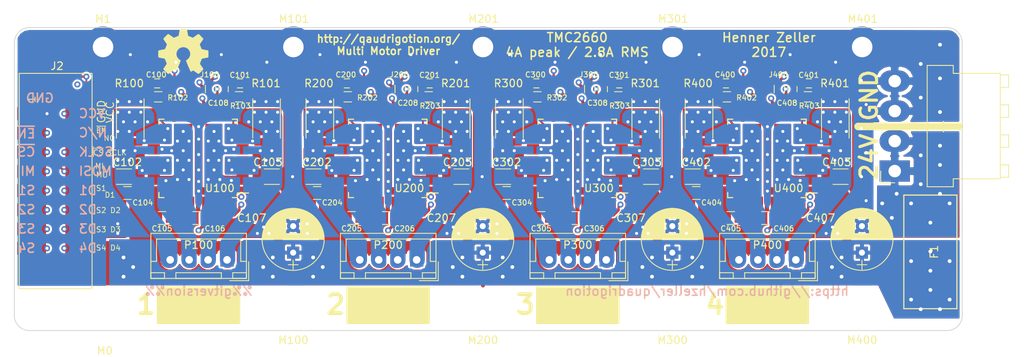
<source format=kicad_pcb>
(kicad_pcb (version 20171114) (host pcbnew "(2017-11-27 revision 7aa6f9bd3)-master")
  (layers (0 F.Cu signal) (1 In1.Cu signal) (2 In2.Cu signal) (31 B.Cu signal) (34 B.Paste user) (35 F.Paste user) (36 B.SilkS user) (37 F.SilkS user) (38 B.Mask user) (39 F.Mask user) (44 Edge.Cuts user))
  (net 0 "")
  (net 1 GND)
  (net 2 VMot)
  (net 3 VCC)
  (net 4 /TMC2660-100/BRA)
  (net 5 /TMC2660-100/BRB)
  (net 6 /TMC2660-100/A1)
  (net 7 /TMC2660-100/A2)
  (net 8 /TMC2660-100/B2)
  (net 9 /TMC2660-100/B1)
  (net 10 "Net-(C108-Pad1)")
  (net 11 "Net-(U100-Pad38)")
  (net 12 "Net-(U100-Pad43)")
  (net 13 /TMC2660-400/BRA)
  (net 14 /TMC2660-400/BRB)
  (net 15 /TMC2660-200/BRB)
  (net 16 /TMC2660-300/BRA)
  (net 17 /TMC2660-300/BRB)
  (net 18 /TMC2660-200/BRA)
  (net 19 /TMC2660-400/MISO)
  (net 20 /TMC2660-300/MISO)
  (net 21 /TMC2660-200/MISO)
  (net 22 SCLK)
  (net 23 CS)
  (net 24 ~ENABLE)
  (net 25 DIR1)
  (net 26 STEP1)
  (net 27 /TMC2660-200/A1)
  (net 28 /TMC2660-200/A2)
  (net 29 "Net-(C208-Pad1)")
  (net 30 /TMC2660-200/B2)
  (net 31 /TMC2660-200/B1)
  (net 32 "Net-(U200-Pad38)")
  (net 33 DIR2)
  (net 34 STEP2)
  (net 35 "Net-(U200-Pad43)")
  (net 36 "Net-(U300-Pad43)")
  (net 37 STEP3)
  (net 38 DIR3)
  (net 39 "Net-(U300-Pad38)")
  (net 40 /TMC2660-300/B1)
  (net 41 /TMC2660-300/B2)
  (net 42 "Net-(C308-Pad1)")
  (net 43 /TMC2660-300/A2)
  (net 44 /TMC2660-300/A1)
  (net 45 /TMC2660-400/A1)
  (net 46 /TMC2660-400/A2)
  (net 47 "Net-(C408-Pad1)")
  (net 48 /TMC2660-400/B2)
  (net 49 /TMC2660-400/B1)
  (net 50 "Net-(U400-Pad38)")
  (net 51 DIR4)
  (net 52 STEP4)
  (net 53 "Net-(U400-Pad43)")
  (net 54 "Net-(J2-Pad4)")
  (net 55 GLOBAL_MOSI)
  (net 56 GLOBAL_MISO)
  (net 57 /PowerIn)
  (net 58 "Net-(C401-Pad1)")
  (net 59 "Net-(C200-Pad2)")
  (net 60 "Net-(C400-Pad2)")
  (net 61 "Net-(C301-Pad1)")
  (net 62 "Net-(C300-Pad2)")
  (net 63 "Net-(C201-Pad1)")
  (net 64 "Net-(C100-Pad2)")
  (net 65 "Net-(C101-Pad1)")
  (net 66 /TMC2660-200/VHS)
  (net 67 /TMC2660-100/VHS)
  (net 68 /TMC2660-300/VHS)
  (net 69 /TMC2660-400/VHS)
  (module Quadrigotion:IDC_Header_SMD_16pins (layer F.Cu) (at 92.3845 71.307 270)
    (fp_text reference J2 (at -6.293 -1.459) (layer F.SilkS))
    (fp_text value DataIn)
    (fp_text user 1 (at -1.905 1.905 270) (layer F.SilkS) (effects (font (thickness 0.12))))
    (pad 16 smd rect (at 17.78 -4.445 270) (size 1.7 3.8) (layers F.Cu F.Paste F.Mask) (net 51 DIR4))
    (pad 15 smd rect (at 17.78 1.905 270) (size 1.7 3.8) (layers F.Cu F.Paste F.Mask) (net 52 STEP4))
    (pad 14 smd rect (at 15.24 -4.445 270) (size 1.7 3.8) (layers F.Cu F.Paste F.Mask) (net 38 DIR3))
    (pad 13 smd rect (at 15.24 1.905 270) (size 1.7 3.8) (layers F.Cu F.Paste F.Mask) (net 37 STEP3))
    (pad 12 smd rect (at 12.7 -4.445 270) (size 1.7 3.8) (layers F.Cu F.Paste F.Mask) (net 33 DIR2))
    (pad 11 smd rect (at 12.7 1.905 270) (size 1.7 3.8) (layers F.Cu F.Paste F.Mask) (net 34 STEP2))
    (pad 10 smd rect (at 10.16 -4.445 270) (size 1.7 3.8) (layers F.Cu F.Paste F.Mask) (net 25 DIR1))
    (pad 9 smd rect (at 10.16 1.905 270) (size 1.7 3.8) (layers F.Cu F.Paste F.Mask) (net 26 STEP1))
    (pad 8 smd rect (at 7.62 -4.445 270) (size 1.7 3.8) (layers F.Cu F.Paste F.Mask) (net 55 GLOBAL_MOSI))
    (pad 7 smd rect (at 7.62 1.905 270) (size 1.7 3.8) (layers F.Cu F.Paste F.Mask) (net 56 GLOBAL_MISO))
    (pad 6 smd rect (at 5.08 -4.445 270) (size 1.7 3.8) (layers F.Cu F.Paste F.Mask) (net 22 SCLK))
    (pad 5 smd rect (at 5.08 1.905 270) (size 1.7 3.8) (layers F.Cu F.Paste F.Mask) (net 23 CS))
    (pad 4 smd rect (at 2.54 -4.445 270) (size 1.7 3.8) (layers F.Cu F.Paste F.Mask) (net 54 "Net-(J2-Pad4)"))
    (pad 3 smd rect (at 2.54 1.905 270) (size 1.7 3.8) (layers F.Cu F.Paste F.Mask) (net 24 ~ENABLE))
    (pad 2 smd rect (at 0 -4.445 270) (size 1.7 3.8) (layers F.Cu F.Paste F.Mask) (net 3 VCC))
    (pad 1 smd rect (at 0 1.905 270) (size 1.7 3.8) (layers F.Cu F.Paste F.Mask) (net 1 GND))
  )
  (module Mounting_Holes:MountingHole_2.7mm_M2.5_Pad (layer F.Cu) (at 99.9 62.5)
    (fp_text reference M1 (at 0 -3.7) (layer F.SilkS))
    (fp_text value Mount)
    (pad 1 thru_hole circle (at 0 0) (size 5.4 5.4) (drill 2.7) (layers *.Cu *.Mask) (net 1 GND))
  )
  (module Mounting_Holes:MountingHole_2.7mm_M2.5_Pad (layer F.Cu) (at 200 62.5 180)
    (fp_text reference M401 (at -0.079 3.709) (layer F.SilkS))
    (fp_text value Mount)
    (pad 1 thru_hole circle (at 0 0 180) (size 5.4 5.4) (drill 2.7) (layers *.Cu *.Mask) (net 1 GND))
  )
  (module Mounting_Holes:MountingHole_2.7mm_M2.5_Pad (layer F.Cu) (at 150 62.5 180)
    (fp_text reference M201 (at -0.079 3.709) (layer F.SilkS))
    (fp_text value Mount)
    (pad 1 thru_hole circle (at 0 0 180) (size 5.4 5.4) (drill 2.7) (layers *.Cu *.Mask) (net 1 GND))
  )
  (module Mounting_Holes:MountingHole_2.7mm_M2.5_Pad (layer F.Cu) (at 125 62.5 180)
    (fp_text reference M101 (at -0.079 3.709) (layer F.SilkS))
    (fp_text value Mount)
    (pad 1 thru_hole circle (at 0 0 180) (size 5.4 5.4) (drill 2.7) (layers *.Cu *.Mask) (net 1 GND))
  )
  (module Mounting_Holes:MountingHole_2.7mm_M2.5_Pad (layer F.Cu) (at 175 62.5 180)
    (fp_text reference M301 (at -0.079 3.709) (layer F.SilkS))
    (fp_text value Mount)
    (pad 1 thru_hole circle (at 0 0 180) (size 5.4 5.4) (drill 2.7) (layers *.Cu *.Mask) (net 1 GND))
  )
  (module Capacitors_SMD:C_0805 (layer F.Cu) (at 153.125 81.778 180)
    (fp_text reference C304 (at -2.015 -1.27) (layer F.SilkS) (effects (font (size 0.7 0.7) (thickness 0.12))))
    (fp_text value 100n)
    (pad 2 smd rect (at 1 0 180) (size 1 1.25) (layers F.Cu F.Paste F.Mask) (net 1 GND))
    (pad 1 smd rect (at -1 0 180) (size 1 1.25) (layers F.Cu F.Paste F.Mask) (net 2 VMot))
  )
  (module Capacitors_SMD:C_0805 (layer F.Cu) (at 157.68 85.08)
    (fp_text reference C305 (at 0 1.397) (layer F.SilkS) (effects (font (size 0.7 0.7) (thickness 0.12))))
    (fp_text value 100n)
    (pad 1 smd rect (at -1 0) (size 1 1.25) (layers F.Cu F.Paste F.Mask) (net 2 VMot))
    (pad 2 smd rect (at 1 0) (size 1 1.25) (layers F.Cu F.Paste F.Mask) (net 68 /TMC2660-300/VHS))
  )
  (module Capacitors_SMD:C_0805 (layer F.Cu) (at 137.252 85.08 180)
    (fp_text reference C206 (at -2.413 -1.397) (layer F.SilkS) (effects (font (size 0.7 0.7) (thickness 0.12))))
    (fp_text value 100n)
    (pad 2 smd rect (at 1 0 180) (size 1 1.25) (layers F.Cu F.Paste F.Mask) (net 1 GND))
    (pad 1 smd rect (at -1 0 180) (size 1 1.25) (layers F.Cu F.Paste F.Mask) (net 3 VCC))
  )
  (module Capacitors_SMD:C_0805 (layer F.Cu) (at 132.68 85.08)
    (fp_text reference C205 (at 0 1.397) (layer F.SilkS) (effects (font (size 0.7 0.7) (thickness 0.12))))
    (fp_text value 100n)
    (pad 1 smd rect (at -1 0) (size 1 1.25) (layers F.Cu F.Paste F.Mask) (net 2 VMot))
    (pad 2 smd rect (at 1 0) (size 1 1.25) (layers F.Cu F.Paste F.Mask) (net 66 /TMC2660-200/VHS))
  )
  (module Capacitors_SMD:C_0805 (layer F.Cu) (at 128.125 81.778 180)
    (fp_text reference C204 (at -2.015 -1.27) (layer F.SilkS) (effects (font (size 0.7 0.7) (thickness 0.12))))
    (fp_text value 100n)
    (pad 2 smd rect (at 1 0 180) (size 1 1.25) (layers F.Cu F.Paste F.Mask) (net 1 GND))
    (pad 1 smd rect (at -1 0 180) (size 1 1.25) (layers F.Cu F.Paste F.Mask) (net 2 VMot))
  )
  (module Capacitors_SMD:C_0805 (layer F.Cu) (at 107.68 85.08)
    (fp_text reference C105 (at 0 1.397) (layer F.SilkS) (effects (font (size 0.7 0.7) (thickness 0.12))))
    (fp_text value 100n)
    (pad 1 smd rect (at -1 0) (size 1 1.25) (layers F.Cu F.Paste F.Mask) (net 2 VMot))
    (pad 2 smd rect (at 1 0) (size 1 1.25) (layers F.Cu F.Paste F.Mask) (net 67 /TMC2660-100/VHS))
  )
  (module Capacitors_SMD:C_0805 (layer F.Cu) (at 162.252 85.08 180)
    (fp_text reference C306 (at -2.413 -1.397) (layer F.SilkS) (effects (font (size 0.7 0.7) (thickness 0.12))))
    (fp_text value 100n)
    (pad 2 smd rect (at 1 0 180) (size 1 1.25) (layers F.Cu F.Paste F.Mask) (net 1 GND))
    (pad 1 smd rect (at -1 0 180) (size 1 1.25) (layers F.Cu F.Paste F.Mask) (net 3 VCC))
  )
  (module Capacitors_SMD:C_0805 (layer F.Cu) (at 103.125 81.778 180)
    (fp_text reference C104 (at -2.015 -1.27) (layer F.SilkS) (effects (font (size 0.7 0.7) (thickness 0.12))))
    (fp_text value 100n)
    (pad 1 smd rect (at -1 0 180) (size 1 1.25) (layers F.Cu F.Paste F.Mask) (net 2 VMot))
    (pad 2 smd rect (at 1 0 180) (size 1 1.25) (layers F.Cu F.Paste F.Mask) (net 1 GND))
  )
  (module Capacitors_SMD:C_0805 (layer F.Cu) (at 178.125 81.778 180)
    (fp_text reference C404 (at -2.015 -1.27) (layer F.SilkS) (effects (font (size 0.7 0.7) (thickness 0.12))))
    (fp_text value 100n)
    (pad 2 smd rect (at 1 0 180) (size 1 1.25) (layers F.Cu F.Paste F.Mask) (net 1 GND))
    (pad 1 smd rect (at -1 0 180) (size 1 1.25) (layers F.Cu F.Paste F.Mask) (net 2 VMot))
  )
  (module Capacitors_SMD:C_0805 (layer F.Cu) (at 182.68 85.08)
    (fp_text reference C405 (at 0 1.397) (layer F.SilkS) (effects (font (size 0.7 0.7) (thickness 0.12))))
    (fp_text value 100n)
    (pad 1 smd rect (at -1 0) (size 1 1.25) (layers F.Cu F.Paste F.Mask) (net 2 VMot))
    (pad 2 smd rect (at 1 0) (size 1 1.25) (layers F.Cu F.Paste F.Mask) (net 69 /TMC2660-400/VHS))
  )
  (module Capacitors_SMD:C_0805 (layer F.Cu) (at 187.252 85.08 180)
    (fp_text reference C406 (at -2.413 -1.397) (layer F.SilkS) (effects (font (size 0.7 0.7) (thickness 0.12))))
    (fp_text value 100n)
    (pad 2 smd rect (at 1 0 180) (size 1 1.25) (layers F.Cu F.Paste F.Mask) (net 1 GND))
    (pad 1 smd rect (at -1 0 180) (size 1 1.25) (layers F.Cu F.Paste F.Mask) (net 3 VCC))
  )
  (module Capacitors_SMD:C_0805 (layer F.Cu) (at 112.252 85.08 180)
    (fp_text reference C106 (at -2.413 -1.397) (layer F.SilkS) (effects (font (size 0.7 0.7) (thickness 0.12))))
    (fp_text value 100n)
    (pad 1 smd rect (at -1 0 180) (size 1 1.25) (layers F.Cu F.Paste F.Mask) (net 3 VCC))
    (pad 2 smd rect (at 1 0 180) (size 1 1.25) (layers F.Cu F.Paste F.Mask) (net 1 GND))
  )
  (module Fiducials:Fiducial_0.5mm_Dia_1mm_Outer (layer F.Cu) (at 150 94)
    (fp_text reference REF** hide)
    (fp_text value Fiducial_0.5mm_Dia_1mm_Outer hide)
    (pad ~ smd circle (at 0 0) (size 0.5 0.5) (layers F.Cu F.Mask) (clearance 0.25))
  )
  (module Symbols:OSHW-Symbol_6.7x6mm_SilkScreen (layer F.Cu) (at 110.4805 63.109)
    (fp_text reference REF*** hide)
    (fp_text value OSHW-Symbol_6.7x6mm_SilkScreen hide)
  )
  (module Capacitors_THT:CP_Radial_D8.0mm_P3.50mm (layer F.Cu) (at 174.969 89.652 90)
    (fp_text reference C307 (at 4.572 -5.461) (layer F.SilkS))
    (fp_text value 180u)
    (pad 2 thru_hole circle (at 3.5 0 90) (size 1.6 1.6) (drill 0.8) (layers *.Cu *.Mask) (net 1 GND))
    (pad 1 thru_hole rect (at 0 0 90) (size 1.6 1.6) (drill 0.8) (layers *.Cu *.Mask) (net 2 VMot))
  )
  (module Capacitors_THT:CP_Radial_D8.0mm_P3.50mm (layer F.Cu) (at 124.969 89.652 90)
    (fp_text reference C107 (at 4.572 -5.461) (layer F.SilkS))
    (fp_text value 180u)
    (pad 1 thru_hole rect (at 0 0 90) (size 1.6 1.6) (drill 0.8) (layers *.Cu *.Mask) (net 2 VMot))
    (pad 2 thru_hole circle (at 3.5 0 90) (size 1.6 1.6) (drill 0.8) (layers *.Cu *.Mask) (net 1 GND))
  )
  (module Capacitors_THT:CP_Radial_D8.0mm_P3.50mm (layer F.Cu) (at 149.969 89.652 90)
    (fp_text reference C207 (at 4.572 -5.461) (layer F.SilkS))
    (fp_text value 180u)
    (pad 2 thru_hole circle (at 3.5 0 90) (size 1.6 1.6) (drill 0.8) (layers *.Cu *.Mask) (net 1 GND))
    (pad 1 thru_hole rect (at 0 0 90) (size 1.6 1.6) (drill 0.8) (layers *.Cu *.Mask) (net 2 VMot))
  )
  (module Capacitors_THT:CP_Radial_D8.0mm_P3.50mm (layer F.Cu) (at 199.969 89.652 90)
    (fp_text reference C407 (at 4.572 -5.461) (layer F.SilkS))
    (fp_text value 180u)
    (pad 1 thru_hole rect (at 0 0 90) (size 1.6 1.6) (drill 0.8) (layers *.Cu *.Mask) (net 2 VMot))
    (pad 2 thru_hole circle (at 3.5 0 90) (size 1.6 1.6) (drill 0.8) (layers *.Cu *.Mask) (net 1 GND))
  )
  (module Capacitors_SMD:C_1206 (layer F.Cu) (at 102.6635 79.619 180)
    (fp_text reference C102 (at -0.4445 1.905) (layer F.SilkS))
    (fp_text value 10u)
    (pad 1 smd rect (at -1.5 0 180) (size 1 1.6) (layers F.Cu F.Paste F.Mask) (net 2 VMot))
    (pad 2 smd rect (at 1.5 0 180) (size 1 1.6) (layers F.Cu F.Paste F.Mask) (net 1 GND))
  )
  (module Resistors_SMD:R_2512 (layer F.Cu) (at 103.489 71.9355 90)
    (fp_text reference R100 (at 4.6355 -0.127) (layer F.SilkS))
    (fp_text value 0.075)
    (pad 1 smd rect (at -3.1 0 90) (size 1 3.2) (layers F.Cu F.Paste F.Mask) (net 5 /TMC2660-100/BRB))
    (pad 2 smd rect (at 3.1 0 90) (size 1 3.2) (layers F.Cu F.Paste F.Mask) (net 1 GND))
  )
  (module Capacitors_SMD:C_0603 (layer F.Cu) (at 157.045 67.3)
    (fp_text reference C300 (at -0.127 -1.143) (layer F.SilkS) (effects (font (size 0.7 0.7) (thickness 0.12))))
    (fp_text value 10n)
    (pad 1 smd rect (at -0.75 0) (size 0.8 0.75) (layers F.Cu F.Paste F.Mask) (net 1 GND))
    (pad 2 smd rect (at 0.75 0) (size 0.8 0.75) (layers F.Cu F.Paste F.Mask) (net 62 "Net-(C300-Pad2)"))
  )
  (module Capacitors_SMD:C_0603 (layer F.Cu) (at 115.808 68.062 90)
    (fp_text reference C108 (at -1.8288 -0.7125) (layer F.SilkS) (effects (font (size 0.7 0.7) (thickness 0.12))))
    (fp_text value 470n)
    (pad 1 smd rect (at -0.75 0 90) (size 0.8 0.75) (layers F.Cu F.Paste F.Mask) (net 10 "Net-(C108-Pad1)"))
    (pad 2 smd rect (at 0.75 0 90) (size 0.8 0.75) (layers F.Cu F.Paste F.Mask) (net 1 GND))
  )
  (module Capacitors_SMD:C_0603 (layer F.Cu) (at 132.045 67.3)
    (fp_text reference C200 (at -0.127 -1.143) (layer F.SilkS) (effects (font (size 0.7 0.7) (thickness 0.12))))
    (fp_text value 10n)
    (pad 2 smd rect (at 0.75 0) (size 0.8 0.75) (layers F.Cu F.Paste F.Mask) (net 59 "Net-(C200-Pad2)"))
    (pad 1 smd rect (at -0.75 0) (size 0.8 0.75) (layers F.Cu F.Paste F.Mask) (net 1 GND))
  )
  (module Capacitors_SMD:C_0603 (layer F.Cu) (at 142.967 67.3)
    (fp_text reference C201 (at -0.014 -1.0922) (layer F.SilkS) (effects (font (size 0.7 0.7) (thickness 0.12))))
    (fp_text value 10n)
    (pad 1 smd rect (at -0.75 0) (size 0.8 0.75) (layers F.Cu F.Paste F.Mask) (net 63 "Net-(C201-Pad1)"))
    (pad 2 smd rect (at 0.75 0) (size 0.8 0.75) (layers F.Cu F.Paste F.Mask) (net 1 GND))
  )
  (module Capacitors_SMD:C_0603 (layer F.Cu) (at 117.967 67.3)
    (fp_text reference C101 (at -0.014 -1.0922) (layer F.SilkS) (effects (font (size 0.7 0.7) (thickness 0.12))))
    (fp_text value 10n)
    (pad 2 smd rect (at 0.75 0) (size 0.8 0.75) (layers F.Cu F.Paste F.Mask) (net 1 GND))
    (pad 1 smd rect (at -0.75 0) (size 0.8 0.75) (layers F.Cu F.Paste F.Mask) (net 65 "Net-(C101-Pad1)"))
  )
  (module Capacitors_SMD:C_0603 (layer F.Cu) (at 140.808 68.062 90)
    (fp_text reference C208 (at -1.8288 -0.7125) (layer F.SilkS) (effects (font (size 0.7 0.7) (thickness 0.12))))
    (fp_text value 470n)
    (pad 2 smd rect (at 0.75 0 90) (size 0.8 0.75) (layers F.Cu F.Paste F.Mask) (net 1 GND))
    (pad 1 smd rect (at -0.75 0 90) (size 0.8 0.75) (layers F.Cu F.Paste F.Mask) (net 29 "Net-(C208-Pad1)"))
  )
  (module Capacitors_SMD:C_0603 (layer F.Cu) (at 107.045 67.3)
    (fp_text reference C100 (at -0.127 -1.143) (layer F.SilkS) (effects (font (size 0.7 0.7) (thickness 0.12))))
    (fp_text value 10n)
    (pad 1 smd rect (at -0.75 0) (size 0.8 0.75) (layers F.Cu F.Paste F.Mask) (net 1 GND))
    (pad 2 smd rect (at 0.75 0) (size 0.8 0.75) (layers F.Cu F.Paste F.Mask) (net 64 "Net-(C100-Pad2)"))
  )
  (module Capacitors_SMD:C_0603 (layer F.Cu) (at 167.967 67.3)
    (fp_text reference C301 (at -0.014 -1.0922) (layer F.SilkS) (effects (font (size 0.7 0.7) (thickness 0.12))))
    (fp_text value 10n)
    (pad 2 smd rect (at 0.75 0) (size 0.8 0.75) (layers F.Cu F.Paste F.Mask) (net 1 GND))
    (pad 1 smd rect (at -0.75 0) (size 0.8 0.75) (layers F.Cu F.Paste F.Mask) (net 61 "Net-(C301-Pad1)"))
  )
  (module Capacitors_SMD:C_0603 (layer F.Cu) (at 165.808 68.062 90)
    (fp_text reference C308 (at -1.8288 -0.7125) (layer F.SilkS) (effects (font (size 0.7 0.7) (thickness 0.12))))
    (fp_text value 470n)
    (pad 2 smd rect (at 0.75 0 90) (size 0.8 0.75) (layers F.Cu F.Paste F.Mask) (net 1 GND))
    (pad 1 smd rect (at -0.75 0 90) (size 0.8 0.75) (layers F.Cu F.Paste F.Mask) (net 42 "Net-(C308-Pad1)"))
  )
  (module Capacitors_SMD:C_0603 (layer F.Cu) (at 182.045 67.3)
    (fp_text reference C400 (at -0.127 -1.143) (layer F.SilkS) (effects (font (size 0.7 0.7) (thickness 0.12))))
    (fp_text value 10n)
    (pad 1 smd rect (at -0.75 0) (size 0.8 0.75) (layers F.Cu F.Paste F.Mask) (net 1 GND))
    (pad 2 smd rect (at 0.75 0) (size 0.8 0.75) (layers F.Cu F.Paste F.Mask) (net 60 "Net-(C400-Pad2)"))
  )
  (module Capacitors_SMD:C_0603 (layer F.Cu) (at 192.967 67.3)
    (fp_text reference C401 (at -0.014 -1.0922) (layer F.SilkS) (effects (font (size 0.7 0.7) (thickness 0.12))))
    (fp_text value 10n)
    (pad 2 smd rect (at 0.75 0) (size 0.8 0.75) (layers F.Cu F.Paste F.Mask) (net 1 GND))
    (pad 1 smd rect (at -0.75 0) (size 0.8 0.75) (layers F.Cu F.Paste F.Mask) (net 58 "Net-(C401-Pad1)"))
  )
  (module Capacitors_SMD:C_0603 (layer F.Cu) (at 190.808 68.062 90)
    (fp_text reference C408 (at -1.8288 -0.7125) (layer F.SilkS) (effects (font (size 0.7 0.7) (thickness 0.12))))
    (fp_text value 470n)
    (pad 2 smd rect (at 0.75 0 90) (size 0.8 0.75) (layers F.Cu F.Paste F.Mask) (net 1 GND))
    (pad 1 smd rect (at -0.75 0 90) (size 0.8 0.75) (layers F.Cu F.Paste F.Mask) (net 47 "Net-(C408-Pad1)"))
  )
  (module Capacitors_SMD:C_1206 (layer F.Cu) (at 127.6635 79.619 180)
    (fp_text reference C202 (at -0.4445 1.905) (layer F.SilkS))
    (fp_text value 10u)
    (pad 1 smd rect (at -1.5 0 180) (size 1 1.6) (layers F.Cu F.Paste F.Mask) (net 2 VMot))
    (pad 2 smd rect (at 1.5 0 180) (size 1 1.6) (layers F.Cu F.Paste F.Mask) (net 1 GND))
  )
  (module Capacitors_SMD:C_1206 (layer F.Cu) (at 147.158 79.619)
    (fp_text reference C203 (at -0.508 -1.905) (layer F.SilkS))
    (fp_text value 10u)
    (pad 2 smd rect (at 1.5 0) (size 1 1.6) (layers F.Cu F.Paste F.Mask) (net 1 GND))
    (pad 1 smd rect (at -1.5 0) (size 1 1.6) (layers F.Cu F.Paste F.Mask) (net 2 VMot))
  )
  (module Capacitors_SMD:C_1206 (layer F.Cu) (at 177.6635 79.619 180)
    (fp_text reference C402 (at -0.4445 1.905) (layer F.SilkS))
    (fp_text value 10u)
    (pad 1 smd rect (at -1.5 0 180) (size 1 1.6) (layers F.Cu F.Paste F.Mask) (net 2 VMot))
    (pad 2 smd rect (at 1.5 0 180) (size 1 1.6) (layers F.Cu F.Paste F.Mask) (net 1 GND))
  )
  (module Capacitors_SMD:C_1206 (layer F.Cu) (at 122.158 79.619)
    (fp_text reference C103 (at -0.508 -1.905) (layer F.SilkS))
    (fp_text value 10u)
    (pad 2 smd rect (at 1.5 0) (size 1 1.6) (layers F.Cu F.Paste F.Mask) (net 1 GND))
    (pad 1 smd rect (at -1.5 0) (size 1 1.6) (layers F.Cu F.Paste F.Mask) (net 2 VMot))
  )
  (module Capacitors_SMD:C_1206 (layer F.Cu) (at 152.6635 79.619 180)
    (fp_text reference C302 (at -0.4445 1.905) (layer F.SilkS))
    (fp_text value 10u)
    (pad 1 smd rect (at -1.5 0 180) (size 1 1.6) (layers F.Cu F.Paste F.Mask) (net 2 VMot))
    (pad 2 smd rect (at 1.5 0 180) (size 1 1.6) (layers F.Cu F.Paste F.Mask) (net 1 GND))
  )
  (module Capacitors_SMD:C_1206 (layer F.Cu) (at 172.158 79.619)
    (fp_text reference C303 (at -0.508 -1.905) (layer F.SilkS))
    (fp_text value 10u)
    (pad 2 smd rect (at 1.5 0) (size 1 1.6) (layers F.Cu F.Paste F.Mask) (net 1 GND))
    (pad 1 smd rect (at -1.5 0) (size 1 1.6) (layers F.Cu F.Paste F.Mask) (net 2 VMot))
  )
  (module Capacitors_SMD:C_1206 (layer F.Cu) (at 197.158 79.619)
    (fp_text reference C403 (at -0.508 -1.905) (layer F.SilkS))
    (fp_text value 10u)
    (pad 1 smd rect (at -1.5 0) (size 1 1.6) (layers F.Cu F.Paste F.Mask) (net 2 VMot))
    (pad 2 smd rect (at 1.5 0) (size 1 1.6) (layers F.Cu F.Paste F.Mask) (net 1 GND))
  )
  (module Connectors_JST:JST_XH_B04B-XH-A_04x2.50mm_Straight (layer F.Cu) (at 141.2525 90.6045 180)
    (fp_text reference P200 (at 3.7465 1.9685) (layer F.SilkS))
    (fp_text value Motor)
    (pad 4 thru_hole circle (at 7.5 0 180) (size 1.75 1.75) (drill 1) (layers *.Cu *.Mask) (net 30 /TMC2660-200/B2))
    (pad 3 thru_hole circle (at 5 0 180) (size 1.75 1.75) (drill 1) (layers *.Cu *.Mask) (net 31 /TMC2660-200/B1))
    (pad 2 thru_hole circle (at 2.5 0 180) (size 1.75 1.75) (drill 1) (layers *.Cu *.Mask) (net 27 /TMC2660-200/A1))
    (pad 1 thru_hole rect (at 0 0 180) (size 1.75 1.75) (drill 1) (layers *.Cu *.Mask) (net 28 /TMC2660-200/A2))
  )
  (module Connectors_JST:JST_XH_B04B-XH-A_04x2.50mm_Straight (layer F.Cu) (at 116.2525 90.6045 180)
    (fp_text reference P100 (at 3.7465 1.9685) (layer F.SilkS))
    (fp_text value Motor)
    (pad 1 thru_hole rect (at 0 0 180) (size 1.75 1.75) (drill 1) (layers *.Cu *.Mask) (net 7 /TMC2660-100/A2))
    (pad 2 thru_hole circle (at 2.5 0 180) (size 1.75 1.75) (drill 1) (layers *.Cu *.Mask) (net 6 /TMC2660-100/A1))
    (pad 3 thru_hole circle (at 5 0 180) (size 1.75 1.75) (drill 1) (layers *.Cu *.Mask) (net 9 /TMC2660-100/B1))
    (pad 4 thru_hole circle (at 7.5 0 180) (size 1.75 1.75) (drill 1) (layers *.Cu *.Mask) (net 8 /TMC2660-100/B2))
  )
  (module Connectors_JST:JST_XH_B04B-XH-A_04x2.50mm_Straight (layer F.Cu) (at 166.2525 90.6045 180)
    (fp_text reference P300 (at 3.7465 1.9685) (layer F.SilkS))
    (fp_text value Motor)
    (pad 4 thru_hole circle (at 7.5 0 180) (size 1.75 1.75) (drill 1) (layers *.Cu *.Mask) (net 41 /TMC2660-300/B2))
    (pad 3 thru_hole circle (at 5 0 180) (size 1.75 1.75) (drill 1) (layers *.Cu *.Mask) (net 40 /TMC2660-300/B1))
    (pad 2 thru_hole circle (at 2.5 0 180) (size 1.75 1.75) (drill 1) (layers *.Cu *.Mask) (net 44 /TMC2660-300/A1))
    (pad 1 thru_hole rect (at 0 0 180) (size 1.75 1.75) (drill 1) (layers *.Cu *.Mask) (net 43 /TMC2660-300/A2))
  )
  (module Connectors_JST:JST_XH_B04B-XH-A_04x2.50mm_Straight (layer F.Cu) (at 191.2525 90.6045 180)
    (fp_text reference P400 (at 3.7465 1.9685) (layer F.SilkS))
    (fp_text value Motor)
    (pad 1 thru_hole rect (at 0 0 180) (size 1.75 1.75) (drill 1) (layers *.Cu *.Mask) (net 46 /TMC2660-400/A2))
    (pad 2 thru_hole circle (at 2.5 0 180) (size 1.75 1.75) (drill 1) (layers *.Cu *.Mask) (net 45 /TMC2660-400/A1))
    (pad 3 thru_hole circle (at 5 0 180) (size 1.75 1.75) (drill 1) (layers *.Cu *.Mask) (net 49 /TMC2660-400/B1))
    (pad 4 thru_hole circle (at 7.5 0 180) (size 1.75 1.75) (drill 1) (layers *.Cu *.Mask) (net 48 /TMC2660-400/B2))
  )
  (module Housings_QFP:LQFP-44_10x10mm_Pitch0.8mm (layer F.Cu) (at 187.4425 77.206 180)
    (fp_text reference U400 (at -2.8575 -3.937) (layer F.SilkS))
    (fp_text value TMC2660)
    (pad 44 smd rect (at -4 -5.85 270) (size 1.6 0.56) (layers F.Cu F.Paste F.Mask) (net 1 GND))
    (pad 43 smd rect (at -3.2 -5.85 270) (size 1.6 0.56) (layers F.Cu F.Paste F.Mask) (net 53 "Net-(U400-Pad43)"))
    (pad 42 smd rect (at -2.4 -5.85 270) (size 1.6 0.56) (layers F.Cu F.Paste F.Mask) (net 52 STEP4))
    (pad 41 smd rect (at -1.6 -5.85 270) (size 1.6 0.56) (layers F.Cu F.Paste F.Mask) (net 51 DIR4))
    (pad 40 smd rect (at -0.8 -5.85 270) (size 1.6 0.56) (layers F.Cu F.Paste F.Mask) (net 3 VCC))
    (pad 39 smd rect (at 0 -5.85 270) (size 1.6 0.56) (layers F.Cu F.Paste F.Mask) (net 1 GND))
    (pad 38 smd rect (at 0.8 -5.85 270) (size 1.6 0.56) (layers F.Cu F.Paste F.Mask) (net 50 "Net-(U400-Pad38)"))
    (pad 37 smd rect (at 1.6 -5.85 270) (size 1.6 0.56) (layers F.Cu F.Paste F.Mask))
    (pad 36 smd rect (at 2.4 -5.85 270) (size 1.6 0.56) (layers F.Cu F.Paste F.Mask) (net 2 VMot))
    (pad 35 smd rect (at 3.2 -5.85 270) (size 1.6 0.56) (layers F.Cu F.Paste F.Mask) (net 69 /TMC2660-400/VHS))
    (pad 34 smd rect (at 4 -5.85 270) (size 1.6 0.56) (layers F.Cu F.Paste F.Mask))
    (pad 33 smd rect (at 5.85 -4 180) (size 1.6 0.56) (layers F.Cu F.Paste F.Mask) (net 2 VMot))
    (pad 32 smd rect (at 5.85 -3.2 180) (size 1.6 0.56) (layers F.Cu F.Paste F.Mask) (net 49 /TMC2660-400/B1))
    (pad 31 smd rect (at 5.85 -2.4 180) (size 1.6 0.56) (layers F.Cu F.Paste F.Mask) (net 49 /TMC2660-400/B1))
    (pad 30 smd rect (at 5.85 -1.6 180) (size 1.6 0.56) (layers F.Cu F.Paste F.Mask) (net 2 VMot))
    (pad 29 smd rect (at 5.85 -0.8 180) (size 1.6 0.56) (layers F.Cu F.Paste F.Mask) (net 48 /TMC2660-400/B2))
    (pad 28 smd rect (at 5.85 0 180) (size 1.6 0.56) (layers F.Cu F.Paste F.Mask) (net 48 /TMC2660-400/B2))
    (pad 27 smd rect (at 5.85 0.8 180) (size 1.6 0.56) (layers F.Cu F.Paste F.Mask) (net 49 /TMC2660-400/B1))
    (pad 26 smd rect (at 5.85 1.6 180) (size 1.6 0.56) (layers F.Cu F.Paste F.Mask) (net 49 /TMC2660-400/B1))
    (pad 25 smd rect (at 5.85 2.4 180) (size 1.6 0.56) (layers F.Cu F.Paste F.Mask) (net 14 /TMC2660-400/BRB))
    (pad 24 smd rect (at 5.85 3.2 180) (size 1.6 0.56) (layers F.Cu F.Paste F.Mask) (net 48 /TMC2660-400/B2))
    (pad 23 smd rect (at 5.85 4 180) (size 1.6 0.56) (layers F.Cu F.Paste F.Mask) (net 48 /TMC2660-400/B2))
    (pad 22 smd rect (at 4 5.85 270) (size 1.6 0.56) (layers F.Cu F.Paste F.Mask) (net 60 "Net-(C400-Pad2)"))
    (pad 21 smd rect (at 3.2 5.85 270) (size 1.6 0.56) (layers F.Cu F.Paste F.Mask) (net 1 GND))
    (pad 20 smd rect (at 2.4 5.85 270) (size 1.6 0.56) (layers F.Cu F.Paste F.Mask))
    (pad 19 smd rect (at 1.6 5.85 270) (size 1.6 0.56) (layers F.Cu F.Paste F.Mask) (net 24 ~ENABLE))
    (pad 18 smd rect (at 0.8 5.85 270) (size 1.6 0.56) (layers F.Cu F.Paste F.Mask) (net 23 CS))
    (pad 17 smd rect (at 0 5.85 270) (size 1.6 0.56) (layers F.Cu F.Paste F.Mask) (net 1 GND))
    (pad 16 smd rect (at -0.8 5.85 270) (size 1.6 0.56) (layers F.Cu F.Paste F.Mask) (net 22 SCLK))
    (pad 15 smd rect (at -1.6 5.85 270) (size 1.6 0.56) (layers F.Cu F.Paste F.Mask) (net 55 GLOBAL_MOSI))
    (pad 14 smd rect (at -2.4 5.85 270) (size 1.6 0.56) (layers F.Cu F.Paste F.Mask) (net 19 /TMC2660-400/MISO))
    (pad 13 smd rect (at -3.2 5.85 270) (size 1.6 0.56) (layers F.Cu F.Paste F.Mask) (net 47 "Net-(C408-Pad1)"))
    (pad 12 smd rect (at -4 5.85 270) (size 1.6 0.56) (layers F.Cu F.Paste F.Mask) (net 58 "Net-(C401-Pad1)"))
    (pad 11 smd rect (at -5.85 4 180) (size 1.6 0.56) (layers F.Cu F.Paste F.Mask) (net 46 /TMC2660-400/A2))
    (pad 10 smd rect (at -5.85 3.2 180) (size 1.6 0.56) (layers F.Cu F.Paste F.Mask) (net 46 /TMC2660-400/A2))
    (pad 9 smd rect (at -5.85 2.4 180) (size 1.6 0.56) (layers F.Cu F.Paste F.Mask) (net 13 /TMC2660-400/BRA))
    (pad 8 smd rect (at -5.85 1.6 180) (size 1.6 0.56) (layers F.Cu F.Paste F.Mask) (net 45 /TMC2660-400/A1))
    (pad 7 smd rect (at -5.85 0.8 180) (size 1.6 0.56) (layers F.Cu F.Paste F.Mask) (net 45 /TMC2660-400/A1))
    (pad 6 smd rect (at -5.85 0 180) (size 1.6 0.56) (layers F.Cu F.Paste F.Mask) (net 46 /TMC2660-400/A2))
    (pad 5 smd rect (at -5.85 -0.8 180) (size 1.6 0.56) (layers F.Cu F.Paste F.Mask) (net 46 /TMC2660-400/A2))
    (pad 4 smd rect (at -5.85 -1.6 180) (size 1.6 0.56) (layers F.Cu F.Paste F.Mask) (net 2 VMot))
    (pad 3 smd rect (at -5.85 -2.4 180) (size 1.6 0.56) (layers F.Cu F.Paste F.Mask) (net 45 /TMC2660-400/A1))
    (pad 2 smd rect (at -5.85 -3.2 180) (size 1.6 0.56) (layers F.Cu F.Paste F.Mask) (net 45 /TMC2660-400/A1))
    (pad 1 smd rect (at -5.85 -4 180) (size 1.6 0.56) (layers F.Cu F.Paste F.Mask) (net 1 GND))
  )
  (module Housings_QFP:LQFP-44_10x10mm_Pitch0.8mm (layer F.Cu) (at 162.4425 77.206 180)
    (fp_text reference U300 (at -2.8575 -3.937) (layer F.SilkS))
    (fp_text value TMC2660)
    (pad 1 smd rect (at -5.85 -4 180) (size 1.6 0.56) (layers F.Cu F.Paste F.Mask) (net 1 GND))
    (pad 2 smd rect (at -5.85 -3.2 180) (size 1.6 0.56) (layers F.Cu F.Paste F.Mask) (net 44 /TMC2660-300/A1))
    (pad 3 smd rect (at -5.85 -2.4 180) (size 1.6 0.56) (layers F.Cu F.Paste F.Mask) (net 44 /TMC2660-300/A1))
    (pad 4 smd rect (at -5.85 -1.6 180) (size 1.6 0.56) (layers F.Cu F.Paste F.Mask) (net 2 VMot))
    (pad 5 smd rect (at -5.85 -0.8 180) (size 1.6 0.56) (layers F.Cu F.Paste F.Mask) (net 43 /TMC2660-300/A2))
    (pad 6 smd rect (at -5.85 0 180) (size 1.6 0.56) (layers F.Cu F.Paste F.Mask) (net 43 /TMC2660-300/A2))
    (pad 7 smd rect (at -5.85 0.8 180) (size 1.6 0.56) (layers F.Cu F.Paste F.Mask) (net 44 /TMC2660-300/A1))
    (pad 8 smd rect (at -5.85 1.6 180) (size 1.6 0.56) (layers F.Cu F.Paste F.Mask) (net 44 /TMC2660-300/A1))
    (pad 9 smd rect (at -5.85 2.4 180) (size 1.6 0.56) (layers F.Cu F.Paste F.Mask) (net 16 /TMC2660-300/BRA))
    (pad 10 smd rect (at -5.85 3.2 180) (size 1.6 0.56) (layers F.Cu F.Paste F.Mask) (net 43 /TMC2660-300/A2))
    (pad 11 smd rect (at -5.85 4 180) (size 1.6 0.56) (layers F.Cu F.Paste F.Mask) (net 43 /TMC2660-300/A2))
    (pad 12 smd rect (at -4 5.85 270) (size 1.6 0.56) (layers F.Cu F.Paste F.Mask) (net 61 "Net-(C301-Pad1)"))
    (pad 13 smd rect (at -3.2 5.85 270) (size 1.6 0.56) (layers F.Cu F.Paste F.Mask) (net 42 "Net-(C308-Pad1)"))
    (pad 14 smd rect (at -2.4 5.85 270) (size 1.6 0.56) (layers F.Cu F.Paste F.Mask) (net 20 /TMC2660-300/MISO))
    (pad 15 smd rect (at -1.6 5.85 270) (size 1.6 0.56) (layers F.Cu F.Paste F.Mask) (net 19 /TMC2660-400/MISO))
    (pad 16 smd rect (at -0.8 5.85 270) (size 1.6 0.56) (layers F.Cu F.Paste F.Mask) (net 22 SCLK))
    (pad 17 smd rect (at 0 5.85 270) (size 1.6 0.56) (layers F.Cu F.Paste F.Mask) (net 1 GND))
    (pad 18 smd rect (at 0.8 5.85 270) (size 1.6 0.56) (layers F.Cu F.Paste F.Mask) (net 23 CS))
    (pad 19 smd rect (at 1.6 5.85 270) (size 1.6 0.56) (layers F.Cu F.Paste F.Mask) (net 24 ~ENABLE))
    (pad 20 smd rect (at 2.4 5.85 270) (size 1.6 0.56) (layers F.Cu F.Paste F.Mask))
    (pad 21 smd rect (at 3.2 5.85 270) (size 1.6 0.56) (layers F.Cu F.Paste F.Mask) (net 1 GND))
    (pad 22 smd rect (at 4 5.85 270) (size 1.6 0.56) (layers F.Cu F.Paste F.Mask) (net 62 "Net-(C300-Pad2)"))
    (pad 23 smd rect (at 5.85 4 180) (size 1.6 0.56) (layers F.Cu F.Paste F.Mask) (net 41 /TMC2660-300/B2))
    (pad 24 smd rect (at 5.85 3.2 180) (size 1.6 0.56) (layers F.Cu F.Paste F.Mask) (net 41 /TMC2660-300/B2))
    (pad 25 smd rect (at 5.85 2.4 180) (size 1.6 0.56) (layers F.Cu F.Paste F.Mask) (net 17 /TMC2660-300/BRB))
    (pad 26 smd rect (at 5.85 1.6 180) (size 1.6 0.56) (layers F.Cu F.Paste F.Mask) (net 40 /TMC2660-300/B1))
    (pad 27 smd rect (at 5.85 0.8 180) (size 1.6 0.56) (layers F.Cu F.Paste F.Mask) (net 40 /TMC2660-300/B1))
    (pad 28 smd rect (at 5.85 0 180) (size 1.6 0.56) (layers F.Cu F.Paste F.Mask) (net 41 /TMC2660-300/B2))
    (pad 29 smd rect (at 5.85 -0.8 180) (size 1.6 0.56) (layers F.Cu F.Paste F.Mask) (net 41 /TMC2660-300/B2))
    (pad 30 smd rect (at 5.85 -1.6 180) (size 1.6 0.56) (layers F.Cu F.Paste F.Mask) (net 2 VMot))
    (pad 31 smd rect (at 5.85 -2.4 180) (size 1.6 0.56) (layers F.Cu F.Paste F.Mask) (net 40 /TMC2660-300/B1))
    (pad 32 smd rect (at 5.85 -3.2 180) (size 1.6 0.56) (layers F.Cu F.Paste F.Mask) (net 40 /TMC2660-300/B1))
    (pad 33 smd rect (at 5.85 -4 180) (size 1.6 0.56) (layers F.Cu F.Paste F.Mask) (net 2 VMot))
    (pad 34 smd rect (at 4 -5.85 270) (size 1.6 0.56) (layers F.Cu F.Paste F.Mask))
    (pad 35 smd rect (at 3.2 -5.85 270) (size 1.6 0.56) (layers F.Cu F.Paste F.Mask) (net 68 /TMC2660-300/VHS))
    (pad 36 smd rect (at 2.4 -5.85 270) (size 1.6 0.56) (layers F.Cu F.Paste F.Mask) (net 2 VMot))
    (pad 37 smd rect (at 1.6 -5.85 270) (size 1.6 0.56) (layers F.Cu F.Paste F.Mask))
    (pad 38 smd rect (at 0.8 -5.85 270) (size 1.6 0.56) (layers F.Cu F.Paste F.Mask) (net 39 "Net-(U300-Pad38)"))
    (pad 39 smd rect (at 0 -5.85 270) (size 1.6 0.56) (layers F.Cu F.Paste F.Mask) (net 1 GND))
    (pad 40 smd rect (at -0.8 -5.85 270) (size 1.6 0.56) (layers F.Cu F.Paste F.Mask) (net 3 VCC))
    (pad 41 smd rect (at -1.6 -5.85 270) (size 1.6 0.56) (layers F.Cu F.Paste F.Mask) (net 38 DIR3))
    (pad 42 smd rect (at -2.4 -5.85 270) (size 1.6 0.56) (layers F.Cu F.Paste F.Mask) (net 37 STEP3))
    (pad 43 smd rect (at -3.2 -5.85 270) (size 1.6 0.56) (layers F.Cu F.Paste F.Mask) (net 36 "Net-(U300-Pad43)"))
    (pad 44 smd rect (at -4 -5.85 270) (size 1.6 0.56) (layers F.Cu F.Paste F.Mask) (net 1 GND))
  )
  (module Housings_QFP:LQFP-44_10x10mm_Pitch0.8mm (layer F.Cu) (at 112.4425 77.206 180)
    (fp_text reference U100 (at -2.8575 -3.937) (layer F.SilkS))
    (fp_text value TMC2660)
    (pad 44 smd rect (at -4 -5.85 270) (size 1.6 0.56) (layers F.Cu F.Paste F.Mask) (net 1 GND))
    (pad 43 smd rect (at -3.2 -5.85 270) (size 1.6 0.56) (layers F.Cu F.Paste F.Mask) (net 12 "Net-(U100-Pad43)"))
    (pad 42 smd rect (at -2.4 -5.85 270) (size 1.6 0.56) (layers F.Cu F.Paste F.Mask) (net 26 STEP1))
    (pad 41 smd rect (at -1.6 -5.85 270) (size 1.6 0.56) (layers F.Cu F.Paste F.Mask) (net 25 DIR1))
    (pad 40 smd rect (at -0.8 -5.85 270) (size 1.6 0.56) (layers F.Cu F.Paste F.Mask) (net 3 VCC))
    (pad 39 smd rect (at 0 -5.85 270) (size 1.6 0.56) (layers F.Cu F.Paste F.Mask) (net 1 GND))
    (pad 38 smd rect (at 0.8 -5.85 270) (size 1.6 0.56) (layers F.Cu F.Paste F.Mask) (net 11 "Net-(U100-Pad38)"))
    (pad 37 smd rect (at 1.6 -5.85 270) (size 1.6 0.56) (layers F.Cu F.Paste F.Mask))
    (pad 36 smd rect (at 2.4 -5.85 270) (size 1.6 0.56) (layers F.Cu F.Paste F.Mask) (net 2 VMot))
    (pad 35 smd rect (at 3.2 -5.85 270) (size 1.6 0.56) (layers F.Cu F.Paste F.Mask) (net 67 /TMC2660-100/VHS))
    (pad 34 smd rect (at 4 -5.85 270) (size 1.6 0.56) (layers F.Cu F.Paste F.Mask))
    (pad 33 smd rect (at 5.85 -4 180) (size 1.6 0.56) (layers F.Cu F.Paste F.Mask) (net 2 VMot))
    (pad 32 smd rect (at 5.85 -3.2 180) (size 1.6 0.56) (layers F.Cu F.Paste F.Mask) (net 9 /TMC2660-100/B1))
    (pad 31 smd rect (at 5.85 -2.4 180) (size 1.6 0.56) (layers F.Cu F.Paste F.Mask) (net 9 /TMC2660-100/B1))
    (pad 30 smd rect (at 5.85 -1.6 180) (size 1.6 0.56) (layers F.Cu F.Paste F.Mask) (net 2 VMot))
    (pad 29 smd rect (at 5.85 -0.8 180) (size 1.6 0.56) (layers F.Cu F.Paste F.Mask) (net 8 /TMC2660-100/B2))
    (pad 28 smd rect (at 5.85 0 180) (size 1.6 0.56) (layers F.Cu F.Paste F.Mask) (net 8 /TMC2660-100/B2))
    (pad 27 smd rect (at 5.85 0.8 180) (size 1.6 0.56) (layers F.Cu F.Paste F.Mask) (net 9 /TMC2660-100/B1))
    (pad 26 smd rect (at 5.85 1.6 180) (size 1.6 0.56) (layers F.Cu F.Paste F.Mask) (net 9 /TMC2660-100/B1))
    (pad 25 smd rect (at 5.85 2.4 180) (size 1.6 0.56) (layers F.Cu F.Paste F.Mask) (net 5 /TMC2660-100/BRB))
    (pad 24 smd rect (at 5.85 3.2 180) (size 1.6 0.56) (layers F.Cu F.Paste F.Mask) (net 8 /TMC2660-100/B2))
    (pad 23 smd rect (at 5.85 4 180) (size 1.6 0.56) (layers F.Cu F.Paste F.Mask) (net 8 /TMC2660-100/B2))
    (pad 22 smd rect (at 4 5.85 270) (size 1.6 0.56) (layers F.Cu F.Paste F.Mask) (net 64 "Net-(C100-Pad2)"))
    (pad 21 smd rect (at 3.2 5.85 270) (size 1.6 0.56) (layers F.Cu F.Paste F.Mask) (net 1 GND))
    (pad 20 smd rect (at 2.4 5.85 270) (size 1.6 0.56) (layers F.Cu F.Paste F.Mask))
    (pad 19 smd rect (at 1.6 5.85 270) (size 1.6 0.56) (layers F.Cu F.Paste F.Mask) (net 24 ~ENABLE))
    (pad 18 smd rect (at 0.8 5.85 270) (size 1.6 0.56) (layers F.Cu F.Paste F.Mask) (net 23 CS))
    (pad 17 smd rect (at 0 5.85 270) (size 1.6 0.56) (layers F.Cu F.Paste F.Mask) (net 1 GND))
    (pad 16 smd rect (at -0.8 5.85 270) (size 1.6 0.56) (layers F.Cu F.Paste F.Mask) (net 22 SCLK))
    (pad 15 smd rect (at -1.6 5.85 270) (size 1.6 0.56) (layers F.Cu F.Paste F.Mask) (net 21 /TMC2660-200/MISO))
    (pad 14 smd rect (at -2.4 5.85 270) (size 1.6 0.56) (layers F.Cu F.Paste F.Mask) (net 56 GLOBAL_MISO))
    (pad 13 smd rect (at -3.2 5.85 270) (size 1.6 0.56) (layers F.Cu F.Paste F.Mask) (net 10 "Net-(C108-Pad1)"))
    (pad 12 smd rect (at -4 5.85 270) (size 1.6 0.56) (layers F.Cu F.Paste F.Mask) (net 65 "Net-(C101-Pad1)"))
    (pad 11 smd rect (at -5.85 4 180) (size 1.6 0.56) (layers F.Cu F.Paste F.Mask) (net 7 /TMC2660-100/A2))
    (pad 10 smd rect (at -5.85 3.2 180) (size 1.6 0.56) (layers F.Cu F.Paste F.Mask) (net 7 /TMC2660-100/A2))
    (pad 9 smd rect (at -5.85 2.4 180) (size 1.6 0.56) (layers F.Cu F.Paste F.Mask) (net 4 /TMC2660-100/BRA))
    (pad 8 smd rect (at -5.85 1.6 180) (size 1.6 0.56) (layers F.Cu F.Paste F.Mask) (net 6 /TMC2660-100/A1))
    (pad 7 smd rect (at -5.85 0.8 180) (size 1.6 0.56) (layers F.Cu F.Paste F.Mask) (net 6 /TMC2660-100/A1))
    (pad 6 smd rect (at -5.85 0 180) (size 1.6 0.56) (layers F.Cu F.Paste F.Mask) (net 7 /TMC2660-100/A2))
    (pad 5 smd rect (at -5.85 -0.8 180) (size 1.6 0.56) (layers F.Cu F.Paste F.Mask) (net 7 /TMC2660-100/A2))
    (pad 4 smd rect (at -5.85 -1.6 180) (size 1.6 0.56) (layers F.Cu F.Paste F.Mask) (net 2 VMot))
    (pad 3 smd rect (at -5.85 -2.4 180) (size 1.6 0.56) (layers F.Cu F.Paste F.Mask) (net 6 /TMC2660-100/A1))
    (pad 2 smd rect (at -5.85 -3.2 180) (size 1.6 0.56) (layers F.Cu F.Paste F.Mask) (net 6 /TMC2660-100/A1))
    (pad 1 smd rect (at -5.85 -4 180) (size 1.6 0.56) (layers F.Cu F.Paste F.Mask) (net 1 GND))
  )
  (module Housings_QFP:LQFP-44_10x10mm_Pitch0.8mm (layer F.Cu) (at 137.4425 77.206 180)
    (fp_text reference U200 (at -2.8575 -3.937) (layer F.SilkS))
    (fp_text value TMC2660)
    (pad 1 smd rect (at -5.85 -4 180) (size 1.6 0.56) (layers F.Cu F.Paste F.Mask) (net 1 GND))
    (pad 2 smd rect (at -5.85 -3.2 180) (size 1.6 0.56) (layers F.Cu F.Paste F.Mask) (net 27 /TMC2660-200/A1))
    (pad 3 smd rect (at -5.85 -2.4 180) (size 1.6 0.56) (layers F.Cu F.Paste F.Mask) (net 27 /TMC2660-200/A1))
    (pad 4 smd rect (at -5.85 -1.6 180) (size 1.6 0.56) (layers F.Cu F.Paste F.Mask) (net 2 VMot))
    (pad 5 smd rect (at -5.85 -0.8 180) (size 1.6 0.56) (layers F.Cu F.Paste F.Mask) (net 28 /TMC2660-200/A2))
    (pad 6 smd rect (at -5.85 0 180) (size 1.6 0.56) (layers F.Cu F.Paste F.Mask) (net 28 /TMC2660-200/A2))
    (pad 7 smd rect (at -5.85 0.8 180) (size 1.6 0.56) (layers F.Cu F.Paste F.Mask) (net 27 /TMC2660-200/A1))
    (pad 8 smd rect (at -5.85 1.6 180) (size 1.6 0.56) (layers F.Cu F.Paste F.Mask) (net 27 /TMC2660-200/A1))
    (pad 9 smd rect (at -5.85 2.4 180) (size 1.6 0.56) (layers F.Cu F.Paste F.Mask) (net 18 /TMC2660-200/BRA))
    (pad 10 smd rect (at -5.85 3.2 180) (size 1.6 0.56) (layers F.Cu F.Paste F.Mask) (net 28 /TMC2660-200/A2))
    (pad 11 smd rect (at -5.85 4 180) (size 1.6 0.56) (layers F.Cu F.Paste F.Mask) (net 28 /TMC2660-200/A2))
    (pad 12 smd rect (at -4 5.85 270) (size 1.6 0.56) (layers F.Cu F.Paste F.Mask) (net 63 "Net-(C201-Pad1)"))
    (pad 13 smd rect (at -3.2 5.85 270) (size 1.6 0.56) (layers F.Cu F.Paste F.Mask) (net 29 "Net-(C208-Pad1)"))
    (pad 14 smd rect (at -2.4 5.85 270) (size 1.6 0.56) (layers F.Cu F.Paste F.Mask) (net 21 /TMC2660-200/MISO))
    (pad 15 smd rect (at -1.6 5.85 270) (size 1.6 0.56) (layers F.Cu F.Paste F.Mask) (net 20 /TMC2660-300/MISO))
    (pad 16 smd rect (at -0.8 5.85 270) (size 1.6 0.56) (layers F.Cu F.Paste F.Mask) (net 22 SCLK))
    (pad 17 smd rect (at 0 5.85 270) (size 1.6 0.56) (layers F.Cu F.Paste F.Mask) (net 1 GND))
    (pad 18 smd rect (at 0.8 5.85 270) (size 1.6 0.56) (layers F.Cu F.Paste F.Mask) (net 23 CS))
    (pad 19 smd rect (at 1.6 5.85 270) (size 1.6 0.56) (layers F.Cu F.Paste F.Mask) (net 24 ~ENABLE))
    (pad 20 smd rect (at 2.4 5.85 270) (size 1.6 0.56) (layers F.Cu F.Paste F.Mask))
    (pad 21 smd rect (at 3.2 5.85 270) (size 1.6 0.56) (layers F.Cu F.Paste F.Mask) (net 1 GND))
    (pad 22 smd rect (at 4 5.85 270) (size 1.6 0.56) (layers F.Cu F.Paste F.Mask) (net 59 "Net-(C200-Pad2)"))
    (pad 23 smd rect (at 5.85 4 180) (size 1.6 0.56) (layers F.Cu F.Paste F.Mask) (net 30 /TMC2660-200/B2))
    (pad 24 smd rect (at 5.85 3.2 180) (size 1.6 0.56) (layers F.Cu F.Paste F.Mask) (net 30 /TMC2660-200/B2))
    (pad 25 smd rect (at 5.85 2.4 180) (size 1.6 0.56) (layers F.Cu F.Paste F.Mask) (net 15 /TMC2660-200/BRB))
    (pad 26 smd rect (at 5.85 1.6 180) (size 1.6 0.56) (layers F.Cu F.Paste F.Mask) (net 31 /TMC2660-200/B1))
    (pad 27 smd rect (at 5.85 0.8 180) (size 1.6 0.56) (layers F.Cu F.Paste F.Mask) (net 31 /TMC2660-200/B1))
    (pad 28 smd rect (at 5.85 0 180) (size 1.6 0.56) (layers F.Cu F.Paste F.Mask) (net 30 /TMC2660-200/B2))
    (pad 29 smd rect (at 5.85 -0.8 180) (size 1.6 0.56) (layers F.Cu F.Paste F.Mask) (net 30 /TMC2660-200/B2))
    (pad 30 smd rect (at 5.85 -1.6 180) (size 1.6 0.56) (layers F.Cu F.Paste F.Mask) (net 2 VMot))
    (pad 31 smd rect (at 5.85 -2.4 180) (size 1.6 0.56) (layers F.Cu F.Paste F.Mask) (net 31 /TMC2660-200/B1))
    (pad 32 smd rect (at 5.85 -3.2 180) (size 1.6 0.56) (layers F.Cu F.Paste F.Mask) (net 31 /TMC2660-200/B1))
    (pad 33 smd rect (at 5.85 -4 180) (size 1.6 0.56) (layers F.Cu F.Paste F.Mask) (net 2 VMot))
    (pad 34 smd rect (at 4 -5.85 270) (size 1.6 0.56) (layers F.Cu F.Paste F.Mask))
    (pad 35 smd rect (at 3.2 -5.85 270) (size 1.6 0.56) (layers F.Cu F.Paste F.Mask) (net 66 /TMC2660-200/VHS))
    (pad 36 smd rect (at 2.4 -5.85 270) (size 1.6 0.56) (layers F.Cu F.Paste F.Mask) (net 2 VMot))
    (pad 37 smd rect (at 1.6 -5.85 270) (size 1.6 0.56) (layers F.Cu F.Paste F.Mask))
    (pad 38 smd rect (at 0.8 -5.85 270) (size 1.6 0.56) (layers F.Cu F.Paste F.Mask) (net 32 "Net-(U200-Pad38)"))
    (pad 39 smd rect (at 0 -5.85 270) (size 1.6 0.56) (layers F.Cu F.Paste F.Mask) (net 1 GND))
    (pad 40 smd rect (at -0.8 -5.85 270) (size 1.6 0.56) (layers F.Cu F.Paste F.Mask) (net 3 VCC))
    (pad 41 smd rect (at -1.6 -5.85 270) (size 1.6 0.56) (layers F.Cu F.Paste F.Mask) (net 33 DIR2))
    (pad 42 smd rect (at -2.4 -5.85 270) (size 1.6 0.56) (layers F.Cu F.Paste F.Mask) (net 34 STEP2))
    (pad 43 smd rect (at -3.2 -5.85 270) (size 1.6 0.56) (layers F.Cu F.Paste F.Mask) (net 35 "Net-(U200-Pad43)"))
    (pad 44 smd rect (at -4 -5.85 270) (size 1.6 0.56) (layers F.Cu F.Paste F.Mask) (net 1 GND))
  )
  (module Mounting_Holes:MountingHole_2.7mm_M2.5 (layer F.Cu) (at 125 97.5 180)
    (fp_text reference M100 (at 0 -3.7) (layer F.SilkS))
    (fp_text value Mount)
    (pad 1 np_thru_hole circle (at 0 0 180) (size 2.7 2.7) (drill 2.7) (layers *.Cu *.Mask))
  )
  (module Mounting_Holes:MountingHole_2.7mm_M2.5 (layer F.Cu) (at 150 97.5 180)
    (fp_text reference M200 (at 0 -3.7) (layer F.SilkS))
    (fp_text value Mount)
    (pad 1 np_thru_hole circle (at 0 0 180) (size 2.7 2.7) (drill 2.7) (layers *.Cu *.Mask))
  )
  (module Mounting_Holes:MountingHole_2.7mm_M2.5 (layer F.Cu) (at 175 97.5 180)
    (fp_text reference M300 (at 0 -3.7) (layer F.SilkS))
    (fp_text value Mount)
    (pad 1 np_thru_hole circle (at 0 0 180) (size 2.7 2.7) (drill 2.7) (layers *.Cu *.Mask))
  )
  (module Mounting_Holes:MountingHole_2.7mm_M2.5 (layer F.Cu) (at 200 97.5 180)
    (fp_text reference M400 (at 0 -3.7) (layer F.SilkS))
    (fp_text value Mount)
    (pad 1 np_thru_hole circle (at 0 0 180) (size 2.7 2.7) (drill 2.7) (layers *.Cu *.Mask))
  )
  (module Resistors_SMD:R_0603 (layer F.Cu) (at 117.84 69.078)
    (fp_text reference R103 (at 0.1765 1.1938) (layer F.SilkS) (effects (font (size 0.7 0.7) (thickness 0.12))))
    (fp_text value 10R)
    (pad 2 smd rect (at 0.75 0) (size 0.5 0.9) (layers F.Cu F.Paste F.Mask) (net 4 /TMC2660-100/BRA))
    (pad 1 smd rect (at -0.75 0) (size 0.5 0.9) (layers F.Cu F.Paste F.Mask) (net 65 "Net-(C101-Pad1)"))
  )
  (module Resistors_SMD:R_0603 (layer F.Cu) (at 114.0795 68.0493 270)
    (fp_text reference J100 (at -1.905 0.127) (layer F.SilkS) (effects (font (size 0.7 0.7) (thickness 0.12))))
    (fp_text value 0R)
    (pad 1 smd rect (at -0.75 0 270) (size 0.5 0.9) (layers F.Cu F.Paste F.Mask) (net 55 GLOBAL_MOSI))
    (pad 2 smd rect (at 0.75 0 270) (size 0.5 0.9) (layers F.Cu F.Paste F.Mask) (net 21 /TMC2660-200/MISO))
  )
  (module Resistors_SMD:R_0603 (layer F.Cu) (at 139.0795 68.0493 270)
    (fp_text reference J200 (at -1.905 0.127) (layer F.SilkS) (effects (font (size 0.7 0.7) (thickness 0.12))))
    (fp_text value 0R)
    (pad 2 smd rect (at 0.75 0 270) (size 0.5 0.9) (layers F.Cu F.Paste F.Mask) (net 20 /TMC2660-300/MISO))
    (pad 1 smd rect (at -0.75 0 270) (size 0.5 0.9) (layers F.Cu F.Paste F.Mask) (net 55 GLOBAL_MOSI))
  )
  (module Resistors_SMD:R_0603 (layer F.Cu) (at 164.0795 68.0493 270)
    (fp_text reference J300 (at -1.905 0.127) (layer F.SilkS) (effects (font (size 0.7 0.7) (thickness 0.12))))
    (fp_text value 0R)
    (pad 1 smd rect (at -0.75 0 270) (size 0.5 0.9) (layers F.Cu F.Paste F.Mask) (net 55 GLOBAL_MOSI))
    (pad 2 smd rect (at 0.75 0 270) (size 0.5 0.9) (layers F.Cu F.Paste F.Mask) (net 19 /TMC2660-400/MISO))
  )
  (module Resistors_SMD:R_0603 (layer F.Cu) (at 189.0795 68.0493 270)
    (fp_text reference J400 (at -1.905 0.127) (layer F.SilkS) (effects (font (size 0.7 0.7) (thickness 0.12))))
    (fp_text value 0R)
    (pad 2 smd rect (at 0.75 0 270) (size 0.5 0.9) (layers F.Cu F.Paste F.Mask) (net 55 GLOBAL_MOSI))
    (pad 1 smd rect (at -0.75 0 270) (size 0.5 0.9) (layers F.Cu F.Paste F.Mask) (net 55 GLOBAL_MOSI))
  )
  (module Resistors_SMD:R_0603 (layer F.Cu) (at 107.172 69.078)
    (fp_text reference R102 (at 2.5895 0.1143) (layer F.SilkS) (effects (font (size 0.7 0.7) (thickness 0.12))))
    (fp_text value 10R)
    (pad 1 smd rect (at -0.75 0) (size 0.5 0.9) (layers F.Cu F.Paste F.Mask) (net 5 /TMC2660-100/BRB))
    (pad 2 smd rect (at 0.75 0) (size 0.5 0.9) (layers F.Cu F.Paste F.Mask) (net 64 "Net-(C100-Pad2)"))
  )
  (module Resistors_SMD:R_0603 (layer F.Cu) (at 142.84 69.078)
    (fp_text reference R203 (at 0.1765 1.1938) (layer F.SilkS) (effects (font (size 0.7 0.7) (thickness 0.12))))
    (fp_text value 10R)
    (pad 2 smd rect (at 0.75 0) (size 0.5 0.9) (layers F.Cu F.Paste F.Mask) (net 18 /TMC2660-200/BRA))
    (pad 1 smd rect (at -0.75 0) (size 0.5 0.9) (layers F.Cu F.Paste F.Mask) (net 63 "Net-(C201-Pad1)"))
  )
  (module Resistors_SMD:R_0603 (layer F.Cu) (at 157.172 69.078)
    (fp_text reference R302 (at 2.5895 0.1143) (layer F.SilkS) (effects (font (size 0.7 0.7) (thickness 0.12))))
    (fp_text value 10R)
    (pad 1 smd rect (at -0.75 0) (size 0.5 0.9) (layers F.Cu F.Paste F.Mask) (net 17 /TMC2660-300/BRB))
    (pad 2 smd rect (at 0.75 0) (size 0.5 0.9) (layers F.Cu F.Paste F.Mask) (net 62 "Net-(C300-Pad2)"))
  )
  (module Resistors_SMD:R_0603 (layer F.Cu) (at 167.84 69.078)
    (fp_text reference R303 (at 0.1765 1.1938) (layer F.SilkS) (effects (font (size 0.7 0.7) (thickness 0.12))))
    (fp_text value 10R)
    (pad 2 smd rect (at 0.75 0) (size 0.5 0.9) (layers F.Cu F.Paste F.Mask) (net 16 /TMC2660-300/BRA))
    (pad 1 smd rect (at -0.75 0) (size 0.5 0.9) (layers F.Cu F.Paste F.Mask) (net 61 "Net-(C301-Pad1)"))
  )
  (module Resistors_SMD:R_0603 (layer F.Cu) (at 182.172 69.078)
    (fp_text reference R402 (at 2.5895 0.1143) (layer F.SilkS) (effects (font (size 0.7 0.7) (thickness 0.12))))
    (fp_text value 10R)
    (pad 1 smd rect (at -0.75 0) (size 0.5 0.9) (layers F.Cu F.Paste F.Mask) (net 14 /TMC2660-400/BRB))
    (pad 2 smd rect (at 0.75 0) (size 0.5 0.9) (layers F.Cu F.Paste F.Mask) (net 60 "Net-(C400-Pad2)"))
  )
  (module Resistors_SMD:R_0603 (layer F.Cu) (at 132.172 69.078)
    (fp_text reference R202 (at 2.5895 0.1143) (layer F.SilkS) (effects (font (size 0.7 0.7) (thickness 0.12))))
    (fp_text value 10R)
    (pad 2 smd rect (at 0.75 0) (size 0.5 0.9) (layers F.Cu F.Paste F.Mask) (net 59 "Net-(C200-Pad2)"))
    (pad 1 smd rect (at -0.75 0) (size 0.5 0.9) (layers F.Cu F.Paste F.Mask) (net 15 /TMC2660-200/BRB))
  )
  (module Resistors_SMD:R_0603 (layer F.Cu) (at 192.84 69.078)
    (fp_text reference R403 (at 0.1765 1.1938) (layer F.SilkS) (effects (font (size 0.7 0.7) (thickness 0.12))))
    (fp_text value 10R)
    (pad 1 smd rect (at -0.75 0) (size 0.5 0.9) (layers F.Cu F.Paste F.Mask) (net 58 "Net-(C401-Pad1)"))
    (pad 2 smd rect (at 0.75 0) (size 0.5 0.9) (layers F.Cu F.Paste F.Mask) (net 13 /TMC2660-400/BRA))
  )
  (module Resistors_SMD:R_2512 (layer F.Cu) (at 146.4595 71.9355 90)
    (fp_text reference R201 (at 4.6355 -0.0635) (layer F.SilkS))
    (fp_text value 0.075)
    (pad 1 smd rect (at -3.1 0 90) (size 1 3.2) (layers F.Cu F.Paste F.Mask) (net 18 /TMC2660-200/BRA))
    (pad 2 smd rect (at 3.1 0 90) (size 1 3.2) (layers F.Cu F.Paste F.Mask) (net 1 GND))
  )
  (module Resistors_SMD:R_2512 (layer F.Cu) (at 153.489 71.9355 90)
    (fp_text reference R300 (at 4.6355 -0.127) (layer F.SilkS))
    (fp_text value 0.075)
    (pad 2 smd rect (at 3.1 0 90) (size 1 3.2) (layers F.Cu F.Paste F.Mask) (net 1 GND))
    (pad 1 smd rect (at -3.1 0 90) (size 1 3.2) (layers F.Cu F.Paste F.Mask) (net 17 /TMC2660-300/BRB))
  )
  (module Resistors_SMD:R_2512 (layer F.Cu) (at 171.4595 71.9355 90)
    (fp_text reference R301 (at 4.6355 -0.0635) (layer F.SilkS))
    (fp_text value 0.075)
    (pad 1 smd rect (at -3.1 0 90) (size 1 3.2) (layers F.Cu F.Paste F.Mask) (net 16 /TMC2660-300/BRA))
    (pad 2 smd rect (at 3.1 0 90) (size 1 3.2) (layers F.Cu F.Paste F.Mask) (net 1 GND))
  )
  (module Resistors_SMD:R_2512 (layer F.Cu) (at 128.489 71.9355 90)
    (fp_text reference R200 (at 4.6355 -0.127) (layer F.SilkS))
    (fp_text value 0.075)
    (pad 2 smd rect (at 3.1 0 90) (size 1 3.2) (layers F.Cu F.Paste F.Mask) (net 1 GND))
    (pad 1 smd rect (at -3.1 0 90) (size 1 3.2) (layers F.Cu F.Paste F.Mask) (net 15 /TMC2660-200/BRB))
  )
  (module Resistors_SMD:R_2512 (layer F.Cu) (at 178.489 71.9355 90)
    (fp_text reference R400 (at 4.6355 -0.127) (layer F.SilkS))
    (fp_text value 0.075)
    (pad 1 smd rect (at -3.1 0 90) (size 1 3.2) (layers F.Cu F.Paste F.Mask) (net 14 /TMC2660-400/BRB))
    (pad 2 smd rect (at 3.1 0 90) (size 1 3.2) (layers F.Cu F.Paste F.Mask) (net 1 GND))
  )
  (module Resistors_SMD:R_2512 (layer F.Cu) (at 196.4595 71.9355 90)
    (fp_text reference R401 (at 4.6355 -0.0635) (layer F.SilkS))
    (fp_text value 0.075)
    (pad 2 smd rect (at 3.1 0 90) (size 1 3.2) (layers F.Cu F.Paste F.Mask) (net 1 GND))
    (pad 1 smd rect (at -3.1 0 90) (size 1 3.2) (layers F.Cu F.Paste F.Mask) (net 13 /TMC2660-400/BRA))
  )
  (module Resistors_SMD:R_2512 (layer F.Cu) (at 121.4595 71.9355 90)
    (fp_text reference R101 (at 4.6355 -0.0635) (layer F.SilkS))
    (fp_text value 0.075)
    (pad 1 smd rect (at -3.1 0 90) (size 1 3.2) (layers F.Cu F.Paste F.Mask) (net 4 /TMC2660-100/BRA))
    (pad 2 smd rect (at 3.1 0 90) (size 1 3.2) (layers F.Cu F.Paste F.Mask) (net 1 GND))
  )
  (module Quadrigotion:BladeFuse-Mini_Keystone-3586 (layer F.Cu) (at 208.993 89.551 90)
    (fp_text reference F1 (at 0 0.5 90) (layer F.SilkS))
    (fp_text value Fuse)
    (pad 1 smd rect (at -6.3 0 90) (size 1.7 1.7) (layers F.Cu F.Paste F.Mask) (net 2 VMot))
    (pad 2 smd rect (at 6.3 0 90) (size 1.7 1.7) (layers F.Cu F.Paste F.Mask) (net 57 /PowerIn))
    (pad 2 smd rect (at 4 2.45 90) (size 2.7 1.7) (layers F.Cu F.Paste F.Mask) (net 57 /PowerIn))
    (pad 2 smd rect (at 4 -2.45 90) (size 2.7 1.7) (layers F.Cu F.Paste F.Mask) (net 57 /PowerIn))
    (pad 1 smd rect (at -4 -2.45 90) (size 2.7 1.7) (layers F.Cu F.Paste F.Mask) (net 2 VMot))
    (pad 1 smd rect (at -4 2.45 90) (size 2.7 1.7) (layers F.Cu F.Paste F.Mask) (net 2 VMot))
  )
  (module Fiducials:Fiducial_0.5mm_Dia_1mm_Outer (layer F.Cu) (at 206.8975 62.5)
    (fp_text reference REF** hide)
    (fp_text value Fiducial_0.5mm_Dia_1mm_Outer hide)
    (pad ~ smd circle (at 0 0) (size 0.5 0.5) (layers F.Cu F.Mask) (clearance 0.25))
  )
  (module Fiducials:Fiducial_0.5mm_Dia_1mm_Outer (layer F.Cu) (at 99.9 66.5)
    (fp_text reference REF** hide)
    (fp_text value Fiducial_0.5mm_Dia_1mm_Outer hide)
    (pad ~ smd circle (at 0 0) (size 0.5 0.5) (layers F.Cu F.Mask) (clearance 0.25))
  )
  (module Mounting_Holes:MountingHole_2.7mm_M2.5 (layer F.Cu) (at 100 97.5)
    (fp_text reference M0 (at 0.1365 5.106) (layer F.SilkS))
    (fp_text value Mount)
    (pad 1 np_thru_hole circle (at 0 0) (size 2.7 2.7) (drill 2.7) (layers *.Cu *.Mask))
  )
  (module Connectors_JST:JST_VH_B4PS-VH_2x4x3.96mm_Horizontal (layer F.Cu) (at 204.294 78.883 90)
    (fp_text reference J1 (at 5.892 5.969 90) (layer F.SilkS))
    (fp_text value Power)
    (pad 1 thru_hole rect (at 0 0 90) (size 2.8 4) (drill 1.65) (layers *.Cu *.Mask) (net 57 /PowerIn))
    (pad 2 thru_hole oval (at 3.96 0 90) (size 2.8 4) (drill 1.65) (layers *.Cu *.Mask) (net 57 /PowerIn))
    (pad 3 thru_hole oval (at 7.92 0 90) (size 2.8 4) (drill 1.65) (layers *.Cu *.Mask) (net 1 GND))
    (pad 4 thru_hole oval (at 11.88 0 90) (size 2.8 4) (drill 1.65) (layers *.Cu *.Mask) (net 1 GND))
  )
  (gr_text 4 (at 182.0945 96.51) (layer F.SilkS) (effects (font (size 2.5 2.5) (thickness 0.5)) (justify right)))
  (gr_text 3 (at 157.0945 96.51) (layer F.SilkS) (effects (font (size 2.5 2.5) (thickness 0.5)) (justify right)))
  (gr_text 2 (at 132.0945 96.51) (layer F.SilkS) (effects (font (size 2.5 2.5) (thickness 0.5)) (justify right)))
  (gr_text 1 (at 107.0945 96.51) (layer F.SilkS) (effects (font (size 2.5 2.5) (thickness 0.5)) (justify right)))
  (gr_text D1 (at 100.0665 82.032) (layer F.SilkS) (effects (font (size 0.7 0.7) (thickness 0.1)) (justify left)))
  (gr_text VCC (at 100.8285 72.634 90) (layer F.SilkS) (effects (font (size 1 1) (thickness 0.13)) (justify left)))
  (gr_text GND (at 99.6855 72.634 90) (layer F.SilkS) (effects (font (size 1 1) (thickness 0.13)) (justify left)))
  (gr_text MO (at 98.9235 79.365) (layer F.SilkS) (effects (font (size 0.7 0.7) (thickness 0.1)) (justify left)))
  (gr_text "S4 D4" (at 98.9235 89.017) (layer F.SilkS) (effects (font (size 0.7 0.7) (thickness 0.1)) (justify left)))
  (gr_text "S3 D3" (at 98.9235 86.604) (layer F.SilkS) (effects (font (size 0.7 0.7) (thickness 0.1)) (justify left)))
  (gr_text "S2 D2" (at 98.9235 84.064) (layer F.SilkS) (effects (font (size 0.7 0.7) (thickness 0.1)) (justify left)))
  (gr_text MI (at 98.7965 78.222) (layer F.SilkS) (effects (font (size 0.7 0.7) (thickness 0.1)) (justify left)))
  (gr_text SCLK (at 100.3205 76.444) (layer F.SilkS) (effects (font (size 0.7 0.7) (thickness 0.1)) (justify left)))
  (gr_text ~CS (at 98.5425 76.444) (layer F.SilkS) (effects (font (size 0.7 0.7) (thickness 0.1)) (justify left)))
  (gr_text NC (at 99.9395 74.539) (layer F.SilkS) (effects (font (size 0.7 0.7) (thickness 0.1)) (justify left)))
  (gr_text S1 (at 98.9235 81.143) (layer F.SilkS) (effects (font (size 0.7 0.7) (thickness 0.1)) (justify left)))
  (gr_text ~EN (at 98.9235 73.523) (layer F.SilkS) (effects (font (size 0.7 0.7) (thickness 0.1)) (justify left)))
  (gr_text "Henner Zeller\n2017" (at 187.6965 62.22) (layer F.SilkS) (effects (font (size 1.2 1.2) (thickness 0.2))))
  (gr_text "TMC2660\n4A peak / 2.8A RMS" (at 162.4235 62.22) (layer F.SilkS) (effects (font (size 1.2 1.2) (thickness 0.2))))
  (gr_text "http://qaudrigotion.org/\nMulti Motor Driver" (at 137.5315 62.22) (layer F.SilkS) (effects (font (size 1 1) (thickness 0.2))))
  (gr_text GND (at 200.9031 68.8889 90) (layer F.SilkS) (effects (font (size 2.2 2.2) (thickness 0.4))))
  (gr_text 24V (at 200.9031 77.0169 90) (layer F.SilkS) (effects (font (size 2.2 2.2) (thickness 0.4))))
  (gr_text https://github.com/hzeller/quadrigotion (at 198.3645 94.732) (layer B.SilkS) (effects (font (size 1.2 1.2) (thickness 0.2)) (justify left mirror)))
  (gr_text %%gitversion%% (at 112.5125 94.732) (layer B.SilkS) (effects (font (size 1.2 1.2) (thickness 0.2)) (justify mirror)))
  (gr_arc (start 211.2 61.934) (end 213.2 61.934) (angle -90) (layer Edge.Cuts) (width 0.1))
  (gr_arc (start 90.2 61.934) (end 90.2 59.934) (angle -90) (layer Edge.Cuts) (width 0.1))
  (gr_arc (start 211.2 97.939) (end 211.2 99.939) (angle -90) (layer Edge.Cuts) (width 0.1))
  (gr_arc (start 90.2 97.939) (end 88.2 97.939) (angle -90) (layer Edge.Cuts) (width 0.1))
  (gr_text VCC (at 96.586 71.2765) (layer B.SilkS) (effects (font (size 1.2 1.2) (thickness 0.2)) (justify right mirror)))
  (gr_text N/C (at 96.586 73.8165) (layer B.SilkS) (effects (font (size 1.2 1.2) (thickness 0.2)) (justify right mirror)))
  (gr_text SCLK (at 96.586 76.3565) (layer B.SilkS) (effects (font (size 1.2 1.2) (thickness 0.2)) (justify right mirror)))
  (gr_text MOSI (at 96.586 78.8965) (layer B.SilkS) (effects (font (size 1.2 1.2) (thickness 0.2)) (justify right mirror)))
  (gr_text D1 (at 96.586 81.4365) (layer B.SilkS) (effects (font (size 1.2 1.2) (thickness 0.2)) (justify right mirror)))
  (gr_text D2 (at 96.586 83.9765) (layer B.SilkS) (effects (font (size 1.2 1.2) (thickness 0.2)) (justify right mirror)))
  (gr_text D3 (at 96.586 86.5165) (layer B.SilkS) (effects (font (size 1.2 1.2) (thickness 0.2)) (justify right mirror)))
  (gr_text D4 (at 96.586 89.0565) (layer B.SilkS) (effects (font (size 1.2 1.2) (thickness 0.2)) (justify right mirror)))
  (gr_text S4 (at 91.086 89.0565) (layer B.SilkS) (effects (font (size 1.2 1.2) (thickness 0.2)) (justify left mirror)))
  (gr_text S3 (at 91.086 86.5165) (layer B.SilkS) (effects (font (size 1.2 1.2) (thickness 0.2)) (justify left mirror)))
  (gr_text S2 (at 91.086 83.9765) (layer B.SilkS) (effects (font (size 1.2 1.2) (thickness 0.2)) (justify left mirror)))
  (gr_text S1 (at 91.086 81.4365) (layer B.SilkS) (effects (font (size 1.2 1.2) (thickness 0.2)) (justify left mirror)))
  (gr_text MI (at 91.086 78.8965) (layer B.SilkS) (effects (font (size 1.2 1.2) (thickness 0.2)) (justify left mirror)))
  (gr_text ~CS (at 91.086 76.3565) (layer B.SilkS) (effects (font (size 1.2 1.2) (thickness 0.2)) (justify left mirror)))
  (gr_text ~EN (at 91.086 73.9435) (layer B.SilkS) (effects (font (size 1.2 1.2) (thickness 0.2)) (justify left mirror)))
  (gr_text GND (at 91.5815 69.2445) (layer B.SilkS) (effects (font (size 1.2 1.2) (thickness 0.2)) (justify mirror)))
  (gr_line (start 199.468 72.991) (end 212.803 72.991) (layer F.SilkS) (width 1))
  (gr_line (start 213.2 61.934) (end 213.2 97.939) (layer Edge.Cuts) (width 0.1))
  (gr_line (start 90.2 59.934) (end 211.2 59.934) (layer Edge.Cuts) (width 0.1))
  (gr_line (start 88.2 97.939) (end 88.2 61.934) (layer Edge.Cuts) (width 0.1))
  (gr_line (start 211.2 99.939) (end 90.2 99.939) (layer Edge.Cuts) (width 0.1))
  (segment (start 181.422 67.427) (end 181.295 67.3) (width 0.4) (layer F.Cu) (net 1))
  (segment (start 193.59 67.427) (end 193.717 67.3) (width 0.4) (layer F.Cu) (net 1))
  (via (at 187.506 73.015) (size 0.8) (drill 0.4) (layers F.Cu B.Cu) (net 1))
  (segment (start 187.4425 72.9515) (end 187.506 73.015) (width 0.25) (layer F.Cu) (net 1))
  (segment (start 187.4425 71.356) (end 187.4425 72.9515) (width 0.25) (layer F.Cu) (net 1))
  (segment (start 187.506 73.015) (end 187.506 72.0625) (width 0.25) (layer B.Cu) (net 1))
  (segment (start 176.9135 79.619) (end 176.1635 79.619) (width 0.25) (layer F.Cu) (net 1))
  (segment (start 177.108 79.8135) (end 176.9135 79.619) (width 0.25) (layer F.Cu) (net 1))
  (segment (start 177.108 82.3495) (end 177.108 79.8135) (width 0.25) (layer F.Cu) (net 1))
  (segment (start 176.1635 79.619) (end 176.1635 79.319) (width 0.25) (layer F.Cu) (net 1))
  (segment (start 176.33 84.318) (end 177.346 84.318) (width 0.25) (layer F.Cu) (net 1))
  (via (at 187.506 74.666) (size 0.8) (drill 0.4) (layers F.Cu B.Cu) (net 1))
  (via (at 187.506 76.698) (size 0.8) (drill 0.4) (layers F.Cu B.Cu) (net 1))
  (via (at 187.506 78.73) (size 0.8) (drill 0.4) (layers F.Cu B.Cu) (net 1))
  (via (at 187.506 80.254) (size 0.8) (drill 0.4) (layers F.Cu B.Cu) (net 1))
  (via (at 187.506 81.524) (size 0.8) (drill 0.4) (layers F.Cu B.Cu) (net 1))
  (via (at 194.872 69.713) (size 0.8) (drill 0.4) (layers F.Cu B.Cu) (net 1))
  (via (at 196.396 69.713) (size 0.8) (drill 0.4) (layers F.Cu B.Cu) (net 1))
  (via (at 197.92 69.713) (size 0.8) (drill 0.4) (layers F.Cu B.Cu) (net 1))
  (via (at 179.886 69.713) (size 0.8) (drill 0.4) (layers F.Cu B.Cu) (net 1))
  (via (at 178.362 69.713) (size 0.8) (drill 0.4) (layers F.Cu B.Cu) (net 1))
  (via (at 176.838 69.713) (size 0.8) (drill 0.4) (layers F.Cu B.Cu) (net 1))
  (via (at 196.777 87.112) (size 0.8) (drill 0.4) (layers F.Cu B.Cu) (net 1))
  (via (at 195.253 87.112) (size 0.8) (drill 0.4) (layers F.Cu B.Cu) (net 1))
  (via (at 196.5 64.506) (size 0.8) (drill 0.4) (layers F.Cu B.Cu) (net 1))
  (via (at 190.5 63.506) (size 0.8) (drill 0.4) (layers F.Cu B.Cu) (net 1))
  (via (at 184.5 64.506) (size 0.8) (drill 0.4) (layers F.Cu B.Cu) (net 1))
  (via (at 178.5 63.506) (size 0.8) (drill 0.4) (layers F.Cu B.Cu) (net 1))
  (via (at 199.8885 79.619) (size 0.8) (drill 0.4) (layers F.Cu B.Cu) (net 1))
  (via (at 196.075383 86.283383) (size 0.8) (drill 0.4) (layers F.Cu B.Cu) (net 1))
  (segment (start 187.17251 69.88601) (end 187.17251 67.92031) (width 0.4) (layer F.Cu) (net 1))
  (segment (start 185.587 66.3348) (end 185.587 65.071685) (width 0.4) (layer F.Cu) (net 1))
  (segment (start 187.17251 67.92031) (end 185.587 66.3348) (width 0.4) (layer F.Cu) (net 1))
  (segment (start 187.4425 70.156) (end 187.17251 69.88601) (width 0.4) (layer F.Cu) (net 1))
  (segment (start 185.587 65.071685) (end 185.587 64.506) (width 0.4) (layer F.Cu) (net 1))
  (segment (start 187.4425 71.356) (end 187.4425 70.156) (width 0.4) (layer F.Cu) (net 1))
  (via (at 176.838 87.112) (size 0.8) (drill 0.4) (layers F.Cu B.Cu) (net 1))
  (via (at 176.838 85.842) (size 0.8) (drill 0.4) (layers F.Cu B.Cu) (net 1))
  (segment (start 156.422 67.427) (end 156.295 67.3) (width 0.4) (layer F.Cu) (net 1))
  (segment (start 168.59 67.427) (end 168.717 67.3) (width 0.4) (layer F.Cu) (net 1))
  (via (at 162.506 73.015) (size 0.8) (drill 0.4) (layers F.Cu B.Cu) (net 1))
  (segment (start 162.4425 72.9515) (end 162.506 73.015) (width 0.25) (layer F.Cu) (net 1))
  (segment (start 162.4425 71.356) (end 162.4425 72.9515) (width 0.25) (layer F.Cu) (net 1))
  (segment (start 162.506 73.015) (end 162.506 72.0625) (width 0.25) (layer B.Cu) (net 1))
  (segment (start 151.9135 79.619) (end 151.1635 79.619) (width 0.25) (layer F.Cu) (net 1))
  (segment (start 152.108 79.8135) (end 151.9135 79.619) (width 0.25) (layer F.Cu) (net 1))
  (segment (start 152.108 82.3495) (end 152.108 79.8135) (width 0.25) (layer F.Cu) (net 1))
  (segment (start 151.1635 79.619) (end 151.1635 79.319) (width 0.25) (layer F.Cu) (net 1))
  (segment (start 151.33 84.318) (end 152.346 84.318) (width 0.25) (layer F.Cu) (net 1))
  (via (at 162.506 74.666) (size 0.8) (drill 0.4) (layers F.Cu B.Cu) (net 1))
  (via (at 162.506 76.698) (size 0.8) (drill 0.4) (layers F.Cu B.Cu) (net 1))
  (via (at 162.506 78.73) (size 0.8) (drill 0.4) (layers F.Cu B.Cu) (net 1))
  (via (at 162.506 80.254) (size 0.8) (drill 0.4) (layers F.Cu B.Cu) (net 1))
  (via (at 162.506 81.524) (size 0.8) (drill 0.4) (layers F.Cu B.Cu) (net 1))
  (via (at 169.872 69.713) (size 0.8) (drill 0.4) (layers F.Cu B.Cu) (net 1))
  (via (at 171.396 69.713) (size 0.8) (drill 0.4) (layers F.Cu B.Cu) (net 1))
  (via (at 172.92 69.713) (size 0.8) (drill 0.4) (layers F.Cu B.Cu) (net 1))
  (via (at 154.886 69.713) (size 0.8) (drill 0.4) (layers F.Cu B.Cu) (net 1))
  (via (at 153.362 69.713) (size 0.8) (drill 0.4) (layers F.Cu B.Cu) (net 1))
  (via (at 151.838 69.713) (size 0.8) (drill 0.4) (layers F.Cu B.Cu) (net 1))
  (via (at 171.777 87.112) (size 0.8) (drill 0.4) (layers F.Cu B.Cu) (net 1))
  (via (at 170.253 87.112) (size 0.8) (drill 0.4) (layers F.Cu B.Cu) (net 1))
  (via (at 171.5 64.506) (size 0.8) (drill 0.4) (layers F.Cu B.Cu) (net 1))
  (via (at 165.5 63.506) (size 0.8) (drill 0.4) (layers F.Cu B.Cu) (net 1))
  (via (at 159.5 64.506) (size 0.8) (drill 0.4) (layers F.Cu B.Cu) (net 1))
  (via (at 153.5 63.506) (size 0.8) (drill 0.4) (layers F.Cu B.Cu) (net 1))
  (via (at 174.8885 79.619) (size 0.8) (drill 0.4) (layers F.Cu B.Cu) (net 1))
  (via (at 171.075383 86.283383) (size 0.8) (drill 0.4) (layers F.Cu B.Cu) (net 1))
  (segment (start 162.17251 69.88601) (end 162.17251 67.92031) (width 0.4) (layer F.Cu) (net 1))
  (segment (start 160.587 66.3348) (end 160.587 65.071685) (width 0.4) (layer F.Cu) (net 1))
  (segment (start 162.17251 67.92031) (end 160.587 66.3348) (width 0.4) (layer F.Cu) (net 1))
  (segment (start 162.4425 70.156) (end 162.17251 69.88601) (width 0.4) (layer F.Cu) (net 1))
  (segment (start 160.587 65.071685) (end 160.587 64.506) (width 0.4) (layer F.Cu) (net 1))
  (segment (start 162.4425 71.356) (end 162.4425 70.156) (width 0.4) (layer F.Cu) (net 1))
  (via (at 151.838 87.112) (size 0.8) (drill 0.4) (layers F.Cu B.Cu) (net 1))
  (via (at 151.838 85.842) (size 0.8) (drill 0.4) (layers F.Cu B.Cu) (net 1))
  (segment (start 131.422 67.427) (end 131.295 67.3) (width 0.4) (layer F.Cu) (net 1))
  (segment (start 143.59 67.427) (end 143.717 67.3) (width 0.4) (layer F.Cu) (net 1))
  (via (at 137.506 73.015) (size 0.8) (drill 0.4) (layers F.Cu B.Cu) (net 1))
  (segment (start 137.4425 72.9515) (end 137.506 73.015) (width 0.25) (layer F.Cu) (net 1))
  (segment (start 137.4425 71.356) (end 137.4425 72.9515) (width 0.25) (layer F.Cu) (net 1))
  (segment (start 137.506 73.015) (end 137.506 72.0625) (width 0.25) (layer B.Cu) (net 1))
  (segment (start 126.9135 79.619) (end 126.1635 79.619) (width 0.25) (layer F.Cu) (net 1))
  (segment (start 127.108 79.8135) (end 126.9135 79.619) (width 0.25) (layer F.Cu) (net 1))
  (segment (start 127.108 82.3495) (end 127.108 79.8135) (width 0.25) (layer F.Cu) (net 1))
  (segment (start 126.1635 79.619) (end 126.1635 79.319) (width 0.25) (layer F.Cu) (net 1))
  (segment (start 126.33 84.318) (end 127.346 84.318) (width 0.25) (layer F.Cu) (net 1))
  (via (at 137.506 74.666) (size 0.8) (drill 0.4) (layers F.Cu B.Cu) (net 1))
  (via (at 137.506 76.698) (size 0.8) (drill 0.4) (layers F.Cu B.Cu) (net 1))
  (via (at 137.506 78.73) (size 0.8) (drill 0.4) (layers F.Cu B.Cu) (net 1))
  (via (at 137.506 80.254) (size 0.8) (drill 0.4) (layers F.Cu B.Cu) (net 1))
  (via (at 137.506 81.524) (size 0.8) (drill 0.4) (layers F.Cu B.Cu) (net 1))
  (via (at 144.872 69.713) (size 0.8) (drill 0.4) (layers F.Cu B.Cu) (net 1))
  (via (at 146.396 69.713) (size 0.8) (drill 0.4) (layers F.Cu B.Cu) (net 1))
  (via (at 147.92 69.713) (size 0.8) (drill 0.4) (layers F.Cu B.Cu) (net 1))
  (via (at 129.886 69.713) (size 0.8) (drill 0.4) (layers F.Cu B.Cu) (net 1))
  (via (at 128.362 69.713) (size 0.8) (drill 0.4) (layers F.Cu B.Cu) (net 1))
  (via (at 126.838 69.713) (size 0.8) (drill 0.4) (layers F.Cu B.Cu) (net 1))
  (via (at 146.777 87.112) (size 0.8) (drill 0.4) (layers F.Cu B.Cu) (net 1))
  (via (at 145.253 87.112) (size 0.8) (drill 0.4) (layers F.Cu B.Cu) (net 1))
  (via (at 146.5 64.506) (size 0.8) (drill 0.4) (layers F.Cu B.Cu) (net 1))
  (via (at 140.5 63.506) (size 0.8) (drill 0.4) (layers F.Cu B.Cu) (net 1))
  (via (at 134.5 64.506) (size 0.8) (drill 0.4) (layers F.Cu B.Cu) (net 1))
  (via (at 128.5 63.506) (size 0.8) (drill 0.4) (layers F.Cu B.Cu) (net 1))
  (via (at 149.8885 79.619) (size 0.8) (drill 0.4) (layers F.Cu B.Cu) (net 1))
  (via (at 146.075383 86.283383) (size 0.8) (drill 0.4) (layers F.Cu B.Cu) (net 1))
  (segment (start 137.17251 69.88601) (end 137.17251 67.92031) (width 0.4) (layer F.Cu) (net 1))
  (segment (start 135.587 66.3348) (end 135.587 65.071685) (width 0.4) (layer F.Cu) (net 1))
  (segment (start 137.17251 67.92031) (end 135.587 66.3348) (width 0.4) (layer F.Cu) (net 1))
  (segment (start 137.4425 70.156) (end 137.17251 69.88601) (width 0.4) (layer F.Cu) (net 1))
  (segment (start 135.587 65.071685) (end 135.587 64.506) (width 0.4) (layer F.Cu) (net 1))
  (segment (start 137.4425 71.356) (end 137.4425 70.156) (width 0.4) (layer F.Cu) (net 1))
  (via (at 126.838 87.112) (size 0.8) (drill 0.4) (layers F.Cu B.Cu) (net 1))
  (via (at 126.838 85.842) (size 0.8) (drill 0.4) (layers F.Cu B.Cu) (net 1))
  (segment (start 106.422 67.427) (end 106.295 67.3) (width 0.4) (layer F.Cu) (net 1))
  (segment (start 118.59 67.427) (end 118.717 67.3) (width 0.4) (layer F.Cu) (net 1))
  (via (at 112.506 73.015) (size 0.8) (drill 0.4) (layers F.Cu B.Cu) (net 1))
  (segment (start 112.4425 72.9515) (end 112.506 73.015) (width 0.25) (layer F.Cu) (net 1))
  (segment (start 112.4425 71.356) (end 112.4425 72.9515) (width 0.25) (layer F.Cu) (net 1))
  (segment (start 112.506 73.015) (end 112.506 72.0625) (width 0.25) (layer B.Cu) (net 1))
  (segment (start 101.9135 79.619) (end 101.1635 79.619) (width 0.25) (layer F.Cu) (net 1))
  (segment (start 102.108 79.8135) (end 101.9135 79.619) (width 0.25) (layer F.Cu) (net 1))
  (segment (start 102.108 82.3495) (end 102.108 79.8135) (width 0.25) (layer F.Cu) (net 1))
  (segment (start 101.1635 79.619) (end 101.1635 79.319) (width 0.25) (layer F.Cu) (net 1))
  (segment (start 101.33 84.318) (end 102.346 84.318) (width 0.25) (layer F.Cu) (net 1))
  (via (at 112.506 74.666) (size 0.8) (drill 0.4) (layers F.Cu B.Cu) (net 1))
  (via (at 112.506 76.698) (size 0.8) (drill 0.4) (layers F.Cu B.Cu) (net 1))
  (via (at 112.506 78.73) (size 0.8) (drill 0.4) (layers F.Cu B.Cu) (net 1))
  (via (at 112.506 80.254) (size 0.8) (drill 0.4) (layers F.Cu B.Cu) (net 1))
  (via (at 112.506 81.524) (size 0.8) (drill 0.4) (layers F.Cu B.Cu) (net 1))
  (via (at 119.872 69.713) (size 0.8) (drill 0.4) (layers F.Cu B.Cu) (net 1))
  (via (at 121.396 69.713) (size 0.8) (drill 0.4) (layers F.Cu B.Cu) (net 1))
  (via (at 122.92 69.713) (size 0.8) (drill 0.4) (layers F.Cu B.Cu) (net 1))
  (via (at 104.886 69.713) (size 0.8) (drill 0.4) (layers F.Cu B.Cu) (net 1))
  (via (at 103.362 69.713) (size 0.8) (drill 0.4) (layers F.Cu B.Cu) (net 1))
  (via (at 101.838 69.713) (size 0.8) (drill 0.4) (layers F.Cu B.Cu) (net 1))
  (via (at 121.777 87.112) (size 0.8) (drill 0.4) (layers F.Cu B.Cu) (net 1))
  (via (at 120.253 87.112) (size 0.8) (drill 0.4) (layers F.Cu B.Cu) (net 1))
  (via (at 121.5 64.506) (size 0.8) (drill 0.4) (layers F.Cu B.Cu) (net 1))
  (via (at 115.5 63.506) (size 0.8) (drill 0.4) (layers F.Cu B.Cu) (net 1))
  (via (at 109.5 64.506) (size 0.8) (drill 0.4) (layers F.Cu B.Cu) (net 1))
  (via (at 103.5 63.506) (size 0.8) (drill 0.4) (layers F.Cu B.Cu) (net 1))
  (via (at 124.8885 79.619) (size 0.8) (drill 0.4) (layers F.Cu B.Cu) (net 1))
  (via (at 121.075383 86.283383) (size 0.8) (drill 0.4) (layers F.Cu B.Cu) (net 1))
  (segment (start 112.17251 69.88601) (end 112.17251 67.92031) (width 0.4) (layer F.Cu) (net 1))
  (segment (start 110.587 66.3348) (end 110.587 65.071685) (width 0.4) (layer F.Cu) (net 1))
  (segment (start 112.17251 67.92031) (end 110.587 66.3348) (width 0.4) (layer F.Cu) (net 1))
  (segment (start 112.4425 70.156) (end 112.17251 69.88601) (width 0.4) (layer F.Cu) (net 1))
  (segment (start 110.587 65.071685) (end 110.587 64.506) (width 0.4) (layer F.Cu) (net 1))
  (segment (start 112.4425 71.356) (end 112.4425 70.156) (width 0.4) (layer F.Cu) (net 1))
  (via (at 101.838 87.112) (size 0.8) (drill 0.4) (layers F.Cu B.Cu) (net 1))
  (via (at 101.838 85.842) (size 0.8) (drill 0.4) (layers F.Cu B.Cu) (net 1))
  (segment (start 92.51 71.3005) (end 90.486 71.3005) (width 0.25) (layer F.Cu) (net 1))
  (segment (start 90.486 71.3005) (end 90.4795 71.307) (width 0.25) (layer F.Cu) (net 1))
  (via (at 183.442 77.46) (size 0.8) (drill 0.4) (layers F.Cu B.Cu) (net 2))
  (via (at 182.9975 78.7935) (size 0.8) (drill 0.4) (layers F.Cu B.Cu) (net 2))
  (via (at 191.8875 78.73) (size 0.8) (drill 0.4) (layers F.Cu B.Cu) (net 2))
  (via (at 191.5065 77.46) (size 0.8) (drill 0.4) (layers F.Cu B.Cu) (net 2))
  (segment (start 182.9925 81.206) (end 181.5925 81.206) (width 0.6) (layer F.Cu) (net 2))
  (segment (start 184.5925 81.206) (end 182.9925 81.206) (width 0.6) (layer F.Cu) (net 2))
  (segment (start 185.0425 81.656) (end 184.5925 81.206) (width 0.6) (layer F.Cu) (net 2))
  (segment (start 185.0425 83.056) (end 185.0425 81.656) (width 0.6) (layer F.Cu) (net 2))
  (segment (start 179.1635 81.019) (end 179.1635 79.619) (width 0.6) (layer F.Cu) (net 2))
  (segment (start 179.3505 81.206) (end 179.1635 81.019) (width 0.6) (layer F.Cu) (net 2))
  (segment (start 181.5925 81.206) (end 179.3505 81.206) (width 0.6) (layer F.Cu) (net 2))
  (segment (start 179.1635 79.619) (end 179.9765 78.806) (width 0.6) (layer F.Cu) (net 2))
  (via (at 197.285 92.827) (size 0.9) (drill 0.5) (layers F.Cu B.Cu) (net 2))
  (via (at 197.285 90.287) (size 0.9) (drill 0.5) (layers F.Cu B.Cu) (net 2))
  (via (at 196.015 91.557) (size 0.9) (drill 0.5) (layers F.Cu B.Cu) (net 2))
  (via (at 178.87 91.557) (size 0.9) (drill 0.5) (layers F.Cu B.Cu) (net 2))
  (via (at 177.6 92.827) (size 0.9) (drill 0.5) (layers F.Cu B.Cu) (net 2))
  (via (at 177.6 90.287) (size 0.9) (drill 0.5) (layers F.Cu B.Cu) (net 2))
  (segment (start 194.845 78.806) (end 193.2925 78.806) (width 0.6) (layer F.Cu) (net 2))
  (segment (start 195.658 79.619) (end 194.845 78.806) (width 0.6) (layer F.Cu) (net 2))
  (segment (start 197.734999 89.837001) (end 197.285 90.287) (width 1.2) (layer F.Cu) (net 2))
  (segment (start 195.658 79.919) (end 197.666 81.927) (width 1.2) (layer F.Cu) (net 2))
  (segment (start 197.666 81.927) (end 197.666 86.210198) (width 1.2) (layer F.Cu) (net 2))
  (segment (start 195.658 79.619) (end 195.658 79.919) (width 1.2) (layer F.Cu) (net 2))
  (segment (start 197.666 86.210198) (end 197.987001 86.531199) (width 1.2) (layer F.Cu) (net 2))
  (segment (start 197.987001 86.531199) (end 197.987001 89.584999) (width 1.2) (layer F.Cu) (net 2))
  (segment (start 197.987001 89.584999) (end 197.734999 89.837001) (width 1.2) (layer F.Cu) (net 2))
  (segment (start 182.7818 78.8062) (end 182.7816 78.806) (width 0.8) (layer F.Cu) (net 2))
  (segment (start 183.188 78.8062) (end 182.7818 78.8062) (width 0.8) (layer F.Cu) (net 2))
  (segment (start 181.5925 78.806) (end 182.7816 78.806) (width 0.6) (layer F.Cu) (net 2))
  (via (at 180.0638 78.8062) (size 0.8) (drill 0.4) (layers F.Cu B.Cu) (net 2))
  (segment (start 180.214298 78.8062) (end 180.214498 78.806) (width 0.8) (layer F.Cu) (net 2))
  (segment (start 180.0638 78.8062) (end 180.214298 78.8062) (width 0.8) (layer F.Cu) (net 2))
  (segment (start 179.9765 78.806) (end 180.214498 78.806) (width 0.6) (layer F.Cu) (net 2))
  (segment (start 180.214498 78.806) (end 181.5925 78.806) (width 0.6) (layer F.Cu) (net 2))
  (via (at 194.8085 78.7935) (size 0.8) (drill 0.4) (layers F.Cu B.Cu) (net 2))
  (segment (start 191.782499 78.73) (end 191.782499 78.757999) (width 1) (layer F.Cu) (net 2))
  (segment (start 191.5065 78.73) (end 191.782499 78.73) (width 1) (layer F.Cu) (net 2))
  (segment (start 191.5825 78.806) (end 193.2925 78.806) (width 0.6) (layer F.Cu) (net 2))
  (segment (start 191.5065 78.73) (end 191.5825 78.806) (width 0.6) (layer F.Cu) (net 2))
  (via (at 158.442 77.46) (size 0.8) (drill 0.4) (layers F.Cu B.Cu) (net 2))
  (via (at 157.9975 78.7935) (size 0.8) (drill 0.4) (layers F.Cu B.Cu) (net 2))
  (via (at 166.8875 78.73) (size 0.8) (drill 0.4) (layers F.Cu B.Cu) (net 2))
  (via (at 166.5065 77.46) (size 0.8) (drill 0.4) (layers F.Cu B.Cu) (net 2))
  (segment (start 157.9925 81.206) (end 156.5925 81.206) (width 0.6) (layer F.Cu) (net 2))
  (segment (start 159.5925 81.206) (end 157.9925 81.206) (width 0.6) (layer F.Cu) (net 2))
  (segment (start 160.0425 81.656) (end 159.5925 81.206) (width 0.6) (layer F.Cu) (net 2))
  (segment (start 160.0425 83.056) (end 160.0425 81.656) (width 0.6) (layer F.Cu) (net 2))
  (segment (start 154.1635 81.019) (end 154.1635 79.619) (width 0.6) (layer F.Cu) (net 2))
  (segment (start 154.3505 81.206) (end 154.1635 81.019) (width 0.6) (layer F.Cu) (net 2))
  (segment (start 156.5925 81.206) (end 154.3505 81.206) (width 0.6) (layer F.Cu) (net 2))
  (segment (start 154.1635 79.619) (end 154.9765 78.806) (width 0.6) (layer F.Cu) (net 2))
  (via (at 172.285 92.827) (size 0.9) (drill 0.5) (layers F.Cu B.Cu) (net 2))
  (via (at 172.285 90.287) (size 0.9) (drill 0.5) (layers F.Cu B.Cu) (net 2))
  (via (at 171.015 91.557) (size 0.9) (drill 0.5) (layers F.Cu B.Cu) (net 2))
  (via (at 153.87 91.557) (size 0.9) (drill 0.5) (layers F.Cu B.Cu) (net 2))
  (via (at 152.6 92.827) (size 0.9) (drill 0.5) (layers F.Cu B.Cu) (net 2))
  (via (at 152.6 90.287) (size 0.9) (drill 0.5) (layers F.Cu B.Cu) (net 2))
  (segment (start 169.845 78.806) (end 168.2925 78.806) (width 0.6) (layer F.Cu) (net 2))
  (segment (start 170.658 79.619) (end 169.845 78.806) (width 0.6) (layer F.Cu) (net 2))
  (segment (start 172.734999 89.837001) (end 172.285 90.287) (width 1.2) (layer F.Cu) (net 2))
  (segment (start 170.658 79.919) (end 172.666 81.927) (width 1.2) (layer F.Cu) (net 2))
  (segment (start 172.666 81.927) (end 172.666 86.210198) (width 1.2) (layer F.Cu) (net 2))
  (segment (start 170.658 79.619) (end 170.658 79.919) (width 1.2) (layer F.Cu) (net 2))
  (segment (start 172.666 86.210198) (end 172.987001 86.531199) (width 1.2) (layer F.Cu) (net 2))
  (segment (start 172.987001 86.531199) (end 172.987001 89.584999) (width 1.2) (layer F.Cu) (net 2))
  (segment (start 172.987001 89.584999) (end 172.734999 89.837001) (width 1.2) (layer F.Cu) (net 2))
  (segment (start 157.7818 78.8062) (end 157.7816 78.806) (width 0.8) (layer F.Cu) (net 2))
  (segment (start 158.188 78.8062) (end 157.7818 78.8062) (width 0.8) (layer F.Cu) (net 2))
  (segment (start 156.5925 78.806) (end 157.7816 78.806) (width 0.6) (layer F.Cu) (net 2))
  (via (at 155.0638 78.8062) (size 0.8) (drill 0.4) (layers F.Cu B.Cu) (net 2))
  (segment (start 155.214298 78.8062) (end 155.214498 78.806) (width 0.8) (layer F.Cu) (net 2))
  (segment (start 155.0638 78.8062) (end 155.214298 78.8062) (width 0.8) (layer F.Cu) (net 2))
  (segment (start 154.9765 78.806) (end 155.214498 78.806) (width 0.6) (layer F.Cu) (net 2))
  (segment (start 155.214498 78.806) (end 156.5925 78.806) (width 0.6) (layer F.Cu) (net 2))
  (via (at 169.8085 78.7935) (size 0.8) (drill 0.4) (layers F.Cu B.Cu) (net 2))
  (segment (start 166.782499 78.73) (end 166.782499 78.757999) (width 1) (layer F.Cu) (net 2))
  (segment (start 166.5065 78.73) (end 166.782499 78.73) (width 1) (layer F.Cu) (net 2))
  (segment (start 166.5825 78.806) (end 168.2925 78.806) (width 0.6) (layer F.Cu) (net 2))
  (segment (start 166.5065 78.73) (end 166.5825 78.806) (width 0.6) (layer F.Cu) (net 2))
  (via (at 133.442 77.46) (size 0.8) (drill 0.4) (layers F.Cu B.Cu) (net 2))
  (via (at 132.9975 78.7935) (size 0.8) (drill 0.4) (layers F.Cu B.Cu) (net 2))
  (via (at 141.8875 78.73) (size 0.8) (drill 0.4) (layers F.Cu B.Cu) (net 2))
  (via (at 141.5065 77.46) (size 0.8) (drill 0.4) (layers F.Cu B.Cu) (net 2))
  (segment (start 132.9925 81.206) (end 131.5925 81.206) (width 0.6) (layer F.Cu) (net 2))
  (segment (start 134.5925 81.206) (end 132.9925 81.206) (width 0.6) (layer F.Cu) (net 2))
  (segment (start 135.0425 81.656) (end 134.5925 81.206) (width 0.6) (layer F.Cu) (net 2))
  (segment (start 135.0425 83.056) (end 135.0425 81.656) (width 0.6) (layer F.Cu) (net 2))
  (segment (start 129.1635 81.019) (end 129.1635 79.619) (width 0.6) (layer F.Cu) (net 2))
  (segment (start 129.3505 81.206) (end 129.1635 81.019) (width 0.6) (layer F.Cu) (net 2))
  (segment (start 131.5925 81.206) (end 129.3505 81.206) (width 0.6) (layer F.Cu) (net 2))
  (segment (start 129.1635 79.619) (end 129.9765 78.806) (width 0.6) (layer F.Cu) (net 2))
  (via (at 147.285 92.827) (size 0.9) (drill 0.5) (layers F.Cu B.Cu) (net 2))
  (via (at 147.285 90.287) (size 0.9) (drill 0.5) (layers F.Cu B.Cu) (net 2))
  (via (at 146.015 91.557) (size 0.9) (drill 0.5) (layers F.Cu B.Cu) (net 2))
  (via (at 128.87 91.557) (size 0.9) (drill 0.5) (layers F.Cu B.Cu) (net 2))
  (via (at 127.6 92.827) (size 0.9) (drill 0.5) (layers F.Cu B.Cu) (net 2))
  (via (at 127.6 90.287) (size 0.9) (drill 0.5) (layers F.Cu B.Cu) (net 2))
  (segment (start 144.845 78.806) (end 143.2925 78.806) (width 0.6) (layer F.Cu) (net 2))
  (segment (start 145.658 79.619) (end 144.845 78.806) (width 0.6) (layer F.Cu) (net 2))
  (segment (start 147.734999 89.837001) (end 147.285 90.287) (width 1.2) (layer F.Cu) (net 2))
  (segment (start 145.658 79.919) (end 147.666 81.927) (width 1.2) (layer F.Cu) (net 2))
  (segment (start 147.666 81.927) (end 147.666 86.210198) (width 1.2) (layer F.Cu) (net 2))
  (segment (start 145.658 79.619) (end 145.658 79.919) (width 1.2) (layer F.Cu) (net 2))
  (segment (start 147.666 86.210198) (end 147.987001 86.531199) (width 1.2) (layer F.Cu) (net 2))
  (segment (start 147.987001 86.531199) (end 147.987001 89.584999) (width 1.2) (layer F.Cu) (net 2))
  (segment (start 147.987001 89.584999) (end 147.734999 89.837001) (width 1.2) (layer F.Cu) (net 2))
  (segment (start 132.7818 78.8062) (end 132.7816 78.806) (width 0.8) (layer F.Cu) (net 2))
  (segment (start 133.188 78.8062) (end 132.7818 78.8062) (width 0.8) (layer F.Cu) (net 2))
  (segment (start 131.5925 78.806) (end 132.7816 78.806) (width 0.6) (layer F.Cu) (net 2))
  (via (at 130.0638 78.8062) (size 0.8) (drill 0.4) (layers F.Cu B.Cu) (net 2))
  (segment (start 130.214298 78.8062) (end 130.214498 78.806) (width 0.8) (layer F.Cu) (net 2))
  (segment (start 130.0638 78.8062) (end 130.214298 78.8062) (width 0.8) (layer F.Cu) (net 2))
  (segment (start 129.9765 78.806) (end 130.214498 78.806) (width 0.6) (layer F.Cu) (net 2))
  (segment (start 130.214498 78.806) (end 131.5925 78.806) (width 0.6) (layer F.Cu) (net 2))
  (via (at 144.8085 78.7935) (size 0.8) (drill 0.4) (layers F.Cu B.Cu) (net 2))
  (segment (start 141.782499 78.73) (end 141.782499 78.757999) (width 1) (layer F.Cu) (net 2))
  (segment (start 141.5065 78.73) (end 141.782499 78.73) (width 1) (layer F.Cu) (net 2))
  (segment (start 141.5825 78.806) (end 143.2925 78.806) (width 0.6) (layer F.Cu) (net 2))
  (segment (start 141.5065 78.73) (end 141.5825 78.806) (width 0.6) (layer F.Cu) (net 2))
  (via (at 108.442 77.46) (size 0.8) (drill 0.4) (layers F.Cu B.Cu) (net 2))
  (via (at 107.9975 78.7935) (size 0.8) (drill 0.4) (layers F.Cu B.Cu) (net 2))
  (via (at 116.8875 78.73) (size 0.8) (drill 0.4) (layers F.Cu B.Cu) (net 2))
  (via (at 116.5065 77.46) (size 0.8) (drill 0.4) (layers F.Cu B.Cu) (net 2))
  (segment (start 107.9925 81.206) (end 106.5925 81.206) (width 0.6) (layer F.Cu) (net 2))
  (segment (start 109.5925 81.206) (end 107.9925 81.206) (width 0.6) (layer F.Cu) (net 2))
  (segment (start 110.0425 81.656) (end 109.5925 81.206) (width 0.6) (layer F.Cu) (net 2))
  (segment (start 110.0425 83.056) (end 110.0425 81.656) (width 0.6) (layer F.Cu) (net 2))
  (segment (start 104.1635 81.019) (end 104.1635 79.619) (width 0.6) (layer F.Cu) (net 2))
  (segment (start 104.3505 81.206) (end 104.1635 81.019) (width 0.6) (layer F.Cu) (net 2))
  (segment (start 106.5925 81.206) (end 104.3505 81.206) (width 0.6) (layer F.Cu) (net 2))
  (segment (start 104.1635 79.619) (end 104.9765 78.806) (width 0.6) (layer F.Cu) (net 2))
  (via (at 122.285 92.827) (size 0.9) (drill 0.5) (layers F.Cu B.Cu) (net 2))
  (via (at 122.285 90.287) (size 0.9) (drill 0.5) (layers F.Cu B.Cu) (net 2))
  (via (at 121.015 91.557) (size 0.9) (drill 0.5) (layers F.Cu B.Cu) (net 2))
  (via (at 103.87 91.557) (size 0.9) (drill 0.5) (layers F.Cu B.Cu) (net 2))
  (via (at 102.6 92.827) (size 0.9) (drill 0.5) (layers F.Cu B.Cu) (net 2))
  (via (at 102.6 90.287) (size 0.9) (drill 0.5) (layers F.Cu B.Cu) (net 2))
  (segment (start 119.845 78.806) (end 118.2925 78.806) (width 0.6) (layer F.Cu) (net 2))
  (segment (start 120.658 79.619) (end 119.845 78.806) (width 0.6) (layer F.Cu) (net 2))
  (segment (start 122.734999 89.837001) (end 122.285 90.287) (width 1.2) (layer F.Cu) (net 2))
  (segment (start 120.658 79.919) (end 122.666 81.927) (width 1.2) (layer F.Cu) (net 2))
  (segment (start 122.666 81.927) (end 122.666 86.210198) (width 1.2) (layer F.Cu) (net 2))
  (segment (start 120.658 79.619) (end 120.658 79.919) (width 1.2) (layer F.Cu) (net 2))
  (segment (start 122.666 86.210198) (end 122.987001 86.531199) (width 1.2) (layer F.Cu) (net 2))
  (segment (start 122.987001 86.531199) (end 122.987001 89.584999) (width 1.2) (layer F.Cu) (net 2))
  (segment (start 122.987001 89.584999) (end 122.734999 89.837001) (width 1.2) (layer F.Cu) (net 2))
  (segment (start 107.7818 78.8062) (end 107.7816 78.806) (width 0.8) (layer F.Cu) (net 2))
  (segment (start 108.188 78.8062) (end 107.7818 78.8062) (width 0.8) (layer F.Cu) (net 2))
  (segment (start 106.5925 78.806) (end 107.7816 78.806) (width 0.6) (layer F.Cu) (net 2))
  (via (at 105.0638 78.8062) (size 0.8) (drill 0.4) (layers F.Cu B.Cu) (net 2))
  (segment (start 105.214298 78.8062) (end 105.214498 78.806) (width 0.8) (layer F.Cu) (net 2))
  (segment (start 105.0638 78.8062) (end 105.214298 78.8062) (width 0.8) (layer F.Cu) (net 2))
  (segment (start 104.9765 78.806) (end 105.214498 78.806) (width 0.6) (layer F.Cu) (net 2))
  (segment (start 105.214498 78.806) (end 106.5925 78.806) (width 0.6) (layer F.Cu) (net 2))
  (via (at 119.8085 78.7935) (size 0.8) (drill 0.4) (layers F.Cu B.Cu) (net 2))
  (segment (start 116.782499 78.73) (end 116.782499 78.757999) (width 1) (layer F.Cu) (net 2))
  (segment (start 116.5065 78.73) (end 116.782499 78.73) (width 1) (layer F.Cu) (net 2))
  (segment (start 116.5825 78.806) (end 118.2925 78.806) (width 0.6) (layer F.Cu) (net 2))
  (segment (start 116.5065 78.73) (end 116.5825 78.806) (width 0.6) (layer F.Cu) (net 2))
  (via (at 187.492 86.7183) (size 0.8) (drill 0.4) (layers F.Cu B.Cu) (net 3))
  (segment (start 188.2425 85.0665) (end 188.256 85.08) (width 0.4) (layer F.Cu) (net 3))
  (segment (start 188.2425 83.056) (end 188.2425 85.0665) (width 0.4) (layer F.Cu) (net 3))
  (segment (start 188.256 85.9543) (end 187.492 86.7183) (width 0.4) (layer F.Cu) (net 3))
  (segment (start 188.256 85.08) (end 188.256 85.9543) (width 0.4) (layer F.Cu) (net 3))
  (via (at 162.492 86.7183) (size 0.8) (drill 0.4) (layers F.Cu B.Cu) (net 3))
  (segment (start 163.2425 85.0665) (end 163.256 85.08) (width 0.4) (layer F.Cu) (net 3))
  (segment (start 163.2425 83.056) (end 163.2425 85.0665) (width 0.4) (layer F.Cu) (net 3))
  (segment (start 163.256 85.9543) (end 162.492 86.7183) (width 0.4) (layer F.Cu) (net 3))
  (segment (start 163.256 85.08) (end 163.256 85.9543) (width 0.4) (layer F.Cu) (net 3))
  (via (at 137.492 86.7183) (size 0.8) (drill 0.4) (layers F.Cu B.Cu) (net 3))
  (segment (start 138.2425 85.0665) (end 138.256 85.08) (width 0.4) (layer F.Cu) (net 3))
  (segment (start 138.2425 83.056) (end 138.2425 85.0665) (width 0.4) (layer F.Cu) (net 3))
  (segment (start 138.256 85.9543) (end 137.492 86.7183) (width 0.4) (layer F.Cu) (net 3))
  (segment (start 138.256 85.08) (end 138.256 85.9543) (width 0.4) (layer F.Cu) (net 3))
  (via (at 112.492 86.7183) (size 0.8) (drill 0.4) (layers F.Cu B.Cu) (net 3))
  (segment (start 113.2425 85.0665) (end 113.256 85.08) (width 0.4) (layer F.Cu) (net 3))
  (segment (start 113.2425 83.056) (end 113.2425 85.0665) (width 0.4) (layer F.Cu) (net 3))
  (segment (start 113.256 85.9543) (end 112.492 86.7183) (width 0.4) (layer F.Cu) (net 3))
  (segment (start 113.256 85.08) (end 113.256 85.9543) (width 0.4) (layer F.Cu) (net 3))
  (segment (start 94.796 71.3005) (end 96.02949 71.3005) (width 0.25) (layer F.Cu) (net 3))
  (via (at 94.796 71.3005) (size 0.8) (drill 0.4) (layers F.Cu B.Cu) (net 3))
  (segment (start 189.0795 67.2993) (end 189.0795 68.7993) (width 0.25) (layer F.Cu) (net 55))
  (segment (start 184.2425 84.2675) (end 183.43 85.08) (width 0.4) (layer F.Cu) (net 69))
  (segment (start 184.2425 83.056) (end 184.2425 84.2675) (width 0.4) (layer F.Cu) (net 69))
  (via (at 184.331 65.649) (size 0.8) (drill 0.4) (layers F.Cu B.Cu) (net 24))
  (segment (start 193.3855 74.8355) (end 193.356 74.806) (width 0.25) (layer F.Cu) (net 13))
  (segment (start 193.2925 74.806) (end 192.7725 74.806) (width 0.25) (layer F.Cu) (net 13))
  (segment (start 193.79 69.078) (end 193.79 68.778) (width 0.25) (layer F.Cu) (net 13))
  (via (at 183.442 73.269) (size 0.8) (drill 0.4) (layers F.Cu B.Cu) (net 14))
  (via (at 182.9975 74.793) (size 0.8) (drill 0.4) (layers F.Cu B.Cu) (net 14))
  (segment (start 183.4425 71.356) (end 183.4425 71.1105) (width 0.25) (layer F.Cu) (net 60))
  (segment (start 183.122 70.79) (end 183.122 69.078) (width 0.25) (layer F.Cu) (net 60))
  (segment (start 183.4425 71.1105) (end 183.122 70.79) (width 0.25) (layer F.Cu) (net 60))
  (segment (start 183.122 69.078) (end 183.122 68.778) (width 0.25) (layer F.Cu) (net 60))
  (segment (start 182.795 68.951) (end 182.922 69.078) (width 0.4) (layer F.Cu) (net 60))
  (segment (start 182.795 67.3) (end 182.795 68.951) (width 0.4) (layer F.Cu) (net 60))
  (segment (start 191.4425 69.5255) (end 191.89 69.078) (width 0.25) (layer F.Cu) (net 58))
  (segment (start 191.4425 71.356) (end 191.4425 69.5255) (width 0.25) (layer F.Cu) (net 58))
  (segment (start 191.89 69.078) (end 191.89 68.778) (width 0.25) (layer F.Cu) (net 58))
  (segment (start 192.217 68.951) (end 192.09 69.078) (width 0.4) (layer F.Cu) (net 58))
  (segment (start 192.217 67.3) (end 192.217 68.951) (width 0.4) (layer F.Cu) (net 58))
  (via (at 189.6764 66.411) (size 0.8) (drill 0.4) (layers F.Cu B.Cu) (net 55))
  (segment (start 189.0795 67.0079) (end 189.6764 66.411) (width 0.4) (layer F.Cu) (net 55))
  (segment (start 189.0795 67.2993) (end 189.0795 67.0079) (width 0.4) (layer F.Cu) (net 55))
  (segment (start 190.6425 68.9775) (end 190.6425 71.356) (width 0.4) (layer F.Cu) (net 47))
  (segment (start 190.808 68.812) (end 190.6425 68.9775) (width 0.4) (layer F.Cu) (net 47))
  (segment (start 180.623 74.006) (end 180.14 73.523) (width 0.25) (layer F.Cu) (net 48))
  (segment (start 181.5925 74.006) (end 180.623 74.006) (width 0.25) (layer F.Cu) (net 48))
  (via (at 176.838 77.46) (size 0.8) (drill 0.4) (layers F.Cu B.Cu) (net 48))
  (via (at 179.124 76.19) (size 0.8) (drill 0.4) (layers F.Cu B.Cu) (net 48))
  (via (at 177.6 76.19) (size 0.8) (drill 0.4) (layers F.Cu B.Cu) (net 48))
  (via (at 176.838 73.65) (size 0.8) (drill 0.4) (layers F.Cu B.Cu) (net 48))
  (via (at 177.6 72.38) (size 0.8) (drill 0.4) (layers F.Cu B.Cu) (net 48))
  (via (at 179.886 71.11) (size 0.8) (drill 0.4) (layers F.Cu B.Cu) (net 48))
  (via (at 178.362 71.11) (size 0.8) (drill 0.4) (layers F.Cu B.Cu) (net 48))
  (via (at 176.838 71.11) (size 0.8) (drill 0.4) (layers F.Cu B.Cu) (net 48))
  (via (at 186.236 80) (size 0.8) (drill 0.4) (layers F.Cu B.Cu) (net 49))
  (via (at 184.712 80) (size 0.8) (drill 0.4) (layers F.Cu B.Cu) (net 49))
  (via (at 185.474 78.73) (size 0.8) (drill 0.4) (layers F.Cu B.Cu) (net 49))
  (via (at 186.236 77.46) (size 0.8) (drill 0.4) (layers F.Cu B.Cu) (net 49))
  (via (at 184.712 77.46) (size 0.8) (drill 0.4) (layers F.Cu B.Cu) (net 49))
  (via (at 185.474 76.19) (size 0.8) (drill 0.4) (layers F.Cu B.Cu) (net 49))
  (via (at 183.95 76.19) (size 0.8) (drill 0.4) (layers F.Cu B.Cu) (net 49))
  (via (at 184.712 74.92) (size 0.8) (drill 0.4) (layers F.Cu B.Cu) (net 49))
  (via (at 186.236 74.92) (size 0.8) (drill 0.4) (layers F.Cu B.Cu) (net 49))
  (via (at 185.474 73.65) (size 0.8) (drill 0.4) (layers F.Cu B.Cu) (net 49))
  (via (at 182.68 75.9995) (size 0.8) (drill 0.4) (layers F.Cu B.Cu) (net 49))
  (via (at 183.188 80.1524) (size 0.8) (drill 0.4) (layers F.Cu B.Cu) (net 49))
  (via (at 178.362 73.65) (size 0.8) (drill 0.4) (layers F.Cu B.Cu) (net 48))
  (via (at 178.362 77.46) (size 0.8) (drill 0.4) (layers F.Cu B.Cu) (net 48))
  (via (at 180.775 72.38) (size 0.8) (drill 0.4) (layers F.Cu B.Cu) (net 48))
  (via (at 179.124 72.38) (size 0.8) (drill 0.4) (layers F.Cu B.Cu) (net 48))
  (via (at 196.396 77.46) (size 0.8) (drill 0.4) (layers F.Cu B.Cu) (net 46))
  (via (at 197.92 77.46) (size 0.8) (drill 0.4) (layers F.Cu B.Cu) (net 46))
  (via (at 197.158 76.19) (size 0.8) (drill 0.4) (layers F.Cu B.Cu) (net 46))
  (via (at 195.634 76.19) (size 0.8) (drill 0.4) (layers F.Cu B.Cu) (net 46))
  (via (at 196.396 73.65) (size 0.8) (drill 0.4) (layers F.Cu B.Cu) (net 46))
  (via (at 197.92 73.65) (size 0.8) (drill 0.4) (layers F.Cu B.Cu) (net 46))
  (via (at 197.158 72.38) (size 0.8) (drill 0.4) (layers F.Cu B.Cu) (net 46))
  (via (at 195.634 72.38) (size 0.8) (drill 0.4) (layers F.Cu B.Cu) (net 46))
  (via (at 194.11 72.38) (size 0.8) (drill 0.4) (layers F.Cu B.Cu) (net 46))
  (via (at 194.872 71.11) (size 0.8) (drill 0.4) (layers F.Cu B.Cu) (net 46))
  (via (at 196.396 71.11) (size 0.8) (drill 0.4) (layers F.Cu B.Cu) (net 46))
  (via (at 197.92 71.11) (size 0.8) (drill 0.4) (layers F.Cu B.Cu) (net 46))
  (via (at 191.824 80.127) (size 0.8) (drill 0.4) (layers F.Cu B.Cu) (net 45))
  (via (at 188.776 80) (size 0.8) (drill 0.4) (layers F.Cu B.Cu) (net 45))
  (via (at 190.3 80) (size 0.8) (drill 0.4) (layers F.Cu B.Cu) (net 45))
  (via (at 189.538 78.73) (size 0.8) (drill 0.4) (layers F.Cu B.Cu) (net 45))
  (via (at 190.173 77.46) (size 0.8) (drill 0.4) (layers F.Cu B.Cu) (net 45))
  (via (at 188.776 77.46) (size 0.8) (drill 0.4) (layers F.Cu B.Cu) (net 45))
  (via (at 189.538 76.19) (size 0.8) (drill 0.4) (layers F.Cu B.Cu) (net 45))
  (via (at 191.062 76.19) (size 0.8) (drill 0.4) (layers F.Cu B.Cu) (net 45))
  (via (at 190.173 74.92) (size 0.8) (drill 0.4) (layers F.Cu B.Cu) (net 45))
  (via (at 188.776 74.92) (size 0.8) (drill 0.4) (layers F.Cu B.Cu) (net 45))
  (via (at 189.538 73.65) (size 0.8) (drill 0.4) (layers F.Cu B.Cu) (net 45))
  (via (at 192.1415 75.9995) (size 0.8) (drill 0.4) (layers F.Cu B.Cu) (net 45))
  (via (at 191.8875 74.793) (size 0.8) (drill 0.4) (layers F.Cu B.Cu) (net 13))
  (via (at 191.443 73.269) (size 0.8) (drill 0.4) (layers F.Cu B.Cu) (net 13))
  (via (at 193.1435 82.286) (size 0.8) (drill 0.4) (layers F.Cu B.Cu) (net 52))
  (segment (start 193.1435 82.286) (end 193.036598 82.286) (width 0.3) (layer F.Cu) (net 52))
  (segment (start 192.577815 82.286) (end 193.1435 82.286) (width 0.3) (layer F.Cu) (net 52))
  (segment (start 192.370799 82.493016) (end 192.577815 82.286) (width 0.3) (layer F.Cu) (net 52))
  (segment (start 192.370799 83.855703) (end 192.370799 82.493016) (width 0.3) (layer F.Cu) (net 52))
  (segment (start 192.010501 84.216001) (end 192.370799 83.855703) (width 0.3) (layer F.Cu) (net 52))
  (segment (start 189.902501 84.216001) (end 192.010501 84.216001) (width 0.3) (layer F.Cu) (net 52))
  (segment (start 189.8425 84.156) (end 189.902501 84.216001) (width 0.3) (layer F.Cu) (net 52))
  (segment (start 189.8425 83.056) (end 189.8425 84.156) (width 0.3) (layer F.Cu) (net 52))
  (via (at 193.1308 83.302) (size 0.8) (drill 0.4) (layers F.Cu B.Cu) (net 51))
  (segment (start 193.1308 83.3655) (end 193.1308 83.302) (width 0.3) (layer F.Cu) (net 51))
  (segment (start 192.880808 84.066956) (end 192.880808 83.615492) (width 0.3) (layer F.Cu) (net 51))
  (segment (start 192.880808 83.615492) (end 193.1308 83.3655) (width 0.3) (layer F.Cu) (net 51))
  (segment (start 189.691248 84.726011) (end 192.221753 84.726011) (width 0.3) (layer F.Cu) (net 51))
  (segment (start 192.221753 84.726011) (end 192.880808 84.066956) (width 0.3) (layer F.Cu) (net 51))
  (segment (start 189.0425 84.077263) (end 189.691248 84.726011) (width 0.3) (layer F.Cu) (net 51))
  (segment (start 189.0425 83.056) (end 189.0425 84.077263) (width 0.3) (layer F.Cu) (net 51))
  (segment (start 185.8425 70.256) (end 185.8425 71.356) (width 0.3) (layer F.Cu) (net 24))
  (segment (start 184.317 65.649) (end 184.331 68.7445) (width 0.3) (layer F.Cu) (net 24))
  (segment (start 184.331 68.7445) (end 185.8425 70.256) (width 0.3) (layer F.Cu) (net 24))
  (via (at 185.206 68.4303) (size 0.8) (drill 0.4) (layers F.Cu B.Cu) (net 23))
  (segment (start 186.532501 71.246001) (end 186.6425 71.356) (width 0.4) (layer F.Cu) (net 23))
  (segment (start 186.532501 69.756801) (end 186.532501 71.246001) (width 0.4) (layer F.Cu) (net 23))
  (segment (start 185.206 68.4303) (end 186.532501 69.756801) (width 0.4) (layer F.Cu) (net 23))
  (segment (start 188.2425 70.0685) (end 188.2425 71.356) (width 0.4) (layer F.Cu) (net 22))
  (segment (start 188 69.2812) (end 188.2425 70.0685) (width 0.4) (layer F.Cu) (net 22))
  (via (at 188 69.2812) (size 0.8) (drill 0.4) (layers F.Cu B.Cu) (net 22))
  (segment (start 189.0795 71.319) (end 189.0425 71.356) (width 0.4) (layer F.Cu) (net 55))
  (segment (start 189.0795 68.7993) (end 189.0795 71.319) (width 0.4) (layer F.Cu) (net 55))
  (segment (start 189.778 71.1645) (end 189.8425 71.229) (width 0.4) (layer F.Cu) (net 19))
  (via (at 189.905 68.0493) (size 0.8) (drill 0.4) (layers F.Cu B.Cu) (net 19))
  (segment (start 189.873991 71.324509) (end 189.8425 71.356) (width 0.4) (layer F.Cu) (net 19))
  (segment (start 189.905 68.240798) (end 189.909501 68.245299) (width 0.4) (layer F.Cu) (net 19))
  (segment (start 189.905 68.0493) (end 189.905 68.240798) (width 0.4) (layer F.Cu) (net 19))
  (segment (start 189.939501 70.058999) (end 189.939501 68.083801) (width 0.4) (layer F.Cu) (net 19))
  (segment (start 189.8425 70.156) (end 189.939501 70.058999) (width 0.4) (layer F.Cu) (net 19))
  (segment (start 189.939501 68.083801) (end 189.905 68.0493) (width 0.4) (layer F.Cu) (net 19))
  (segment (start 189.8425 71.356) (end 189.8425 70.156) (width 0.4) (layer F.Cu) (net 19))
  (via (at 180.3305 74.8565) (size 0.8) (drill 0.4) (layers F.Cu B.Cu) (net 14))
  (segment (start 183.442 74.793) (end 183.102501 74.793) (width 1) (layer F.Cu) (net 14))
  (segment (start 181.5925 74.806) (end 183.102501 74.793) (width 0.6) (layer F.Cu) (net 14))
  (segment (start 181.422 69.278) (end 181.422 69.078) (width 0.25) (layer F.Cu) (net 14))
  (segment (start 182.66199 70.51799) (end 181.422 69.278) (width 0.25) (layer F.Cu) (net 14))
  (segment (start 182.661991 72.361991) (end 182.66199 70.51799) (width 0.25) (layer F.Cu) (net 14))
  (segment (start 183.042001 72.742001) (end 182.661991 72.361991) (width 0.25) (layer F.Cu) (net 14))
  (segment (start 183.042001 72.869001) (end 183.042001 72.742001) (width 0.25) (layer F.Cu) (net 14))
  (segment (start 183.442 73.269) (end 183.042001 72.869001) (width 0.25) (layer F.Cu) (net 14))
  (segment (start 180.381 74.806) (end 180.3305 74.8565) (width 0.6) (layer F.Cu) (net 14))
  (segment (start 181.5925 74.806) (end 180.381 74.806) (width 0.6) (layer F.Cu) (net 14))
  (segment (start 178.668 74.8565) (end 178.489 75.0355) (width 0.6) (layer F.Cu) (net 14))
  (segment (start 180.3305 74.8565) (end 178.668 74.8565) (width 0.6) (layer F.Cu) (net 14))
  (segment (start 192.078 70.475) (end 193.475 69.078) (width 0.25) (layer F.Cu) (net 13))
  (segment (start 193.475 69.078) (end 193.59 69.078) (width 0.25) (layer F.Cu) (net 13))
  (via (at 194.618 74.92) (size 0.8) (drill 0.4) (layers F.Cu B.Cu) (net 13))
  (segment (start 191.443 74.793) (end 191.782499 74.793) (width 1) (layer F.Cu) (net 13))
  (segment (start 193.2925 74.806) (end 191.782499 74.793) (width 0.6) (layer F.Cu) (net 13))
  (segment (start 192.078 72.634) (end 191.443 73.269) (width 0.25) (layer F.Cu) (net 13))
  (segment (start 192.078 70.475) (end 192.078 72.634) (width 0.25) (layer F.Cu) (net 13))
  (segment (start 194.504 74.806) (end 194.618 74.92) (width 0.6) (layer F.Cu) (net 13))
  (segment (start 193.2925 74.806) (end 194.504 74.806) (width 0.6) (layer F.Cu) (net 13))
  (segment (start 196.344 74.92) (end 196.4595 75.0355) (width 0.6) (layer F.Cu) (net 13))
  (segment (start 194.618 74.92) (end 196.344 74.92) (width 0.6) (layer F.Cu) (net 13))
  (segment (start 159.2425 84.2675) (end 158.43 85.08) (width 0.4) (layer F.Cu) (net 68))
  (segment (start 159.2425 83.056) (end 159.2425 84.2675) (width 0.4) (layer F.Cu) (net 68))
  (via (at 159.331 65.649) (size 0.8) (drill 0.4) (layers F.Cu B.Cu) (net 24))
  (segment (start 168.3855 74.8355) (end 168.356 74.806) (width 0.25) (layer F.Cu) (net 16))
  (segment (start 168.2925 74.806) (end 167.7725 74.806) (width 0.25) (layer F.Cu) (net 16))
  (segment (start 168.79 69.078) (end 168.79 68.778) (width 0.25) (layer F.Cu) (net 16))
  (segment (start 158.4425 71.356) (end 158.4425 71.1105) (width 0.25) (layer F.Cu) (net 62))
  (segment (start 158.122 70.79) (end 158.122 69.078) (width 0.25) (layer F.Cu) (net 62))
  (segment (start 158.4425 71.1105) (end 158.122 70.79) (width 0.25) (layer F.Cu) (net 62))
  (segment (start 158.122 69.078) (end 158.122 68.778) (width 0.25) (layer F.Cu) (net 62))
  (segment (start 157.795 68.951) (end 157.922 69.078) (width 0.4) (layer F.Cu) (net 62))
  (segment (start 157.795 67.3) (end 157.795 68.951) (width 0.4) (layer F.Cu) (net 62))
  (segment (start 166.4425 69.5255) (end 166.89 69.078) (width 0.25) (layer F.Cu) (net 61))
  (segment (start 166.4425 71.356) (end 166.4425 69.5255) (width 0.25) (layer F.Cu) (net 61))
  (segment (start 166.89 69.078) (end 166.89 68.778) (width 0.25) (layer F.Cu) (net 61))
  (segment (start 167.217 68.951) (end 167.09 69.078) (width 0.4) (layer F.Cu) (net 61))
  (segment (start 167.217 67.3) (end 167.217 68.951) (width 0.4) (layer F.Cu) (net 61))
  (via (at 164.6764 66.411) (size 0.8) (drill 0.4) (layers F.Cu B.Cu) (net 55))
  (segment (start 164.0795 67.0079) (end 164.6764 66.411) (width 0.4) (layer F.Cu) (net 55))
  (segment (start 164.0795 67.2993) (end 164.0795 67.0079) (width 0.4) (layer F.Cu) (net 55))
  (segment (start 165.6425 68.9775) (end 165.6425 71.356) (width 0.4) (layer F.Cu) (net 42))
  (segment (start 165.808 68.812) (end 165.6425 68.9775) (width 0.4) (layer F.Cu) (net 42))
  (segment (start 155.623 74.006) (end 155.14 73.523) (width 0.25) (layer F.Cu) (net 41))
  (segment (start 156.5925 74.006) (end 155.623 74.006) (width 0.25) (layer F.Cu) (net 41))
  (via (at 151.838 77.46) (size 0.8) (drill 0.4) (layers F.Cu B.Cu) (net 41))
  (via (at 154.124 76.19) (size 0.8) (drill 0.4) (layers F.Cu B.Cu) (net 41))
  (via (at 152.6 76.19) (size 0.8) (drill 0.4) (layers F.Cu B.Cu) (net 41))
  (via (at 151.838 73.65) (size 0.8) (drill 0.4) (layers F.Cu B.Cu) (net 41))
  (via (at 152.6 72.38) (size 0.8) (drill 0.4) (layers F.Cu B.Cu) (net 41))
  (via (at 154.886 71.11) (size 0.8) (drill 0.4) (layers F.Cu B.Cu) (net 41))
  (via (at 153.362 71.11) (size 0.8) (drill 0.4) (layers F.Cu B.Cu) (net 41))
  (via (at 151.838 71.11) (size 0.8) (drill 0.4) (layers F.Cu B.Cu) (net 41))
  (via (at 161.236 80) (size 0.8) (drill 0.4) (layers F.Cu B.Cu) (net 40))
  (via (at 159.712 80) (size 0.8) (drill 0.4) (layers F.Cu B.Cu) (net 40))
  (via (at 160.474 78.73) (size 0.8) (drill 0.4) (layers F.Cu B.Cu) (net 40))
  (via (at 161.236 77.46) (size 0.8) (drill 0.4) (layers F.Cu B.Cu) (net 40))
  (via (at 159.712 77.46) (size 0.8) (drill 0.4) (layers F.Cu B.Cu) (net 40))
  (via (at 160.474 76.19) (size 0.8) (drill 0.4) (layers F.Cu B.Cu) (net 40))
  (via (at 158.95 76.19) (size 0.8) (drill 0.4) (layers F.Cu B.Cu) (net 40))
  (via (at 159.712 74.92) (size 0.8) (drill 0.4) (layers F.Cu B.Cu) (net 40))
  (via (at 161.236 74.92) (size 0.8) (drill 0.4) (layers F.Cu B.Cu) (net 40))
  (via (at 160.474 73.65) (size 0.8) (drill 0.4) (layers F.Cu B.Cu) (net 40))
  (via (at 157.68 75.9995) (size 0.8) (drill 0.4) (layers F.Cu B.Cu) (net 40))
  (via (at 158.188 80.1524) (size 0.8) (drill 0.4) (layers F.Cu B.Cu) (net 40))
  (via (at 153.362 73.65) (size 0.8) (drill 0.4) (layers F.Cu B.Cu) (net 41))
  (via (at 153.362 77.46) (size 0.8) (drill 0.4) (layers F.Cu B.Cu) (net 41))
  (via (at 155.775 72.38) (size 0.8) (drill 0.4) (layers F.Cu B.Cu) (net 41))
  (via (at 154.124 72.38) (size 0.8) (drill 0.4) (layers F.Cu B.Cu) (net 41))
  (via (at 158.442 73.269) (size 0.8) (drill 0.4) (layers F.Cu B.Cu) (net 17))
  (via (at 157.9975 74.793) (size 0.8) (drill 0.4) (layers F.Cu B.Cu) (net 17))
  (via (at 171.396 77.46) (size 0.8) (drill 0.4) (layers F.Cu B.Cu) (net 43))
  (via (at 172.92 77.46) (size 0.8) (drill 0.4) (layers F.Cu B.Cu) (net 43))
  (via (at 172.158 76.19) (size 0.8) (drill 0.4) (layers F.Cu B.Cu) (net 43))
  (via (at 170.634 76.19) (size 0.8) (drill 0.4) (layers F.Cu B.Cu) (net 43))
  (via (at 171.396 73.65) (size 0.8) (drill 0.4) (layers F.Cu B.Cu) (net 43))
  (via (at 172.92 73.65) (size 0.8) (drill 0.4) (layers F.Cu B.Cu) (net 43))
  (via (at 172.158 72.38) (size 0.8) (drill 0.4) (layers F.Cu B.Cu) (net 43))
  (via (at 170.634 72.38) (size 0.8) (drill 0.4) (layers F.Cu B.Cu) (net 43))
  (via (at 169.11 72.38) (size 0.8) (drill 0.4) (layers F.Cu B.Cu) (net 43))
  (via (at 169.872 71.11) (size 0.8) (drill 0.4) (layers F.Cu B.Cu) (net 43))
  (via (at 171.396 71.11) (size 0.8) (drill 0.4) (layers F.Cu B.Cu) (net 43))
  (via (at 172.92 71.11) (size 0.8) (drill 0.4) (layers F.Cu B.Cu) (net 43))
  (via (at 166.824 80.127) (size 0.8) (drill 0.4) (layers F.Cu B.Cu) (net 44))
  (via (at 163.776 80) (size 0.8) (drill 0.4) (layers F.Cu B.Cu) (net 44))
  (via (at 165.3 80) (size 0.8) (drill 0.4) (layers F.Cu B.Cu) (net 44))
  (via (at 164.538 78.73) (size 0.8) (drill 0.4) (layers F.Cu B.Cu) (net 44))
  (via (at 165.173 77.46) (size 0.8) (drill 0.4) (layers F.Cu B.Cu) (net 44))
  (via (at 163.776 77.46) (size 0.8) (drill 0.4) (layers F.Cu B.Cu) (net 44))
  (via (at 164.538 76.19) (size 0.8) (drill 0.4) (layers F.Cu B.Cu) (net 44))
  (via (at 166.062 76.19) (size 0.8) (drill 0.4) (layers F.Cu B.Cu) (net 44))
  (via (at 165.173 74.92) (size 0.8) (drill 0.4) (layers F.Cu B.Cu) (net 44))
  (via (at 163.776 74.92) (size 0.8) (drill 0.4) (layers F.Cu B.Cu) (net 44))
  (via (at 164.538 73.65) (size 0.8) (drill 0.4) (layers F.Cu B.Cu) (net 44))
  (via (at 167.1415 75.9995) (size 0.8) (drill 0.4) (layers F.Cu B.Cu) (net 44))
  (via (at 166.8875 74.793) (size 0.8) (drill 0.4) (layers F.Cu B.Cu) (net 16))
  (via (at 166.443 73.269) (size 0.8) (drill 0.4) (layers F.Cu B.Cu) (net 16))
  (via (at 168.1435 82.286) (size 0.8) (drill 0.4) (layers F.Cu B.Cu) (net 37))
  (segment (start 168.1435 82.286) (end 168.036598 82.286) (width 0.3) (layer F.Cu) (net 37))
  (segment (start 167.577815 82.286) (end 168.1435 82.286) (width 0.3) (layer F.Cu) (net 37))
  (segment (start 167.370799 82.493016) (end 167.577815 82.286) (width 0.3) (layer F.Cu) (net 37))
  (segment (start 167.370799 83.855703) (end 167.370799 82.493016) (width 0.3) (layer F.Cu) (net 37))
  (segment (start 167.010501 84.216001) (end 167.370799 83.855703) (width 0.3) (layer F.Cu) (net 37))
  (segment (start 164.902501 84.216001) (end 167.010501 84.216001) (width 0.3) (layer F.Cu) (net 37))
  (segment (start 164.8425 84.156) (end 164.902501 84.216001) (width 0.3) (layer F.Cu) (net 37))
  (segment (start 164.8425 83.056) (end 164.8425 84.156) (width 0.3) (layer F.Cu) (net 37))
  (via (at 168.1308 83.302) (size 0.8) (drill 0.4) (layers F.Cu B.Cu) (net 38))
  (segment (start 168.1308 83.3655) (end 168.1308 83.302) (width 0.3) (layer F.Cu) (net 38))
  (segment (start 167.880808 84.066956) (end 167.880808 83.615492) (width 0.3) (layer F.Cu) (net 38))
  (segment (start 167.880808 83.615492) (end 168.1308 83.3655) (width 0.3) (layer F.Cu) (net 38))
  (segment (start 164.691248 84.726011) (end 167.221753 84.726011) (width 0.3) (layer F.Cu) (net 38))
  (segment (start 167.221753 84.726011) (end 167.880808 84.066956) (width 0.3) (layer F.Cu) (net 38))
  (segment (start 164.0425 84.077263) (end 164.691248 84.726011) (width 0.3) (layer F.Cu) (net 38))
  (segment (start 164.0425 83.056) (end 164.0425 84.077263) (width 0.3) (layer F.Cu) (net 38))
  (segment (start 160.8425 70.256) (end 160.8425 71.356) (width 0.3) (layer F.Cu) (net 24))
  (segment (start 159.317 65.649) (end 159.331 68.7445) (width 0.3) (layer F.Cu) (net 24))
  (segment (start 159.331 68.7445) (end 160.8425 70.256) (width 0.3) (layer F.Cu) (net 24))
  (via (at 160.206 68.4303) (size 0.8) (drill 0.4) (layers F.Cu B.Cu) (net 23))
  (segment (start 161.532501 71.246001) (end 161.6425 71.356) (width 0.4) (layer F.Cu) (net 23))
  (segment (start 161.532501 69.756801) (end 161.532501 71.246001) (width 0.4) (layer F.Cu) (net 23))
  (segment (start 160.206 68.4303) (end 161.532501 69.756801) (width 0.4) (layer F.Cu) (net 23))
  (segment (start 163.2425 70.0685) (end 163.2425 71.356) (width 0.4) (layer F.Cu) (net 22))
  (segment (start 163 69.2812) (end 163.2425 70.0685) (width 0.4) (layer F.Cu) (net 22))
  (via (at 163 69.2812) (size 0.8) (drill 0.4) (layers F.Cu B.Cu) (net 22))
  (via (at 162.619 67.173) (size 0.8) (drill 0.4) (layers F.Cu B.Cu) (net 19))
  (segment (start 162.619 67.427) (end 162.631 67.427) (width 0.4) (layer F.Cu) (net 19))
  (segment (start 162.619 67.3388) (end 164.0795 68.7993) (width 0.4) (layer F.Cu) (net 19))
  (segment (start 162.619 67.173) (end 162.619 67.3388) (width 0.4) (layer F.Cu) (net 19))
  (segment (start 164.0795 71.319) (end 164.0425 71.356) (width 0.4) (layer F.Cu) (net 19))
  (segment (start 164.0795 68.7993) (end 164.0795 71.319) (width 0.4) (layer F.Cu) (net 19))
  (segment (start 164.778 71.1645) (end 164.8425 71.229) (width 0.4) (layer F.Cu) (net 20))
  (via (at 164.905 68.0493) (size 0.8) (drill 0.4) (layers F.Cu B.Cu) (net 20))
  (segment (start 164.873991 71.324509) (end 164.8425 71.356) (width 0.4) (layer F.Cu) (net 20))
  (segment (start 164.905 68.240798) (end 164.909501 68.245299) (width 0.4) (layer F.Cu) (net 20))
  (segment (start 164.905 68.0493) (end 164.905 68.240798) (width 0.4) (layer F.Cu) (net 20))
  (segment (start 164.939501 70.058999) (end 164.939501 68.083801) (width 0.4) (layer F.Cu) (net 20))
  (segment (start 164.8425 70.156) (end 164.939501 70.058999) (width 0.4) (layer F.Cu) (net 20))
  (segment (start 164.939501 68.083801) (end 164.905 68.0493) (width 0.4) (layer F.Cu) (net 20))
  (segment (start 164.8425 71.356) (end 164.8425 70.156) (width 0.4) (layer F.Cu) (net 20))
  (via (at 155.3305 74.8565) (size 0.8) (drill 0.4) (layers F.Cu B.Cu) (net 17))
  (segment (start 158.442 74.793) (end 158.102501 74.793) (width 1) (layer F.Cu) (net 17))
  (segment (start 156.5925 74.806) (end 158.102501 74.793) (width 0.6) (layer F.Cu) (net 17))
  (segment (start 156.422 69.278) (end 156.422 69.078) (width 0.25) (layer F.Cu) (net 17))
  (segment (start 157.66199 70.51799) (end 156.422 69.278) (width 0.25) (layer F.Cu) (net 17))
  (segment (start 157.661991 72.361991) (end 157.66199 70.51799) (width 0.25) (layer F.Cu) (net 17))
  (segment (start 158.042001 72.742001) (end 157.661991 72.361991) (width 0.25) (layer F.Cu) (net 17))
  (segment (start 158.042001 72.869001) (end 158.042001 72.742001) (width 0.25) (layer F.Cu) (net 17))
  (segment (start 158.442 73.269) (end 158.042001 72.869001) (width 0.25) (layer F.Cu) (net 17))
  (segment (start 155.381 74.806) (end 155.3305 74.8565) (width 0.6) (layer F.Cu) (net 17))
  (segment (start 156.5925 74.806) (end 155.381 74.806) (width 0.6) (layer F.Cu) (net 17))
  (segment (start 153.668 74.8565) (end 153.489 75.0355) (width 0.6) (layer F.Cu) (net 17))
  (segment (start 155.3305 74.8565) (end 153.668 74.8565) (width 0.6) (layer F.Cu) (net 17))
  (segment (start 167.078 70.475) (end 168.475 69.078) (width 0.25) (layer F.Cu) (net 16))
  (segment (start 168.475 69.078) (end 168.59 69.078) (width 0.25) (layer F.Cu) (net 16))
  (via (at 169.618 74.92) (size 0.8) (drill 0.4) (layers F.Cu B.Cu) (net 16))
  (segment (start 166.443 74.793) (end 166.782499 74.793) (width 1) (layer F.Cu) (net 16))
  (segment (start 168.2925 74.806) (end 166.782499 74.793) (width 0.6) (layer F.Cu) (net 16))
  (segment (start 167.078 72.634) (end 166.443 73.269) (width 0.25) (layer F.Cu) (net 16))
  (segment (start 167.078 70.475) (end 167.078 72.634) (width 0.25) (layer F.Cu) (net 16))
  (segment (start 169.504 74.806) (end 169.618 74.92) (width 0.6) (layer F.Cu) (net 16))
  (segment (start 168.2925 74.806) (end 169.504 74.806) (width 0.6) (layer F.Cu) (net 16))
  (segment (start 171.344 74.92) (end 171.4595 75.0355) (width 0.6) (layer F.Cu) (net 16))
  (segment (start 169.618 74.92) (end 171.344 74.92) (width 0.6) (layer F.Cu) (net 16))
  (segment (start 134.2425 84.2675) (end 133.43 85.08) (width 0.4) (layer F.Cu) (net 66))
  (segment (start 134.2425 83.056) (end 134.2425 84.2675) (width 0.4) (layer F.Cu) (net 66))
  (via (at 134.331 65.649) (size 0.8) (drill 0.4) (layers F.Cu B.Cu) (net 24))
  (segment (start 143.3855 74.8355) (end 143.356 74.806) (width 0.25) (layer F.Cu) (net 18))
  (segment (start 143.2925 74.806) (end 142.7725 74.806) (width 0.25) (layer F.Cu) (net 18))
  (segment (start 143.79 69.078) (end 143.79 68.778) (width 0.25) (layer F.Cu) (net 18))
  (segment (start 133.4425 71.356) (end 133.4425 71.1105) (width 0.25) (layer F.Cu) (net 59))
  (segment (start 133.122 70.79) (end 133.122 69.078) (width 0.25) (layer F.Cu) (net 59))
  (segment (start 133.4425 71.1105) (end 133.122 70.79) (width 0.25) (layer F.Cu) (net 59))
  (segment (start 133.122 69.078) (end 133.122 68.778) (width 0.25) (layer F.Cu) (net 59))
  (segment (start 132.795 68.951) (end 132.922 69.078) (width 0.4) (layer F.Cu) (net 59))
  (segment (start 132.795 67.3) (end 132.795 68.951) (width 0.4) (layer F.Cu) (net 59))
  (segment (start 141.4425 69.5255) (end 141.89 69.078) (width 0.25) (layer F.Cu) (net 63))
  (segment (start 141.4425 71.356) (end 141.4425 69.5255) (width 0.25) (layer F.Cu) (net 63))
  (segment (start 141.89 69.078) (end 141.89 68.778) (width 0.25) (layer F.Cu) (net 63))
  (segment (start 142.217 68.951) (end 142.09 69.078) (width 0.4) (layer F.Cu) (net 63))
  (segment (start 142.217 67.3) (end 142.217 68.951) (width 0.4) (layer F.Cu) (net 63))
  (via (at 139.6764 66.411) (size 0.8) (drill 0.4) (layers F.Cu B.Cu) (net 55))
  (segment (start 139.0795 67.0079) (end 139.6764 66.411) (width 0.4) (layer F.Cu) (net 55))
  (segment (start 139.0795 67.2993) (end 139.0795 67.0079) (width 0.4) (layer F.Cu) (net 55))
  (segment (start 140.6425 68.9775) (end 140.6425 71.356) (width 0.4) (layer F.Cu) (net 29))
  (segment (start 140.808 68.812) (end 140.6425 68.9775) (width 0.4) (layer F.Cu) (net 29))
  (segment (start 130.623 74.006) (end 130.14 73.523) (width 0.25) (layer F.Cu) (net 30))
  (segment (start 131.5925 74.006) (end 130.623 74.006) (width 0.25) (layer F.Cu) (net 30))
  (via (at 126.838 77.46) (size 0.8) (drill 0.4) (layers F.Cu B.Cu) (net 30))
  (via (at 129.124 76.19) (size 0.8) (drill 0.4) (layers F.Cu B.Cu) (net 30))
  (via (at 127.6 76.19) (size 0.8) (drill 0.4) (layers F.Cu B.Cu) (net 30))
  (via (at 126.838 73.65) (size 0.8) (drill 0.4) (layers F.Cu B.Cu) (net 30))
  (via (at 127.6 72.38) (size 0.8) (drill 0.4) (layers F.Cu B.Cu) (net 30))
  (via (at 129.886 71.11) (size 0.8) (drill 0.4) (layers F.Cu B.Cu) (net 30))
  (via (at 128.362 71.11) (size 0.8) (drill 0.4) (layers F.Cu B.Cu) (net 30))
  (via (at 126.838 71.11) (size 0.8) (drill 0.4) (layers F.Cu B.Cu) (net 30))
  (via (at 136.236 80) (size 0.8) (drill 0.4) (layers F.Cu B.Cu) (net 31))
  (via (at 134.712 80) (size 0.8) (drill 0.4) (layers F.Cu B.Cu) (net 31))
  (via (at 135.474 78.73) (size 0.8) (drill 0.4) (layers F.Cu B.Cu) (net 31))
  (via (at 136.236 77.46) (size 0.8) (drill 0.4) (layers F.Cu B.Cu) (net 31))
  (via (at 134.712 77.46) (size 0.8) (drill 0.4) (layers F.Cu B.Cu) (net 31))
  (via (at 135.474 76.19) (size 0.8) (drill 0.4) (layers F.Cu B.Cu) (net 31))
  (via (at 133.95 76.19) (size 0.8) (drill 0.4) (layers F.Cu B.Cu) (net 31))
  (via (at 134.712 74.92) (size 0.8) (drill 0.4) (layers F.Cu B.Cu) (net 31))
  (via (at 136.236 74.92) (size 0.8) (drill 0.4) (layers F.Cu B.Cu) (net 31))
  (via (at 135.474 73.65) (size 0.8) (drill 0.4) (layers F.Cu B.Cu) (net 31))
  (via (at 132.68 75.9995) (size 0.8) (drill 0.4) (layers F.Cu B.Cu) (net 31))
  (via (at 133.188 80.1524) (size 0.8) (drill 0.4) (layers F.Cu B.Cu) (net 31))
  (via (at 128.362 73.65) (size 0.8) (drill 0.4) (layers F.Cu B.Cu) (net 30))
  (via (at 128.362 77.46) (size 0.8) (drill 0.4) (layers F.Cu B.Cu) (net 30))
  (via (at 130.775 72.38) (size 0.8) (drill 0.4) (layers F.Cu B.Cu) (net 30))
  (via (at 129.124 72.38) (size 0.8) (drill 0.4) (layers F.Cu B.Cu) (net 30))
  (via (at 133.442 73.269) (size 0.8) (drill 0.4) (layers F.Cu B.Cu) (net 15))
  (via (at 132.9975 74.793) (size 0.8) (drill 0.4) (layers F.Cu B.Cu) (net 15))
  (via (at 146.396 77.46) (size 0.8) (drill 0.4) (layers F.Cu B.Cu) (net 28))
  (via (at 147.92 77.46) (size 0.8) (drill 0.4) (layers F.Cu B.Cu) (net 28))
  (via (at 147.158 76.19) (size 0.8) (drill 0.4) (layers F.Cu B.Cu) (net 28))
  (via (at 145.634 76.19) (size 0.8) (drill 0.4) (layers F.Cu B.Cu) (net 28))
  (via (at 146.396 73.65) (size 0.8) (drill 0.4) (layers F.Cu B.Cu) (net 28))
  (via (at 147.92 73.65) (size 0.8) (drill 0.4) (layers F.Cu B.Cu) (net 28))
  (via (at 147.158 72.38) (size 0.8) (drill 0.4) (layers F.Cu B.Cu) (net 28))
  (via (at 145.634 72.38) (size 0.8) (drill 0.4) (layers F.Cu B.Cu) (net 28))
  (via (at 144.11 72.38) (size 0.8) (drill 0.4) (layers F.Cu B.Cu) (net 28))
  (via (at 144.872 71.11) (size 0.8) (drill 0.4) (layers F.Cu B.Cu) (net 28))
  (via (at 146.396 71.11) (size 0.8) (drill 0.4) (layers F.Cu B.Cu) (net 28))
  (via (at 147.92 71.11) (size 0.8) (drill 0.4) (layers F.Cu B.Cu) (net 28))
  (via (at 141.824 80.127) (size 0.8) (drill 0.4) (layers F.Cu B.Cu) (net 27))
  (via (at 138.776 80) (size 0.8) (drill 0.4) (layers F.Cu B.Cu) (net 27))
  (via (at 140.3 80) (size 0.8) (drill 0.4) (layers F.Cu B.Cu) (net 27))
  (via (at 139.538 78.73) (size 0.8) (drill 0.4) (layers F.Cu B.Cu) (net 27))
  (via (at 140.173 77.46) (size 0.8) (drill 0.4) (layers F.Cu B.Cu) (net 27))
  (via (at 138.776 77.46) (size 0.8) (drill 0.4) (layers F.Cu B.Cu) (net 27))
  (via (at 139.538 76.19) (size 0.8) (drill 0.4) (layers F.Cu B.Cu) (net 27))
  (via (at 141.062 76.19) (size 0.8) (drill 0.4) (layers F.Cu B.Cu) (net 27))
  (via (at 140.173 74.92) (size 0.8) (drill 0.4) (layers F.Cu B.Cu) (net 27))
  (via (at 138.776 74.92) (size 0.8) (drill 0.4) (layers F.Cu B.Cu) (net 27))
  (via (at 139.538 73.65) (size 0.8) (drill 0.4) (layers F.Cu B.Cu) (net 27))
  (via (at 142.1415 75.9995) (size 0.8) (drill 0.4) (layers F.Cu B.Cu) (net 27))
  (via (at 141.8875 74.793) (size 0.8) (drill 0.4) (layers F.Cu B.Cu) (net 18))
  (via (at 141.443 73.269) (size 0.8) (drill 0.4) (layers F.Cu B.Cu) (net 18))
  (via (at 143.1435 82.286) (size 0.8) (drill 0.4) (layers F.Cu B.Cu) (net 34))
  (segment (start 143.1435 82.286) (end 143.036598 82.286) (width 0.3) (layer F.Cu) (net 34))
  (segment (start 142.577815 82.286) (end 143.1435 82.286) (width 0.3) (layer F.Cu) (net 34))
  (segment (start 142.370799 82.493016) (end 142.577815 82.286) (width 0.3) (layer F.Cu) (net 34))
  (segment (start 142.370799 83.855703) (end 142.370799 82.493016) (width 0.3) (layer F.Cu) (net 34))
  (segment (start 142.010501 84.216001) (end 142.370799 83.855703) (width 0.3) (layer F.Cu) (net 34))
  (segment (start 139.902501 84.216001) (end 142.010501 84.216001) (width 0.3) (layer F.Cu) (net 34))
  (segment (start 139.8425 84.156) (end 139.902501 84.216001) (width 0.3) (layer F.Cu) (net 34))
  (segment (start 139.8425 83.056) (end 139.8425 84.156) (width 0.3) (layer F.Cu) (net 34))
  (via (at 143.1308 83.302) (size 0.8) (drill 0.4) (layers F.Cu B.Cu) (net 33))
  (segment (start 143.1308 83.3655) (end 143.1308 83.302) (width 0.3) (layer F.Cu) (net 33))
  (segment (start 142.880808 84.066956) (end 142.880808 83.615492) (width 0.3) (layer F.Cu) (net 33))
  (segment (start 142.880808 83.615492) (end 143.1308 83.3655) (width 0.3) (layer F.Cu) (net 33))
  (segment (start 139.691248 84.726011) (end 142.221753 84.726011) (width 0.3) (layer F.Cu) (net 33))
  (segment (start 142.221753 84.726011) (end 142.880808 84.066956) (width 0.3) (layer F.Cu) (net 33))
  (segment (start 139.0425 84.077263) (end 139.691248 84.726011) (width 0.3) (layer F.Cu) (net 33))
  (segment (start 139.0425 83.056) (end 139.0425 84.077263) (width 0.3) (layer F.Cu) (net 33))
  (segment (start 135.8425 70.256) (end 135.8425 71.356) (width 0.3) (layer F.Cu) (net 24))
  (segment (start 134.317 65.649) (end 134.331 68.7445) (width 0.3) (layer F.Cu) (net 24))
  (segment (start 134.331 68.7445) (end 135.8425 70.256) (width 0.3) (layer F.Cu) (net 24))
  (via (at 135.206 68.4303) (size 0.8) (drill 0.4) (layers F.Cu B.Cu) (net 23))
  (segment (start 136.532501 71.246001) (end 136.6425 71.356) (width 0.4) (layer F.Cu) (net 23))
  (segment (start 136.532501 69.756801) (end 136.532501 71.246001) (width 0.4) (layer F.Cu) (net 23))
  (segment (start 135.206 68.4303) (end 136.532501 69.756801) (width 0.4) (layer F.Cu) (net 23))
  (segment (start 138.2425 70.0685) (end 138.2425 71.356) (width 0.4) (layer F.Cu) (net 22))
  (segment (start 138 69.2812) (end 138.2425 70.0685) (width 0.4) (layer F.Cu) (net 22))
  (via (at 138 69.2812) (size 0.8) (drill 0.4) (layers F.Cu B.Cu) (net 22))
  (via (at 137.619 67.173) (size 0.8) (drill 0.4) (layers F.Cu B.Cu) (net 20))
  (segment (start 137.619 67.427) (end 137.631 67.427) (width 0.4) (layer F.Cu) (net 20))
  (segment (start 137.619 67.3388) (end 139.0795 68.7993) (width 0.4) (layer F.Cu) (net 20))
  (segment (start 137.619 67.173) (end 137.619 67.3388) (width 0.4) (layer F.Cu) (net 20))
  (segment (start 139.0795 71.319) (end 139.0425 71.356) (width 0.4) (layer F.Cu) (net 20))
  (segment (start 139.0795 68.7993) (end 139.0795 71.319) (width 0.4) (layer F.Cu) (net 20))
  (segment (start 139.778 71.1645) (end 139.8425 71.229) (width 0.4) (layer F.Cu) (net 21))
  (via (at 139.905 68.0493) (size 0.8) (drill 0.4) (layers F.Cu B.Cu) (net 21))
  (segment (start 139.873991 71.324509) (end 139.8425 71.356) (width 0.4) (layer F.Cu) (net 21))
  (segment (start 139.905 68.240798) (end 139.909501 68.245299) (width 0.4) (layer F.Cu) (net 21))
  (segment (start 139.905 68.0493) (end 139.905 68.240798) (width 0.4) (layer F.Cu) (net 21))
  (segment (start 139.939501 70.058999) (end 139.939501 68.083801) (width 0.4) (layer F.Cu) (net 21))
  (segment (start 139.8425 70.156) (end 139.939501 70.058999) (width 0.4) (layer F.Cu) (net 21))
  (segment (start 139.939501 68.083801) (end 139.905 68.0493) (width 0.4) (layer F.Cu) (net 21))
  (segment (start 139.8425 71.356) (end 139.8425 70.156) (width 0.4) (layer F.Cu) (net 21))
  (via (at 130.3305 74.8565) (size 0.8) (drill 0.4) (layers F.Cu B.Cu) (net 15))
  (segment (start 133.442 74.793) (end 133.102501 74.793) (width 1) (layer F.Cu) (net 15))
  (segment (start 131.5925 74.806) (end 133.102501 74.793) (width 0.6) (layer F.Cu) (net 15))
  (segment (start 131.422 69.278) (end 131.422 69.078) (width 0.25) (layer F.Cu) (net 15))
  (segment (start 132.66199 70.51799) (end 131.422 69.278) (width 0.25) (layer F.Cu) (net 15))
  (segment (start 132.661991 72.361991) (end 132.66199 70.51799) (width 0.25) (layer F.Cu) (net 15))
  (segment (start 133.042001 72.742001) (end 132.661991 72.361991) (width 0.25) (layer F.Cu) (net 15))
  (segment (start 133.042001 72.869001) (end 133.042001 72.742001) (width 0.25) (layer F.Cu) (net 15))
  (segment (start 133.442 73.269) (end 133.042001 72.869001) (width 0.25) (layer F.Cu) (net 15))
  (segment (start 130.381 74.806) (end 130.3305 74.8565) (width 0.6) (layer F.Cu) (net 15))
  (segment (start 131.5925 74.806) (end 130.381 74.806) (width 0.6) (layer F.Cu) (net 15))
  (segment (start 128.668 74.8565) (end 128.489 75.0355) (width 0.6) (layer F.Cu) (net 15))
  (segment (start 130.3305 74.8565) (end 128.668 74.8565) (width 0.6) (layer F.Cu) (net 15))
  (segment (start 142.078 70.475) (end 143.475 69.078) (width 0.25) (layer F.Cu) (net 18))
  (segment (start 143.475 69.078) (end 143.59 69.078) (width 0.25) (layer F.Cu) (net 18))
  (via (at 144.618 74.92) (size 0.8) (drill 0.4) (layers F.Cu B.Cu) (net 18))
  (segment (start 141.443 74.793) (end 141.782499 74.793) (width 1) (layer F.Cu) (net 18))
  (segment (start 143.2925 74.806) (end 141.782499 74.793) (width 0.6) (layer F.Cu) (net 18))
  (segment (start 142.078 72.634) (end 141.443 73.269) (width 0.25) (layer F.Cu) (net 18))
  (segment (start 142.078 70.475) (end 142.078 72.634) (width 0.25) (layer F.Cu) (net 18))
  (segment (start 144.504 74.806) (end 144.618 74.92) (width 0.6) (layer F.Cu) (net 18))
  (segment (start 143.2925 74.806) (end 144.504 74.806) (width 0.6) (layer F.Cu) (net 18))
  (segment (start 146.344 74.92) (end 146.4595 75.0355) (width 0.6) (layer F.Cu) (net 18))
  (segment (start 144.618 74.92) (end 146.344 74.92) (width 0.6) (layer F.Cu) (net 18))
  (segment (start 118.3855 74.8355) (end 118.356 74.806) (width 0.25) (layer F.Cu) (net 4))
  (segment (start 118.2925 74.806) (end 117.7725 74.806) (width 0.25) (layer F.Cu) (net 4))
  (segment (start 118.79 69.078) (end 118.79 68.778) (width 0.25) (layer F.Cu) (net 4))
  (via (at 116.8875 74.793) (size 0.8) (drill 0.4) (layers F.Cu B.Cu) (net 4))
  (via (at 116.443 73.269) (size 0.8) (drill 0.4) (layers F.Cu B.Cu) (net 4))
  (segment (start 117.078 70.475) (end 118.475 69.078) (width 0.25) (layer F.Cu) (net 4))
  (segment (start 118.475 69.078) (end 118.59 69.078) (width 0.25) (layer F.Cu) (net 4))
  (via (at 119.618 74.92) (size 0.8) (drill 0.4) (layers F.Cu B.Cu) (net 4))
  (segment (start 116.443 74.793) (end 116.782499 74.793) (width 1) (layer F.Cu) (net 4))
  (segment (start 118.2925 74.806) (end 116.782499 74.793) (width 0.6) (layer F.Cu) (net 4))
  (segment (start 117.078 72.634) (end 116.443 73.269) (width 0.25) (layer F.Cu) (net 4))
  (segment (start 117.078 70.475) (end 117.078 72.634) (width 0.25) (layer F.Cu) (net 4))
  (segment (start 119.504 74.806) (end 119.618 74.92) (width 0.6) (layer F.Cu) (net 4))
  (segment (start 118.2925 74.806) (end 119.504 74.806) (width 0.6) (layer F.Cu) (net 4))
  (segment (start 121.344 74.92) (end 121.4595 75.0355) (width 0.6) (layer F.Cu) (net 4))
  (segment (start 119.618 74.92) (end 121.344 74.92) (width 0.6) (layer F.Cu) (net 4))
  (via (at 108.442 73.269) (size 0.8) (drill 0.4) (layers F.Cu B.Cu) (net 5))
  (via (at 107.9975 74.793) (size 0.8) (drill 0.4) (layers F.Cu B.Cu) (net 5))
  (via (at 105.3305 74.8565) (size 0.8) (drill 0.4) (layers F.Cu B.Cu) (net 5))
  (segment (start 108.442 74.793) (end 108.102501 74.793) (width 1) (layer F.Cu) (net 5))
  (segment (start 106.5925 74.806) (end 108.102501 74.793) (width 0.6) (layer F.Cu) (net 5))
  (segment (start 106.422 69.278) (end 106.422 69.078) (width 0.25) (layer F.Cu) (net 5))
  (segment (start 107.66199 70.51799) (end 106.422 69.278) (width 0.25) (layer F.Cu) (net 5))
  (segment (start 107.661991 72.361991) (end 107.66199 70.51799) (width 0.25) (layer F.Cu) (net 5))
  (segment (start 108.042001 72.742001) (end 107.661991 72.361991) (width 0.25) (layer F.Cu) (net 5))
  (segment (start 108.042001 72.869001) (end 108.042001 72.742001) (width 0.25) (layer F.Cu) (net 5))
  (segment (start 108.442 73.269) (end 108.042001 72.869001) (width 0.25) (layer F.Cu) (net 5))
  (segment (start 105.381 74.806) (end 105.3305 74.8565) (width 0.6) (layer F.Cu) (net 5))
  (segment (start 106.5925 74.806) (end 105.381 74.806) (width 0.6) (layer F.Cu) (net 5))
  (segment (start 103.668 74.8565) (end 103.489 75.0355) (width 0.6) (layer F.Cu) (net 5))
  (segment (start 105.3305 74.8565) (end 103.668 74.8565) (width 0.6) (layer F.Cu) (net 5))
  (via (at 117.1415 75.9995) (size 0.8) (drill 0.4) (layers F.Cu B.Cu) (net 6))
  (via (at 114.538 73.65) (size 0.8) (drill 0.4) (layers F.Cu B.Cu) (net 6))
  (via (at 113.776 74.92) (size 0.8) (drill 0.4) (layers F.Cu B.Cu) (net 6))
  (via (at 115.173 74.92) (size 0.8) (drill 0.4) (layers F.Cu B.Cu) (net 6))
  (via (at 116.062 76.19) (size 0.8) (drill 0.4) (layers F.Cu B.Cu) (net 6))
  (via (at 114.538 76.19) (size 0.8) (drill 0.4) (layers F.Cu B.Cu) (net 6))
  (via (at 113.776 77.46) (size 0.8) (drill 0.4) (layers F.Cu B.Cu) (net 6))
  (via (at 115.173 77.46) (size 0.8) (drill 0.4) (layers F.Cu B.Cu) (net 6))
  (via (at 114.538 78.73) (size 0.8) (drill 0.4) (layers F.Cu B.Cu) (net 6))
  (via (at 115.3 80) (size 0.8) (drill 0.4) (layers F.Cu B.Cu) (net 6))
  (via (at 113.776 80) (size 0.8) (drill 0.4) (layers F.Cu B.Cu) (net 6))
  (via (at 116.824 80.127) (size 0.8) (drill 0.4) (layers F.Cu B.Cu) (net 6))
  (via (at 122.92 71.11) (size 0.8) (drill 0.4) (layers F.Cu B.Cu) (net 7))
  (via (at 121.396 71.11) (size 0.8) (drill 0.4) (layers F.Cu B.Cu) (net 7))
  (via (at 119.872 71.11) (size 0.8) (drill 0.4) (layers F.Cu B.Cu) (net 7))
  (via (at 119.11 72.38) (size 0.8) (drill 0.4) (layers F.Cu B.Cu) (net 7))
  (via (at 120.634 72.38) (size 0.8) (drill 0.4) (layers F.Cu B.Cu) (net 7))
  (via (at 122.158 72.38) (size 0.8) (drill 0.4) (layers F.Cu B.Cu) (net 7))
  (via (at 122.92 73.65) (size 0.8) (drill 0.4) (layers F.Cu B.Cu) (net 7))
  (via (at 121.396 73.65) (size 0.8) (drill 0.4) (layers F.Cu B.Cu) (net 7))
  (via (at 120.634 76.19) (size 0.8) (drill 0.4) (layers F.Cu B.Cu) (net 7))
  (via (at 122.158 76.19) (size 0.8) (drill 0.4) (layers F.Cu B.Cu) (net 7))
  (via (at 122.92 77.46) (size 0.8) (drill 0.4) (layers F.Cu B.Cu) (net 7))
  (via (at 121.396 77.46) (size 0.8) (drill 0.4) (layers F.Cu B.Cu) (net 7))
  (via (at 104.124 72.38) (size 0.8) (drill 0.4) (layers F.Cu B.Cu) (net 8))
  (via (at 105.775 72.38) (size 0.8) (drill 0.4) (layers F.Cu B.Cu) (net 8))
  (via (at 103.362 77.46) (size 0.8) (drill 0.4) (layers F.Cu B.Cu) (net 8))
  (via (at 103.362 73.65) (size 0.8) (drill 0.4) (layers F.Cu B.Cu) (net 8))
  (via (at 108.188 80.1524) (size 0.8) (drill 0.4) (layers F.Cu B.Cu) (net 9))
  (via (at 107.68 75.9995) (size 0.8) (drill 0.4) (layers F.Cu B.Cu) (net 9))
  (via (at 110.474 73.65) (size 0.8) (drill 0.4) (layers F.Cu B.Cu) (net 9))
  (via (at 111.236 74.92) (size 0.8) (drill 0.4) (layers F.Cu B.Cu) (net 9))
  (via (at 109.712 74.92) (size 0.8) (drill 0.4) (layers F.Cu B.Cu) (net 9))
  (via (at 108.95 76.19) (size 0.8) (drill 0.4) (layers F.Cu B.Cu) (net 9))
  (via (at 110.474 76.19) (size 0.8) (drill 0.4) (layers F.Cu B.Cu) (net 9))
  (via (at 109.712 77.46) (size 0.8) (drill 0.4) (layers F.Cu B.Cu) (net 9))
  (via (at 111.236 77.46) (size 0.8) (drill 0.4) (layers F.Cu B.Cu) (net 9))
  (via (at 110.474 78.73) (size 0.8) (drill 0.4) (layers F.Cu B.Cu) (net 9))
  (via (at 109.712 80) (size 0.8) (drill 0.4) (layers F.Cu B.Cu) (net 9))
  (via (at 111.236 80) (size 0.8) (drill 0.4) (layers F.Cu B.Cu) (net 9))
  (via (at 101.838 71.11) (size 0.8) (drill 0.4) (layers F.Cu B.Cu) (net 8))
  (via (at 103.362 71.11) (size 0.8) (drill 0.4) (layers F.Cu B.Cu) (net 8))
  (via (at 104.886 71.11) (size 0.8) (drill 0.4) (layers F.Cu B.Cu) (net 8))
  (via (at 102.6 72.38) (size 0.8) (drill 0.4) (layers F.Cu B.Cu) (net 8))
  (via (at 101.838 73.65) (size 0.8) (drill 0.4) (layers F.Cu B.Cu) (net 8))
  (via (at 102.6 76.19) (size 0.8) (drill 0.4) (layers F.Cu B.Cu) (net 8))
  (via (at 104.124 76.19) (size 0.8) (drill 0.4) (layers F.Cu B.Cu) (net 8))
  (via (at 101.838 77.46) (size 0.8) (drill 0.4) (layers F.Cu B.Cu) (net 8))
  (segment (start 106.5925 74.006) (end 105.623 74.006) (width 0.25) (layer F.Cu) (net 8))
  (segment (start 105.623 74.006) (end 105.14 73.523) (width 0.25) (layer F.Cu) (net 8))
  (segment (start 109.2425 84.2675) (end 108.43 85.08) (width 0.4) (layer F.Cu) (net 67))
  (segment (start 109.2425 83.056) (end 109.2425 84.2675) (width 0.4) (layer F.Cu) (net 67))
  (via (at 109.331 65.649) (size 0.8) (drill 0.4) (layers F.Cu B.Cu) (net 24))
  (segment (start 115.808 68.812) (end 115.6425 68.9775) (width 0.4) (layer F.Cu) (net 10))
  (segment (start 115.6425 68.9775) (end 115.6425 71.356) (width 0.4) (layer F.Cu) (net 10))
  (segment (start 108.4425 71.356) (end 108.4425 71.1105) (width 0.25) (layer F.Cu) (net 64))
  (segment (start 108.122 70.79) (end 108.122 69.078) (width 0.25) (layer F.Cu) (net 64))
  (segment (start 108.4425 71.1105) (end 108.122 70.79) (width 0.25) (layer F.Cu) (net 64))
  (segment (start 108.122 69.078) (end 108.122 68.778) (width 0.25) (layer F.Cu) (net 64))
  (segment (start 107.795 68.951) (end 107.922 69.078) (width 0.4) (layer F.Cu) (net 64))
  (segment (start 107.795 67.3) (end 107.795 68.951) (width 0.4) (layer F.Cu) (net 64))
  (segment (start 116.4425 69.5255) (end 116.89 69.078) (width 0.25) (layer F.Cu) (net 65))
  (segment (start 116.4425 71.356) (end 116.4425 69.5255) (width 0.25) (layer F.Cu) (net 65))
  (segment (start 116.89 69.078) (end 116.89 68.778) (width 0.25) (layer F.Cu) (net 65))
  (segment (start 117.217 68.951) (end 117.09 69.078) (width 0.4) (layer F.Cu) (net 65))
  (segment (start 117.217 67.3) (end 117.217 68.951) (width 0.4) (layer F.Cu) (net 65))
  (via (at 114.6764 66.411) (size 0.8) (drill 0.4) (layers F.Cu B.Cu) (net 55))
  (segment (start 114.0795 67.0079) (end 114.6764 66.411) (width 0.4) (layer F.Cu) (net 55))
  (segment (start 114.0795 67.2993) (end 114.0795 67.0079) (width 0.4) (layer F.Cu) (net 55))
  (via (at 118.1435 82.286) (size 0.8) (drill 0.4) (layers F.Cu B.Cu) (net 26))
  (segment (start 118.1435 82.286) (end 118.036598 82.286) (width 0.3) (layer F.Cu) (net 26))
  (segment (start 117.577815 82.286) (end 118.1435 82.286) (width 0.3) (layer F.Cu) (net 26))
  (segment (start 117.370799 82.493016) (end 117.577815 82.286) (width 0.3) (layer F.Cu) (net 26))
  (segment (start 117.370799 83.855703) (end 117.370799 82.493016) (width 0.3) (layer F.Cu) (net 26))
  (segment (start 117.010501 84.216001) (end 117.370799 83.855703) (width 0.3) (layer F.Cu) (net 26))
  (segment (start 114.902501 84.216001) (end 117.010501 84.216001) (width 0.3) (layer F.Cu) (net 26))
  (segment (start 114.8425 84.156) (end 114.902501 84.216001) (width 0.3) (layer F.Cu) (net 26))
  (segment (start 114.8425 83.056) (end 114.8425 84.156) (width 0.3) (layer F.Cu) (net 26))
  (via (at 118.1308 83.302) (size 0.8) (drill 0.4) (layers F.Cu B.Cu) (net 25))
  (segment (start 118.1308 83.3655) (end 118.1308 83.302) (width 0.3) (layer F.Cu) (net 25))
  (segment (start 117.880808 84.066956) (end 117.880808 83.615492) (width 0.3) (layer F.Cu) (net 25))
  (segment (start 117.880808 83.615492) (end 118.1308 83.3655) (width 0.3) (layer F.Cu) (net 25))
  (segment (start 114.691248 84.726011) (end 117.221753 84.726011) (width 0.3) (layer F.Cu) (net 25))
  (segment (start 117.221753 84.726011) (end 117.880808 84.066956) (width 0.3) (layer F.Cu) (net 25))
  (segment (start 114.0425 84.077263) (end 114.691248 84.726011) (width 0.3) (layer F.Cu) (net 25))
  (segment (start 114.0425 83.056) (end 114.0425 84.077263) (width 0.3) (layer F.Cu) (net 25))
  (segment (start 110.8425 70.256) (end 110.8425 71.356) (width 0.3) (layer F.Cu) (net 24))
  (segment (start 109.317 65.649) (end 109.331 68.7445) (width 0.3) (layer F.Cu) (net 24))
  (segment (start 109.331 68.7445) (end 110.8425 70.256) (width 0.3) (layer F.Cu) (net 24))
  (via (at 110.206 68.4303) (size 0.8) (drill 0.4) (layers F.Cu B.Cu) (net 23))
  (segment (start 111.532501 71.246001) (end 111.6425 71.356) (width 0.4) (layer F.Cu) (net 23))
  (segment (start 111.532501 69.756801) (end 111.532501 71.246001) (width 0.4) (layer F.Cu) (net 23))
  (segment (start 110.206 68.4303) (end 111.532501 69.756801) (width 0.4) (layer F.Cu) (net 23))
  (segment (start 113.2425 70.0685) (end 113.2425 71.356) (width 0.4) (layer F.Cu) (net 22))
  (segment (start 113 69.2812) (end 113.2425 70.0685) (width 0.4) (layer F.Cu) (net 22))
  (via (at 113 69.2812) (size 0.8) (drill 0.4) (layers F.Cu B.Cu) (net 22))
  (via (at 112.619 67.173) (size 0.8) (drill 0.4) (layers F.Cu B.Cu) (net 21))
  (segment (start 112.619 67.427) (end 112.631 67.427) (width 0.4) (layer F.Cu) (net 21))
  (segment (start 112.619 67.3388) (end 114.0795 68.7993) (width 0.4) (layer F.Cu) (net 21))
  (segment (start 112.619 67.173) (end 112.619 67.3388) (width 0.4) (layer F.Cu) (net 21))
  (segment (start 114.0795 71.319) (end 114.0425 71.356) (width 0.4) (layer F.Cu) (net 21))
  (segment (start 114.0795 68.7993) (end 114.0795 71.319) (width 0.4) (layer F.Cu) (net 21))
  (segment (start 114.778 71.1645) (end 114.8425 71.229) (width 0.4) (layer F.Cu) (net 56))
  (via (at 114.905 68.0493) (size 0.8) (drill 0.4) (layers F.Cu B.Cu) (net 56))
  (segment (start 114.873991 71.324509) (end 114.8425 71.356) (width 0.4) (layer F.Cu) (net 56))
  (segment (start 114.905 68.240798) (end 114.909501 68.245299) (width 0.4) (layer F.Cu) (net 56))
  (segment (start 114.905 68.0493) (end 114.905 68.240798) (width 0.4) (layer F.Cu) (net 56))
  (segment (start 114.939501 70.058999) (end 114.939501 68.083801) (width 0.4) (layer F.Cu) (net 56))
  (segment (start 114.8425 70.156) (end 114.939501 70.058999) (width 0.4) (layer F.Cu) (net 56))
  (segment (start 114.939501 68.083801) (end 114.905 68.0493) (width 0.4) (layer F.Cu) (net 56))
  (segment (start 114.8425 71.356) (end 114.8425 70.156) (width 0.4) (layer F.Cu) (net 56))
  (segment (start 94.796 76.3805) (end 96.02949 76.3805) (width 0.25) (layer F.Cu) (net 22))
  (segment (start 92.51 76.3805) (end 90.486 76.3805) (width 0.25) (layer F.Cu) (net 23))
  (segment (start 90.486 76.3805) (end 90.4795 76.387) (width 0.25) (layer F.Cu) (net 23))
  (via (at 92.51 76.3805) (size 0.8) (drill 0.4) (layers F.Cu B.Cu) (net 23))
  (segment (start 92.51 73.8405) (end 90.486 73.8405) (width 0.25) (layer F.Cu) (net 24))
  (segment (start 90.486 73.8405) (end 90.4795 73.847) (width 0.25) (layer F.Cu) (net 24))
  (via (at 92.51 73.8405) (size 0.8) (drill 0.4) (layers F.Cu B.Cu) (net 24))
  (via (at 92.51 71.3005) (size 0.8) (drill 0.4) (layers F.Cu B.Cu) (net 1))
  (via (at 94.796 76.3805) (size 0.8) (drill 0.4) (layers F.Cu B.Cu) (net 22))
  (segment (start 94.796 81.4605) (end 96.823 81.4605) (width 0.25) (layer F.Cu) (net 25))
  (segment (start 96.823 81.4605) (end 96.8295 81.467) (width 0.25) (layer F.Cu) (net 25))
  (segment (start 92.51 81.4605) (end 90.486 81.4605) (width 0.25) (layer F.Cu) (net 26))
  (segment (start 90.486 81.4605) (end 90.4795 81.467) (width 0.25) (layer F.Cu) (net 26))
  (segment (start 94.796 84.0005) (end 96.823 84.0005) (width 0.25) (layer F.Cu) (net 33))
  (segment (start 96.823 84.0005) (end 96.8295 84.007) (width 0.25) (layer F.Cu) (net 33))
  (segment (start 92.51 84.0005) (end 90.486 84.0005) (width 0.25) (layer F.Cu) (net 34))
  (segment (start 90.486 84.0005) (end 90.4795 84.007) (width 0.25) (layer F.Cu) (net 34))
  (segment (start 92.51 86.5405) (end 90.486 86.5405) (width 0.25) (layer F.Cu) (net 37))
  (segment (start 90.486 86.5405) (end 90.4795 86.547) (width 0.25) (layer F.Cu) (net 37))
  (segment (start 94.796 86.5405) (end 96.823 86.5405) (width 0.25) (layer F.Cu) (net 38))
  (segment (start 96.823 86.5405) (end 96.8295 86.547) (width 0.25) (layer F.Cu) (net 38))
  (segment (start 94.796 89.0805) (end 96.823 89.0805) (width 0.25) (layer F.Cu) (net 51))
  (segment (start 96.823 89.0805) (end 96.8295 89.087) (width 0.25) (layer F.Cu) (net 51))
  (segment (start 92.51 89.0805) (end 90.486 89.0805) (width 0.25) (layer F.Cu) (net 52))
  (segment (start 90.486 89.0805) (end 90.4795 89.087) (width 0.25) (layer F.Cu) (net 52))
  (segment (start 93.5895 69.239198) (end 93.5895 77.714) (width 0.3) (layer F.Cu) (net 55))
  (segment (start 93.5895 77.714) (end 94.796 78.9205) (width 0.3) (layer F.Cu) (net 55))
  (segment (start 97.703275 66.40901) (end 96.419688 66.40901) (width 0.3) (layer F.Cu) (net 55))
  (segment (start 96.419688 66.40901) (end 93.5895 69.239198) (width 0.3) (layer F.Cu) (net 55))
  (segment (start 94.796 78.9205) (end 96.823 78.9205) (width 0.25) (layer F.Cu) (net 55))
  (segment (start 96.823 78.9205) (end 96.8295 78.927) (width 0.25) (layer F.Cu) (net 55))
  (via (at 94.796 78.9205) (size 0.8) (drill 0.4) (layers F.Cu B.Cu) (net 55))
  (via (at 94.796 81.4605) (size 0.8) (drill 0.4) (layers F.Cu B.Cu) (net 25))
  (via (at 94.796 84.0005) (size 0.8) (drill 0.4) (layers F.Cu B.Cu) (net 33))
  (via (at 94.796 86.5405) (size 0.8) (drill 0.4) (layers F.Cu B.Cu) (net 38))
  (via (at 94.796 89.0805) (size 0.8) (drill 0.4) (layers F.Cu B.Cu) (net 51))
  (segment (start 92.51 78.9205) (end 90.486 78.9205) (width 0.25) (layer F.Cu) (net 56))
  (segment (start 90.486 78.9205) (end 90.4795 78.927) (width 0.25) (layer F.Cu) (net 56))
  (via (at 92.51 78.9205) (size 0.8) (drill 0.4) (layers F.Cu B.Cu) (net 56))
  (via (at 92.51 81.4605) (size 0.8) (drill 0.4) (layers F.Cu B.Cu) (net 26))
  (via (at 92.51 84.0005) (size 0.8) (drill 0.4) (layers F.Cu B.Cu) (net 34))
  (via (at 92.51 86.5405) (size 0.8) (drill 0.4) (layers F.Cu B.Cu) (net 37))
  (via (at 92.51 89.0805) (size 0.8) (drill 0.4) (layers F.Cu B.Cu) (net 52))
  (via (at 199.8885 66.919) (size 0.8) (drill 0.4) (layers F.Cu B.Cu) (net 1))
  (via (at 200.5235 70.094) (size 0.8) (drill 0.4) (layers F.Cu B.Cu) (net 1))
  (via (at 199.8885 73.269) (size 0.8) (drill 0.4) (layers F.Cu B.Cu) (net 1))
  (via (at 200.5235 76.444) (size 0.8) (drill 0.4) (layers F.Cu B.Cu) (net 1))
  (via (at 200.5235 82.794) (size 0.8) (drill 0.4) (layers F.Cu B.Cu) (net 1))
  (via (at 210.263 62.196) (size 0.9) (drill 0.5) (layers F.Cu B.Cu) (net 1))
  (via (at 207.723 64.736) (size 0.9) (drill 0.5) (layers F.Cu B.Cu) (net 1))
  (via (at 210.263 71.086) (size 0.9) (drill 0.5) (layers F.Cu B.Cu) (net 1))
  (via (at 210.263 66.641) (size 0.9) (drill 0.5) (layers F.Cu B.Cu) (net 1))
  (via (at 207.723 69.181) (size 0.9) (drill 0.5) (layers F.Cu B.Cu) (net 1))
  (via (at 206.453 95.851) (size 0.9) (drill 0.5) (layers F.Cu B.Cu) (net 2))
  (via (at 206.453 90.771) (size 0.9) (drill 0.5) (layers F.Cu B.Cu) (net 2))
  (via (at 207.723 97.121) (size 0.9) (drill 0.5) (layers F.Cu B.Cu) (net 2))
  (via (at 210.263 97.121) (size 0.9) (drill 0.5) (layers F.Cu B.Cu) (net 2))
  (via (at 211.533 95.851) (size 0.9) (drill 0.5) (layers F.Cu B.Cu) (net 2))
  (via (at 208.993 94.581) (size 0.9) (drill 0.5) (layers F.Cu B.Cu) (net 2))
  (via (at 208.993 92.041) (size 0.9) (drill 0.5) (layers F.Cu B.Cu) (net 2))
  (via (at 211.533 90.771) (size 0.9) (drill 0.5) (layers F.Cu B.Cu) (net 2))
  (via (at 208.993 89.501) (size 0.9) (drill 0.5) (layers F.Cu B.Cu) (net 2))
  (segment (start 96.145814 78.927) (end 94.9245 78.927) (width 0.3) (layer F.Cu) (net 55))
  (via (at 97.703275 66.40901) (size 0.8) (drill 0.4) (layers F.Cu B.Cu) (net 55))
  (segment (start 97.703275 66.974695) (end 97.703275 66.40901) (width 0.25) (layer F.Cu) (net 55))
  (via (at 96.5145 67.439) (size 0.8) (drill 0.4) (layers F.Cu B.Cu) (net 56))
  (via (at 202.643 83.151) (size 0.9) (drill 0.5) (layers F.Cu B.Cu) (net 57))
  (via (at 203.913 85.056) (size 0.9) (drill 0.5) (layers F.Cu B.Cu) (net 57))
  (via (at 204.548 81.881) (size 0.9) (drill 0.5) (layers F.Cu B.Cu) (net 57))
  (via (at 208.993 85.691) (size 0.9) (drill 0.5) (layers F.Cu B.Cu) (net 57))
  (via (at 211.533 83.151) (size 0.9) (drill 0.5) (layers F.Cu B.Cu) (net 57))
  (via (at 206.453 83.151) (size 0.9) (drill 0.5) (layers F.Cu B.Cu) (net 57))
  (via (at 210.263 81.881) (size 0.9) (drill 0.5) (layers F.Cu B.Cu) (net 57))
  (via (at 207.723 80.611) (size 0.9) (drill 0.5) (layers F.Cu B.Cu) (net 57))
  (via (at 210.263 78.071) (size 0.9) (drill 0.5) (layers F.Cu B.Cu) (net 57))
  (via (at 210.263 75.531) (size 0.9) (drill 0.5) (layers F.Cu B.Cu) (net 57))
  (via (at 207.723 76.801) (size 0.9) (drill 0.5) (layers F.Cu B.Cu) (net 57))
  (zone (net 57) (net_name /PowerIn) (layer B.Cu) (connect_pads (clearance 0.254)) (min_thickness 0.254) (fill yes (arc_segments 16) (thermal_gap 0.508) (thermal_bridge_width 1))
    (polygon (pts (xy 202.008 73.626) (xy 212.803 73.626) (xy 212.7155 87.62) (xy 201.9205 87.62)))
  )
  (zone (net 57) (net_name /PowerIn) (layer F.Cu) (connect_pads thru_hole_only (clearance 0.254)) (min_thickness 0.254) (fill yes (arc_segments 16) (thermal_gap 0.508) (thermal_bridge_width 1))
    (polygon (pts (xy 202.008 73.626) (xy 212.803 73.626) (xy 212.8411 87.6849) (xy 201.9191 87.6849) (xy 202.008 79.976)))
  )
  (zone (net 1) (net_name GND) (layer F.Cu) (connect_pads thru_hole_only (clearance 0.254)) (min_thickness 0.254) (fill yes (arc_segments 16) (thermal_gap 0.508) (thermal_bridge_width 1))
    (polygon (pts (xy 198.6171 60.2529) (xy 212.803 60.291) (xy 212.803 72.356) (xy 198.6171 72.4449)))
  )
  (zone (net 2) (net_name VMot) (layer F.Cu) (connect_pads thru_hole_only (clearance 0.254)) (min_thickness 0.254) (fill yes (arc_segments 16) (thermal_gap 0.508) (thermal_bridge_width 0.508))
    (polygon (pts (xy 198.8725 88.001) (xy 212.8425 88.001) (xy 212.8411 98.3529) (xy 204.2051 98.3529) (xy 202.1096 93.9714) (xy 198.8711 93.9714)))
  )
  (zone (net 1) (net_name GND) (layer B.Cu) (connect_pads thru_hole_only (clearance 0.254)) (min_thickness 0.254) (fill yes (arc_segments 16) (thermal_gap 0.508) (thermal_bridge_width 1))
    (polygon (pts (xy 198.6171 60.2529) (xy 212.803 60.291) (xy 212.803 72.356) (xy 198.6171 72.4449)))
  )
  (zone (net 1) (net_name GND) (layer B.Cu) (connect_pads (clearance 0.254)) (min_thickness 0.254) (fill yes (arc_segments 16) (thermal_gap 0.508) (thermal_bridge_width 0.508))
    (polygon (pts (xy 201.493 87.62) (xy 100.3191 87.62) (xy 100.3191 94.0349) (xy 88.6351 94.0349) (xy 88.6351 60.2529) (xy 99.423733 60.2529) (xy 99.425 59.934) (xy 201.476 59.934)))
  )
  (zone (net 2) (net_name VMot) (layer B.Cu) (connect_pads thru_hole_only (clearance 0.254)) (min_thickness 0.254) (fill yes (arc_segments 16) (thermal_gap 0.508) (thermal_bridge_width 0.508))
    (polygon (pts (xy 198.8725 88.001) (xy 212.8425 88.001) (xy 212.8411 98.3529) (xy 204.2051 98.3529) (xy 202.1096 93.9714) (xy 198.8711 93.9714)))
  )
  (zone (net 7) (net_name /TMC2660-100/A2) (layer B.Cu) (priority 1) (connect_pads yes (clearance 0.3)) (min_thickness 0.254) (fill yes (arc_segments 16) (thermal_gap 0.508) (thermal_bridge_width 0.508) (smoothing fillet) (radius 1))
    (polygon (pts (xy 115.3 91.684) (xy 115.3 88.255) (xy 116.697 86.096) (xy 118.348 83.937) (xy 118.348 70.729) (xy 123.555 70.729) (xy 123.555 81.016) (xy 121.142 83.937) (xy 117.332 88.89) (xy 117.332 91.684)))
  )
  (zone (net 6) (net_name /TMC2660-100/A1) (layer B.Cu) (priority 1) (connect_pads yes (clearance 0.3)) (min_thickness 0.254) (fill yes (arc_segments 16) (thermal_gap 0.508) (thermal_bridge_width 0.508) (smoothing fillet) (radius 1))
    (polygon (pts (xy 114.792 91.684) (xy 112.76 91.684) (xy 112.76 90.287) (xy 112.76 84.064) (xy 113.268 83.302) (xy 113.268 72.634) (xy 117.967 72.634) (xy 117.967 83.81) (xy 116.062 86.223) (xy 114.792 88.128)))
  )
  (zone (net 7) (net_name /TMC2660-100/A2) (layer F.Cu) (priority 3) (connect_pads yes (clearance 0.254)) (min_thickness 0.254) (fill yes (arc_segments 16) (thermal_gap 0.508) (thermal_bridge_width 0.508))
    (polygon (pts (xy 123.428 78.222) (xy 117.586 78.222) (xy 117.586 76.952) (xy 119.618 76.952) (xy 119.618 75.8725) (xy 123.301 75.8725) (xy 123.301 74.158) (xy 117.586 74.158) (xy 117.586 70.602) (xy 123.428 70.602)))
  )
  (zone (net 6) (net_name /TMC2660-100/A1) (layer F.Cu) (priority 1) (connect_pads yes (clearance 0.254)) (min_thickness 0.254) (fill yes (arc_segments 16) (thermal_gap 0.508) (thermal_bridge_width 0.508))
    (polygon (pts (xy 118.094 80.635) (xy 113.395 80.635) (xy 113.395 72.634) (xy 117.205 72.634) (xy 117.205 75.428) (xy 119.11 75.428) (xy 119.11 76.6345) (xy 117.3955 76.6345) (xy 117.332 79.238) (xy 119.11 79.238) (xy 119.11 80.635)))
  )
  (zone (net 4) (net_name /TMC2660-100/BRA) (layer F.Cu) (priority 1) (connect_pads yes (clearance 0.254)) (min_thickness 0.254) (fill yes (arc_segments 16) (thermal_gap 0.508) (thermal_bridge_width 0.508) (smoothing fillet) (radius 0.3))
    (polygon (pts (xy 122.9835 75.4915) (xy 119.364 75.4915) (xy 119.364 75.047) (xy 117.586 75.047) (xy 117.586 74.539) (xy 119.11 74.539) (xy 119.364 74.539) (xy 122.9835 74.539)))
  )
  (zone (net 1) (net_name GND) (layer F.Cu) (priority 1) (connect_pads yes (clearance 0.254)) (min_thickness 0.254) (fill yes (arc_segments 16) (thermal_gap 0.508) (thermal_bridge_width 0.508))
    (polygon (pts (xy 116.062 82.032) (xy 112.76 82.032) (xy 112.76 83.81) (xy 112.252 83.81) (xy 112.252 82.032) (xy 111.998 82.032) (xy 111.998 72.38) (xy 112.252 72.38) (xy 112.252 70.602) (xy 112.76 70.602) (xy 112.76 72.38) (xy 113.014 72.38) (xy 113.014 81.016) (xy 119.745 81.016) (xy 119.745 83.937) (xy 116.062 83.937)))
  )
  (zone (net 9) (net_name /TMC2660-100/B1) (layer F.Cu) (priority 1) (connect_pads yes (clearance 0.254)) (min_thickness 0.254) (fill yes (arc_segments 16) (thermal_gap 0.508) (thermal_bridge_width 0.508))
    (polygon (pts (xy 111.617 80.635) (xy 105.775 80.635) (xy 105.775 79.238) (xy 107.68 79.238) (xy 107.68 76.698) (xy 105.775 76.698) (xy 105.775 75.301) (xy 108.1245 75.301) (xy 108.188 72.634) (xy 111.6805 72.634)))
  )
  (zone (net 5) (net_name /TMC2660-100/BRB) (layer F.Cu) (priority 1) (connect_pads yes (clearance 0.254)) (min_thickness 0.254) (fill yes (arc_segments 16) (thermal_gap 0.508) (thermal_bridge_width 0.508) (smoothing fillet) (radius 0.3))
    (polygon (pts (xy 107.3625 75.047) (xy 105.521 75.047) (xy 104.9495 75.4915) (xy 102.0285 75.4915) (xy 102.0285 74.6025) (xy 104.886 74.6025) (xy 105.775 74.539) (xy 107.3625 74.539)))
  )
  (zone (net 8) (net_name /TMC2660-100/B2) (layer F.Cu) (priority 3) (connect_pads yes (clearance 0.254)) (min_thickness 0.254) (fill yes (arc_segments 16) (thermal_gap 0.508) (thermal_bridge_width 0.508))
    (polygon (pts (xy 107.299 78.222) (xy 101.33 78.222) (xy 101.33 70.602) (xy 107.4895 70.602) (xy 107.553 74.285) (xy 101.457 74.285) (xy 101.457 75.809) (xy 105.394 75.809) (xy 105.394 76.952) (xy 107.3625 76.952)))
  )
  (zone (net 9) (net_name /TMC2660-100/B1) (layer B.Cu) (priority 1) (connect_pads yes (clearance 0.3)) (min_thickness 0.254) (fill yes (arc_segments 16) (thermal_gap 0.508) (thermal_bridge_width 0.508) (smoothing fillet) (radius 1))
    (polygon (pts (xy 111.744 72.634) (xy 107.045 72.634) (xy 107.045 83.683) (xy 110.22 88.001) (xy 110.22 91.684) (xy 112.252 91.684) (xy 112.252 90.414) (xy 112.252 84.064) (xy 111.744 83.302)))
  )
  (zone (net 8) (net_name /TMC2660-100/B2) (layer B.Cu) (priority 1) (connect_pads yes (clearance 0.3)) (min_thickness 0.254) (fill yes (arc_segments 16) (thermal_gap 0.508) (thermal_bridge_width 0.508) (smoothing fillet) (radius 1))
    (polygon (pts (xy 106.664 70.602) (xy 101.33 70.602) (xy 101.457 80.762) (xy 105.267 85.969) (xy 106.918 88.001) (xy 107.68 91.684) (xy 109.712 91.684) (xy 109.712 88.001) (xy 106.664 83.937)))
  )
  (zone (net 1) (net_name GND) (layer F.Cu) (connect_pads thru_hole_only (clearance 0.254)) (min_thickness 0.254) (fill yes (arc_segments 16) (thermal_gap 0.3) (thermal_bridge_width 0.508))
    (polygon (pts (xy 201.476 87.747) (xy 99.425 87.747) (xy 99.425 59.807) (xy 201.476 59.807)))
  )
  (zone (net 2) (net_name VMot) (layer B.Cu) (connect_pads thru_hole_only (clearance 0.254)) (min_thickness 0.254) (fill yes (arc_segments 16) (thermal_gap 0.3) (thermal_bridge_width 0.508))
    (polygon (pts (xy 126.476 93.97) (xy 100.7015 93.97) (xy 100.7015 87.874) (xy 126.493 88.001)))
  )
  (zone (net 0) (net_name "") (layer F.Cu) (connect_pads (clearance 0.254)) (min_thickness 0.254)
    (keepout (tracks allowed) (vias allowed) (copperpour not_allowed))
    (fill yes (arc_segments 16) (thermal_gap 0.508) (thermal_bridge_width 0.508))
    (polygon (pts (xy 114.651 69.2558) (xy 113.381 69.2558) (xy 113.381 66.9698) (xy 114.651 66.9698)))
  )
  (zone (net 0) (net_name "") (layer F.SilkS) (connect_pads (clearance 0.254)) (min_thickness 0.254) (fill yes (arc_segments 16) (thermal_gap 0.508) (thermal_bridge_width 0.508))
    (polygon (pts (xy 106.992 94.0918) (xy 117.992 94.0918) (xy 117.992 99.0918) (xy 106.992 99.0918)))
  )
  (zone (net 2) (net_name VMot) (layer F.Cu) (priority 2) (connect_pads thru_hole_only (clearance 0.4)) (min_thickness 0.254) (fill yes (arc_segments 16) (thermal_gap 0.3) (thermal_bridge_width 0.508))
    (polygon (pts (xy 108.95 79.111) (xy 105.521 79.111) (xy 105.521 81.016) (xy 110.347 81.016) (xy 110.347 83.81) (xy 107.697 83.81) (xy 107.697 88.128) (xy 128.379 88.128) (xy 128.362 78.476) (xy 129.505 78.493859) (xy 129.505 76.952) (xy 133.95 76.952) (xy 133.95 79.111) (xy 130.521 79.111) (xy 130.521 81.016) (xy 135.347 81.016) (xy 135.347 83.81) (xy 132.697 83.81) (xy 132.697 88.128) (xy 153.379 88.128) (xy 153.362 78.476) (xy 154.505 78.493859) (xy 154.505 76.952) (xy 158.95 76.952) (xy 158.95 79.111) (xy 155.521 79.111) (xy 155.521 81.016) (xy 160.347 81.016) (xy 160.347 83.81) (xy 157.697 83.81) (xy 157.697 88.128) (xy 178.379 88.128) (xy 178.362 78.476) (xy 179.505 78.493859) (xy 179.505 76.952) (xy 183.95 76.952) (xy 183.95 79.111) (xy 180.521 79.111) (xy 180.521 81.016) (xy 185.347 81.016) (xy 185.347 83.81) (xy 182.697 83.81) (xy 182.697 88.128) (xy 201.493 88.128) (xy 201.476 93.97) (xy 99.298 93.97) (xy 99.298 88.128) (xy 103.379 88.128) (xy 103.362 78.476) (xy 104.505 78.493859) (xy 104.505 76.952) (xy 108.95 76.952)))
  )
  (zone (net 2) (net_name VMot) (layer B.Cu) (priority 2) (connect_pads yes (clearance 0.3)) (min_thickness 0.254) (fill yes (arc_segments 16) (thermal_gap 0.508) (thermal_bridge_width 0.508))
    (polygon (pts (xy 108.95 76.952) (xy 104.505 76.952) (xy 104.505 79.365) (xy 108.95 79.365)))
  )
  (zone (net 5) (net_name /TMC2660-100/BRB) (layer B.Cu) (priority 2) (connect_pads yes (clearance 0.3)) (min_thickness 0.254) (fill yes (arc_segments 16) (thermal_gap 0.508) (thermal_bridge_width 0.508))
    (polygon (pts (xy 108.95 72.634) (xy 106.918 72.634) (xy 104.251 73.904) (xy 104.251 75.301) (xy 108.95 75.301)))
  )
  (zone (net 4) (net_name /TMC2660-100/BRA) (layer B.Cu) (priority 2) (connect_pads yes (clearance 0.3)) (min_thickness 0.254) (fill yes (arc_segments 16) (thermal_gap 0.508) (thermal_bridge_width 0.508))
    (polygon (pts (xy 115.937548 72.634) (xy 117.969548 72.634) (xy 120.636548 73.904) (xy 120.636548 75.301) (xy 115.937548 75.301)))
  )
  (zone (net 2) (net_name VMot) (layer B.Cu) (priority 2) (connect_pads yes (clearance 0.3)) (min_thickness 0.254) (fill yes (arc_segments 16) (thermal_gap 0.508) (thermal_bridge_width 0.508))
    (polygon (pts (xy 120.415782 76.952) (xy 115.970782 76.952) (xy 115.970782 79.365) (xy 120.415782 79.365)))
  )
  (zone (net 2) (net_name VMot) (layer F.Cu) (priority 2) (connect_pads yes (clearance 0.3)) (min_thickness 0.254) (fill yes (arc_segments 16) (thermal_gap 0.508) (thermal_bridge_width 0.508))
    (polygon (pts (xy 120.391246 78.476) (xy 122.412 78.476) (xy 122.412 85.588) (xy 119.9355 85.588) (xy 119.9355 80.889) (xy 119.618 80.6985) (xy 119.618 79.1745) (xy 115.935 79.1745) (xy 115.970782 76.952) (xy 120.415782 76.952)))
  )
  (zone (net 5) (net_name /TMC2660-100/BRB) (layer F.Cu) (priority 2) (connect_pads yes (clearance 0.3)) (min_thickness 0.254) (fill yes (arc_segments 16) (thermal_gap 0.508) (thermal_bridge_width 0.508))
    (polygon (pts (xy 108.95 72.634) (xy 106.918 72.634) (xy 104.251 73.904) (xy 104.251 75.301) (xy 108.95 75.301)))
  )
  (zone (net 4) (net_name /TMC2660-100/BRA) (layer F.Cu) (priority 2) (connect_pads yes (clearance 0.3)) (min_thickness 0.254) (fill yes (arc_segments 16) (thermal_gap 0.508) (thermal_bridge_width 0.508))
    (polygon (pts (xy 115.937548 72.634) (xy 117.969548 72.634) (xy 120.636548 73.904) (xy 120.636548 75.301) (xy 115.937548 75.301)))
  )
  (zone (net 28) (net_name /TMC2660-200/A2) (layer B.Cu) (priority 1) (connect_pads yes (clearance 0.3)) (min_thickness 0.254) (fill yes (arc_segments 16) (thermal_gap 0.508) (thermal_bridge_width 0.508) (smoothing fillet) (radius 1))
    (polygon (pts (xy 140.3 91.684) (xy 140.3 88.255) (xy 141.697 86.096) (xy 143.348 83.937) (xy 143.348 70.729) (xy 148.555 70.729) (xy 148.555 81.016) (xy 146.142 83.937) (xy 142.332 88.89) (xy 142.332 91.684)))
  )
  (zone (net 27) (net_name /TMC2660-200/A1) (layer B.Cu) (priority 1) (connect_pads yes (clearance 0.3)) (min_thickness 0.254) (fill yes (arc_segments 16) (thermal_gap 0.508) (thermal_bridge_width 0.508) (smoothing fillet) (radius 1))
    (polygon (pts (xy 139.792 91.684) (xy 137.76 91.684) (xy 137.76 90.287) (xy 137.76 84.064) (xy 138.268 83.302) (xy 138.268 72.634) (xy 142.967 72.634) (xy 142.967 83.81) (xy 141.062 86.223) (xy 139.792 88.128)))
  )
  (zone (net 28) (net_name /TMC2660-200/A2) (layer F.Cu) (priority 3) (connect_pads yes (clearance 0.254)) (min_thickness 0.254) (fill yes (arc_segments 16) (thermal_gap 0.508) (thermal_bridge_width 0.508))
    (polygon (pts (xy 148.428 78.222) (xy 142.586 78.222) (xy 142.586 76.952) (xy 144.618 76.952) (xy 144.618 75.8725) (xy 148.301 75.8725) (xy 148.301 74.158) (xy 142.586 74.158) (xy 142.586 70.602) (xy 148.428 70.602)))
  )
  (zone (net 27) (net_name /TMC2660-200/A1) (layer F.Cu) (priority 1) (connect_pads yes (clearance 0.254)) (min_thickness 0.254) (fill yes (arc_segments 16) (thermal_gap 0.508) (thermal_bridge_width 0.508))
    (polygon (pts (xy 143.094 80.635) (xy 138.395 80.635) (xy 138.395 72.634) (xy 142.205 72.634) (xy 142.205 75.428) (xy 144.11 75.428) (xy 144.11 76.6345) (xy 142.3955 76.6345) (xy 142.332 79.238) (xy 144.11 79.238) (xy 144.11 80.635)))
  )
  (zone (net 18) (net_name /TMC2660-200/BRA) (layer F.Cu) (priority 1) (connect_pads yes (clearance 0.254)) (min_thickness 0.254) (fill yes (arc_segments 16) (thermal_gap 0.508) (thermal_bridge_width 0.508) (smoothing fillet) (radius 0.3))
    (polygon (pts (xy 147.9835 75.4915) (xy 144.364 75.4915) (xy 144.364 75.047) (xy 142.586 75.047) (xy 142.586 74.539) (xy 144.11 74.539) (xy 144.364 74.539) (xy 147.9835 74.539)))
  )
  (zone (net 1) (net_name GND) (layer F.Cu) (priority 1) (connect_pads yes (clearance 0.254)) (min_thickness 0.254) (fill yes (arc_segments 16) (thermal_gap 0.508) (thermal_bridge_width 0.508))
    (polygon (pts (xy 141.062 82.032) (xy 137.76 82.032) (xy 137.76 83.81) (xy 137.252 83.81) (xy 137.252 82.032) (xy 136.998 82.032) (xy 136.998 72.38) (xy 137.252 72.38) (xy 137.252 70.602) (xy 137.76 70.602) (xy 137.76 72.38) (xy 138.014 72.38) (xy 138.014 81.016) (xy 144.745 81.016) (xy 144.745 83.937) (xy 141.062 83.937)))
  )
  (zone (net 31) (net_name /TMC2660-200/B1) (layer F.Cu) (priority 1) (connect_pads yes (clearance 0.254)) (min_thickness 0.254) (fill yes (arc_segments 16) (thermal_gap 0.508) (thermal_bridge_width 0.508))
    (polygon (pts (xy 136.617 80.635) (xy 130.775 80.635) (xy 130.775 79.238) (xy 132.68 79.238) (xy 132.68 76.698) (xy 130.775 76.698) (xy 130.775 75.301) (xy 133.1245 75.301) (xy 133.188 72.634) (xy 136.6805 72.634)))
  )
  (zone (net 15) (net_name /TMC2660-200/BRB) (layer F.Cu) (priority 1) (connect_pads yes (clearance 0.254)) (min_thickness 0.254) (fill yes (arc_segments 16) (thermal_gap 0.508) (thermal_bridge_width 0.508) (smoothing fillet) (radius 0.3))
    (polygon (pts (xy 132.3625 75.047) (xy 130.521 75.047) (xy 129.9495 75.4915) (xy 127.0285 75.4915) (xy 127.0285 74.6025) (xy 129.886 74.6025) (xy 130.775 74.539) (xy 132.3625 74.539)))
  )
  (zone (net 30) (net_name /TMC2660-200/B2) (layer F.Cu) (priority 3) (connect_pads yes (clearance 0.254)) (min_thickness 0.254) (fill yes (arc_segments 16) (thermal_gap 0.508) (thermal_bridge_width 0.508))
    (polygon (pts (xy 132.299 78.222) (xy 126.33 78.222) (xy 126.33 70.602) (xy 132.4895 70.602) (xy 132.553 74.285) (xy 126.457 74.285) (xy 126.457 75.809) (xy 130.394 75.809) (xy 130.394 76.952) (xy 132.3625 76.952)))
  )
  (zone (net 31) (net_name /TMC2660-200/B1) (layer B.Cu) (priority 1) (connect_pads yes (clearance 0.3)) (min_thickness 0.254) (fill yes (arc_segments 16) (thermal_gap 0.508) (thermal_bridge_width 0.508) (smoothing fillet) (radius 1))
    (polygon (pts (xy 136.744 72.634) (xy 132.045 72.634) (xy 132.045 83.683) (xy 135.22 88.001) (xy 135.22 91.684) (xy 137.252 91.684) (xy 137.252 90.414) (xy 137.252 84.064) (xy 136.744 83.302)))
  )
  (zone (net 30) (net_name /TMC2660-200/B2) (layer B.Cu) (priority 1) (connect_pads yes (clearance 0.3)) (min_thickness 0.254) (fill yes (arc_segments 16) (thermal_gap 0.508) (thermal_bridge_width 0.508) (smoothing fillet) (radius 1))
    (polygon (pts (xy 131.664 70.602) (xy 126.33 70.602) (xy 126.457 80.762) (xy 130.267 85.969) (xy 131.918 88.001) (xy 132.68 91.684) (xy 134.712 91.684) (xy 134.712 88.001) (xy 131.664 83.937)))
  )
  (zone (net 2) (net_name VMot) (layer B.Cu) (connect_pads thru_hole_only (clearance 0.254)) (min_thickness 0.254) (fill yes (arc_segments 16) (thermal_gap 0.3) (thermal_bridge_width 0.508))
    (polygon (pts (xy 151.476 93.97) (xy 124.298 93.97) (xy 124.188 88.001) (xy 151.493 88.001)))
  )
  (zone (net 0) (net_name "") (layer F.Cu) (connect_pads (clearance 0.254)) (min_thickness 0.254)
    (keepout (tracks allowed) (vias allowed) (copperpour not_allowed))
    (fill yes (arc_segments 16) (thermal_gap 0.508) (thermal_bridge_width 0.508))
    (polygon (pts (xy 139.651 69.2558) (xy 138.381 69.2558) (xy 138.381 66.9698) (xy 139.651 66.9698)))
  )
  (zone (net 0) (net_name "") (layer F.SilkS) (connect_pads (clearance 0.254)) (min_thickness 0.254) (fill yes (arc_segments 16) (thermal_gap 0.508) (thermal_bridge_width 0.508))
    (polygon (pts (xy 131.992 94.0918) (xy 142.992 94.0918) (xy 142.992 99.0918) (xy 131.992 99.0918)))
  )
  (zone (net 2) (net_name VMot) (layer B.Cu) (priority 2) (connect_pads yes (clearance 0.3)) (min_thickness 0.254) (fill yes (arc_segments 16) (thermal_gap 0.508) (thermal_bridge_width 0.508))
    (polygon (pts (xy 133.95 76.952) (xy 129.505 76.952) (xy 129.505 79.365) (xy 133.95 79.365)))
  )
  (zone (net 15) (net_name /TMC2660-200/BRB) (layer B.Cu) (priority 2) (connect_pads yes (clearance 0.3)) (min_thickness 0.254) (fill yes (arc_segments 16) (thermal_gap 0.508) (thermal_bridge_width 0.508))
    (polygon (pts (xy 133.95 72.634) (xy 131.918 72.634) (xy 129.251 73.904) (xy 129.251 75.301) (xy 133.95 75.301)))
  )
  (zone (net 18) (net_name /TMC2660-200/BRA) (layer B.Cu) (priority 2) (connect_pads yes (clearance 0.3)) (min_thickness 0.254) (fill yes (arc_segments 16) (thermal_gap 0.508) (thermal_bridge_width 0.508))
    (polygon (pts (xy 140.937548 72.634) (xy 142.969548 72.634) (xy 145.636548 73.904) (xy 145.636548 75.301) (xy 140.937548 75.301)))
  )
  (zone (net 2) (net_name VMot) (layer B.Cu) (priority 2) (connect_pads yes (clearance 0.3)) (min_thickness 0.254) (fill yes (arc_segments 16) (thermal_gap 0.508) (thermal_bridge_width 0.508))
    (polygon (pts (xy 145.415782 76.952) (xy 140.970782 76.952) (xy 140.970782 79.365) (xy 145.415782 79.365)))
  )
  (zone (net 2) (net_name VMot) (layer F.Cu) (priority 2) (connect_pads yes (clearance 0.3)) (min_thickness 0.254) (fill yes (arc_segments 16) (thermal_gap 0.508) (thermal_bridge_width 0.508))
    (polygon (pts (xy 145.391246 78.476) (xy 147.412 78.476) (xy 147.412 85.588) (xy 144.9355 85.588) (xy 144.9355 80.889) (xy 144.618 80.6985) (xy 144.618 79.1745) (xy 140.935 79.1745) (xy 140.970782 76.952) (xy 145.415782 76.952)))
  )
  (zone (net 15) (net_name /TMC2660-200/BRB) (layer F.Cu) (priority 2) (connect_pads yes (clearance 0.3)) (min_thickness 0.254) (fill yes (arc_segments 16) (thermal_gap 0.508) (thermal_bridge_width 0.508))
    (polygon (pts (xy 133.95 72.634) (xy 131.918 72.634) (xy 129.251 73.904) (xy 129.251 75.301) (xy 133.95 75.301)))
  )
  (zone (net 18) (net_name /TMC2660-200/BRA) (layer F.Cu) (priority 2) (connect_pads yes (clearance 0.3)) (min_thickness 0.254) (fill yes (arc_segments 16) (thermal_gap 0.508) (thermal_bridge_width 0.508))
    (polygon (pts (xy 140.937548 72.634) (xy 142.969548 72.634) (xy 145.636548 73.904) (xy 145.636548 75.301) (xy 140.937548 75.301)))
  )
  (zone (net 43) (net_name /TMC2660-300/A2) (layer B.Cu) (priority 1) (connect_pads yes (clearance 0.3)) (min_thickness 0.254) (fill yes (arc_segments 16) (thermal_gap 0.508) (thermal_bridge_width 0.508) (smoothing fillet) (radius 1))
    (polygon (pts (xy 165.3 91.684) (xy 165.3 88.255) (xy 166.697 86.096) (xy 168.348 83.937) (xy 168.348 70.729) (xy 173.555 70.729) (xy 173.555 81.016) (xy 171.142 83.937) (xy 167.332 88.89) (xy 167.332 91.684)))
  )
  (zone (net 44) (net_name /TMC2660-300/A1) (layer B.Cu) (priority 1) (connect_pads yes (clearance 0.3)) (min_thickness 0.254) (fill yes (arc_segments 16) (thermal_gap 0.508) (thermal_bridge_width 0.508) (smoothing fillet) (radius 1))
    (polygon (pts (xy 164.792 91.684) (xy 162.76 91.684) (xy 162.76 90.287) (xy 162.76 84.064) (xy 163.268 83.302) (xy 163.268 72.634) (xy 167.967 72.634) (xy 167.967 83.81) (xy 166.062 86.223) (xy 164.792 88.128)))
  )
  (zone (net 43) (net_name /TMC2660-300/A2) (layer F.Cu) (priority 3) (connect_pads yes (clearance 0.254)) (min_thickness 0.254) (fill yes (arc_segments 16) (thermal_gap 0.508) (thermal_bridge_width 0.508))
    (polygon (pts (xy 173.428 78.222) (xy 167.586 78.222) (xy 167.586 76.952) (xy 169.618 76.952) (xy 169.618 75.8725) (xy 173.301 75.8725) (xy 173.301 74.158) (xy 167.586 74.158) (xy 167.586 70.602) (xy 173.428 70.602)))
  )
  (zone (net 44) (net_name /TMC2660-300/A1) (layer F.Cu) (priority 1) (connect_pads yes (clearance 0.254)) (min_thickness 0.254) (fill yes (arc_segments 16) (thermal_gap 0.508) (thermal_bridge_width 0.508))
    (polygon (pts (xy 168.094 80.635) (xy 163.395 80.635) (xy 163.395 72.634) (xy 167.205 72.634) (xy 167.205 75.428) (xy 169.11 75.428) (xy 169.11 76.6345) (xy 167.3955 76.6345) (xy 167.332 79.238) (xy 169.11 79.238) (xy 169.11 80.635)))
  )
  (zone (net 16) (net_name /TMC2660-300/BRA) (layer F.Cu) (priority 1) (connect_pads yes (clearance 0.254)) (min_thickness 0.254) (fill yes (arc_segments 16) (thermal_gap 0.508) (thermal_bridge_width 0.508) (smoothing fillet) (radius 0.3))
    (polygon (pts (xy 172.9835 75.4915) (xy 169.364 75.4915) (xy 169.364 75.047) (xy 167.586 75.047) (xy 167.586 74.539) (xy 169.11 74.539) (xy 169.364 74.539) (xy 172.9835 74.539)))
  )
  (zone (net 1) (net_name GND) (layer F.Cu) (priority 1) (connect_pads yes (clearance 0.254)) (min_thickness 0.254) (fill yes (arc_segments 16) (thermal_gap 0.508) (thermal_bridge_width 0.508))
    (polygon (pts (xy 166.062 82.032) (xy 162.76 82.032) (xy 162.76 83.81) (xy 162.252 83.81) (xy 162.252 82.032) (xy 161.998 82.032) (xy 161.998 72.38) (xy 162.252 72.38) (xy 162.252 70.602) (xy 162.76 70.602) (xy 162.76 72.38) (xy 163.014 72.38) (xy 163.014 81.016) (xy 169.745 81.016) (xy 169.745 83.937) (xy 166.062 83.937)))
  )
  (zone (net 40) (net_name /TMC2660-300/B1) (layer F.Cu) (priority 1) (connect_pads yes (clearance 0.254)) (min_thickness 0.254) (fill yes (arc_segments 16) (thermal_gap 0.508) (thermal_bridge_width 0.508))
    (polygon (pts (xy 161.617 80.635) (xy 155.775 80.635) (xy 155.775 79.238) (xy 157.68 79.238) (xy 157.68 76.698) (xy 155.775 76.698) (xy 155.775 75.301) (xy 158.1245 75.301) (xy 158.188 72.634) (xy 161.6805 72.634)))
  )
  (zone (net 17) (net_name /TMC2660-300/BRB) (layer F.Cu) (priority 1) (connect_pads yes (clearance 0.254)) (min_thickness 0.254) (fill yes (arc_segments 16) (thermal_gap 0.508) (thermal_bridge_width 0.508) (smoothing fillet) (radius 0.3))
    (polygon (pts (xy 157.3625 75.047) (xy 155.521 75.047) (xy 154.9495 75.4915) (xy 152.0285 75.4915) (xy 152.0285 74.6025) (xy 154.886 74.6025) (xy 155.775 74.539) (xy 157.3625 74.539)))
  )
  (zone (net 41) (net_name /TMC2660-300/B2) (layer F.Cu) (priority 3) (connect_pads yes (clearance 0.254)) (min_thickness 0.254) (fill yes (arc_segments 16) (thermal_gap 0.508) (thermal_bridge_width 0.508))
    (polygon (pts (xy 157.299 78.222) (xy 151.33 78.222) (xy 151.33 70.602) (xy 157.4895 70.602) (xy 157.553 74.285) (xy 151.457 74.285) (xy 151.457 75.809) (xy 155.394 75.809) (xy 155.394 76.952) (xy 157.3625 76.952)))
  )
  (zone (net 40) (net_name /TMC2660-300/B1) (layer B.Cu) (priority 1) (connect_pads yes (clearance 0.3)) (min_thickness 0.254) (fill yes (arc_segments 16) (thermal_gap 0.508) (thermal_bridge_width 0.508) (smoothing fillet) (radius 1))
    (polygon (pts (xy 161.744 72.634) (xy 157.045 72.634) (xy 157.045 83.683) (xy 160.22 88.001) (xy 160.22 91.684) (xy 162.252 91.684) (xy 162.252 90.414) (xy 162.252 84.064) (xy 161.744 83.302)))
  )
  (zone (net 41) (net_name /TMC2660-300/B2) (layer B.Cu) (priority 1) (connect_pads yes (clearance 0.3)) (min_thickness 0.254) (fill yes (arc_segments 16) (thermal_gap 0.508) (thermal_bridge_width 0.508) (smoothing fillet) (radius 1))
    (polygon (pts (xy 156.664 70.602) (xy 151.33 70.602) (xy 151.457 80.762) (xy 155.267 85.969) (xy 156.918 88.001) (xy 157.68 91.684) (xy 159.712 91.684) (xy 159.712 88.001) (xy 156.664 83.937)))
  )
  (zone (net 2) (net_name VMot) (layer B.Cu) (connect_pads thru_hole_only (clearance 0.254)) (min_thickness 0.254) (fill yes (arc_segments 16) (thermal_gap 0.3) (thermal_bridge_width 0.508))
    (polygon (pts (xy 176.476 93.97) (xy 149.298 93.97) (xy 149.188 88.001) (xy 176.493 88.001)))
  )
  (zone (net 0) (net_name "") (layer F.Cu) (connect_pads (clearance 0.254)) (min_thickness 0.254)
    (keepout (tracks allowed) (vias allowed) (copperpour not_allowed))
    (fill yes (arc_segments 16) (thermal_gap 0.508) (thermal_bridge_width 0.508))
    (polygon (pts (xy 164.651 69.2558) (xy 163.381 69.2558) (xy 163.381 66.9698) (xy 164.651 66.9698)))
  )
  (zone (net 0) (net_name "") (layer F.SilkS) (connect_pads (clearance 0.254)) (min_thickness 0.254) (fill yes (arc_segments 16) (thermal_gap 0.508) (thermal_bridge_width 0.508))
    (polygon (pts (xy 156.992 94.0918) (xy 167.992 94.0918) (xy 167.992 99.0918) (xy 156.992 99.0918)))
  )
  (zone (net 2) (net_name VMot) (layer B.Cu) (priority 2) (connect_pads yes (clearance 0.3)) (min_thickness 0.254) (fill yes (arc_segments 16) (thermal_gap 0.508) (thermal_bridge_width 0.508))
    (polygon (pts (xy 158.95 76.952) (xy 154.505 76.952) (xy 154.505 79.365) (xy 158.95 79.365)))
  )
  (zone (net 17) (net_name /TMC2660-300/BRB) (layer B.Cu) (priority 2) (connect_pads yes (clearance 0.3)) (min_thickness 0.254) (fill yes (arc_segments 16) (thermal_gap 0.508) (thermal_bridge_width 0.508))
    (polygon (pts (xy 158.95 72.634) (xy 156.918 72.634) (xy 154.251 73.904) (xy 154.251 75.301) (xy 158.95 75.301)))
  )
  (zone (net 16) (net_name /TMC2660-300/BRA) (layer B.Cu) (priority 2) (connect_pads yes (clearance 0.3)) (min_thickness 0.254) (fill yes (arc_segments 16) (thermal_gap 0.508) (thermal_bridge_width 0.508))
    (polygon (pts (xy 165.937548 72.634) (xy 167.969548 72.634) (xy 170.636548 73.904) (xy 170.636548 75.301) (xy 165.937548 75.301)))
  )
  (zone (net 2) (net_name VMot) (layer B.Cu) (priority 2) (connect_pads yes (clearance 0.3)) (min_thickness 0.254) (fill yes (arc_segments 16) (thermal_gap 0.508) (thermal_bridge_width 0.508))
    (polygon (pts (xy 170.415782 76.952) (xy 165.970782 76.952) (xy 165.970782 79.365) (xy 170.415782 79.365)))
  )
  (zone (net 2) (net_name VMot) (layer F.Cu) (priority 2) (connect_pads yes (clearance 0.3)) (min_thickness 0.254) (fill yes (arc_segments 16) (thermal_gap 0.508) (thermal_bridge_width 0.508))
    (polygon (pts (xy 170.391246 78.476) (xy 172.412 78.476) (xy 172.412 85.588) (xy 169.9355 85.588) (xy 169.9355 80.889) (xy 169.618 80.6985) (xy 169.618 79.1745) (xy 165.935 79.1745) (xy 165.970782 76.952) (xy 170.415782 76.952)))
  )
  (zone (net 17) (net_name /TMC2660-300/BRB) (layer F.Cu) (priority 2) (connect_pads yes (clearance 0.3)) (min_thickness 0.254) (fill yes (arc_segments 16) (thermal_gap 0.508) (thermal_bridge_width 0.508))
    (polygon (pts (xy 158.95 72.634) (xy 156.918 72.634) (xy 154.251 73.904) (xy 154.251 75.301) (xy 158.95 75.301)))
  )
  (zone (net 16) (net_name /TMC2660-300/BRA) (layer F.Cu) (priority 2) (connect_pads yes (clearance 0.3)) (min_thickness 0.254) (fill yes (arc_segments 16) (thermal_gap 0.508) (thermal_bridge_width 0.508))
    (polygon (pts (xy 165.937548 72.634) (xy 167.969548 72.634) (xy 170.636548 73.904) (xy 170.636548 75.301) (xy 165.937548 75.301)))
  )
  (zone (net 46) (net_name /TMC2660-400/A2) (layer B.Cu) (priority 1) (connect_pads yes (clearance 0.3)) (min_thickness 0.254) (fill yes (arc_segments 16) (thermal_gap 0.508) (thermal_bridge_width 0.508) (smoothing fillet) (radius 1))
    (polygon (pts (xy 190.3 91.684) (xy 190.3 88.255) (xy 191.697 86.096) (xy 193.348 83.937) (xy 193.348 70.729) (xy 198.555 70.729) (xy 198.555 81.016) (xy 196.142 83.937) (xy 192.332 88.89) (xy 192.332 91.684)))
  )
  (zone (net 45) (net_name /TMC2660-400/A1) (layer B.Cu) (priority 1) (connect_pads yes (clearance 0.3)) (min_thickness 0.254) (fill yes (arc_segments 16) (thermal_gap 0.508) (thermal_bridge_width 0.508) (smoothing fillet) (radius 1))
    (polygon (pts (xy 189.792 91.684) (xy 187.76 91.684) (xy 187.76 90.287) (xy 187.76 84.064) (xy 188.268 83.302) (xy 188.268 72.634) (xy 192.967 72.634) (xy 192.967 83.81) (xy 191.062 86.223) (xy 189.792 88.128)))
  )
  (zone (net 46) (net_name /TMC2660-400/A2) (layer F.Cu) (priority 3) (connect_pads yes (clearance 0.254)) (min_thickness 0.254) (fill yes (arc_segments 16) (thermal_gap 0.508) (thermal_bridge_width 0.508))
    (polygon (pts (xy 198.428 78.222) (xy 192.586 78.222) (xy 192.586 76.952) (xy 194.618 76.952) (xy 194.618 75.8725) (xy 198.301 75.8725) (xy 198.301 74.158) (xy 192.586 74.158) (xy 192.586 70.602) (xy 198.428 70.602)))
  )
  (zone (net 45) (net_name /TMC2660-400/A1) (layer F.Cu) (priority 1) (connect_pads yes (clearance 0.254)) (min_thickness 0.254) (fill yes (arc_segments 16) (thermal_gap 0.508) (thermal_bridge_width 0.508))
    (polygon (pts (xy 193.094 80.635) (xy 188.395 80.635) (xy 188.395 72.634) (xy 192.205 72.634) (xy 192.205 75.428) (xy 194.11 75.428) (xy 194.11 76.6345) (xy 192.3955 76.6345) (xy 192.332 79.238) (xy 194.11 79.238) (xy 194.11 80.635)))
  )
  (zone (net 13) (net_name /TMC2660-400/BRA) (layer F.Cu) (priority 1) (connect_pads yes (clearance 0.254)) (min_thickness 0.254) (fill yes (arc_segments 16) (thermal_gap 0.508) (thermal_bridge_width 0.508) (smoothing fillet) (radius 0.3))
    (polygon (pts (xy 197.9835 75.4915) (xy 194.364 75.4915) (xy 194.364 75.047) (xy 192.586 75.047) (xy 192.586 74.539) (xy 194.11 74.539) (xy 194.364 74.539) (xy 197.9835 74.539)))
  )
  (zone (net 1) (net_name GND) (layer F.Cu) (priority 1) (connect_pads yes (clearance 0.254)) (min_thickness 0.254) (fill yes (arc_segments 16) (thermal_gap 0.508) (thermal_bridge_width 0.508))
    (polygon (pts (xy 191.062 82.032) (xy 187.76 82.032) (xy 187.76 83.81) (xy 187.252 83.81) (xy 187.252 82.032) (xy 186.998 82.032) (xy 186.998 72.38) (xy 187.252 72.38) (xy 187.252 70.602) (xy 187.76 70.602) (xy 187.76 72.38) (xy 188.014 72.38) (xy 188.014 81.016) (xy 194.745 81.016) (xy 194.745 83.937) (xy 191.062 83.937)))
  )
  (zone (net 49) (net_name /TMC2660-400/B1) (layer F.Cu) (priority 1) (connect_pads yes (clearance 0.254)) (min_thickness 0.254) (fill yes (arc_segments 16) (thermal_gap 0.508) (thermal_bridge_width 0.508))
    (polygon (pts (xy 186.617 80.635) (xy 180.775 80.635) (xy 180.775 79.238) (xy 182.68 79.238) (xy 182.68 76.698) (xy 180.775 76.698) (xy 180.775 75.301) (xy 183.1245 75.301) (xy 183.188 72.634) (xy 186.6805 72.634)))
  )
  (zone (net 14) (net_name /TMC2660-400/BRB) (layer F.Cu) (priority 1) (connect_pads yes (clearance 0.254)) (min_thickness 0.254) (fill yes (arc_segments 16) (thermal_gap 0.508) (thermal_bridge_width 0.508) (smoothing fillet) (radius 0.3))
    (polygon (pts (xy 182.3625 75.047) (xy 180.521 75.047) (xy 179.9495 75.4915) (xy 177.0285 75.4915) (xy 177.0285 74.6025) (xy 179.886 74.6025) (xy 180.775 74.539) (xy 182.3625 74.539)))
  )
  (zone (net 48) (net_name /TMC2660-400/B2) (layer F.Cu) (priority 3) (connect_pads yes (clearance 0.254)) (min_thickness 0.254) (fill yes (arc_segments 16) (thermal_gap 0.508) (thermal_bridge_width 0.508))
    (polygon (pts (xy 182.299 78.222) (xy 176.33 78.222) (xy 176.33 70.602) (xy 182.4895 70.602) (xy 182.553 74.285) (xy 176.457 74.285) (xy 176.457 75.809) (xy 180.394 75.809) (xy 180.394 76.952) (xy 182.3625 76.952)))
  )
  (zone (net 49) (net_name /TMC2660-400/B1) (layer B.Cu) (priority 1) (connect_pads yes (clearance 0.3)) (min_thickness 0.254) (fill yes (arc_segments 16) (thermal_gap 0.508) (thermal_bridge_width 0.508) (smoothing fillet) (radius 1))
    (polygon (pts (xy 186.744 72.634) (xy 182.045 72.634) (xy 182.045 83.683) (xy 185.22 88.001) (xy 185.22 91.684) (xy 187.252 91.684) (xy 187.252 90.414) (xy 187.252 84.064) (xy 186.744 83.302)))
  )
  (zone (net 48) (net_name /TMC2660-400/B2) (layer B.Cu) (priority 1) (connect_pads yes (clearance 0.3)) (min_thickness 0.254) (fill yes (arc_segments 16) (thermal_gap 0.508) (thermal_bridge_width 0.508) (smoothing fillet) (radius 1))
    (polygon (pts (xy 181.664 70.602) (xy 176.33 70.602) (xy 176.457 80.762) (xy 180.267 85.969) (xy 181.918 88.001) (xy 182.68 91.684) (xy 184.712 91.684) (xy 184.712 88.001) (xy 181.664 83.937)))
  )
  (zone (net 2) (net_name VMot) (layer B.Cu) (connect_pads thru_hole_only (clearance 0.254)) (min_thickness 0.254) (fill yes (arc_segments 16) (thermal_gap 0.3) (thermal_bridge_width 0.508))
    (polygon (pts (xy 201.476 93.97) (xy 174.298 93.97) (xy 174.188 88.001) (xy 201.493 88.001)))
  )
  (zone (net 0) (net_name "") (layer F.Cu) (connect_pads (clearance 0.254)) (min_thickness 0.254)
    (keepout (tracks allowed) (vias allowed) (copperpour not_allowed))
    (fill yes (arc_segments 16) (thermal_gap 0.508) (thermal_bridge_width 0.508))
    (polygon (pts (xy 189.651 69.2558) (xy 188.381 69.2558) (xy 188.381 66.9698) (xy 189.651 66.9698)))
  )
  (zone (net 0) (net_name "") (layer F.SilkS) (connect_pads (clearance 0.254)) (min_thickness 0.254) (fill yes (arc_segments 16) (thermal_gap 0.508) (thermal_bridge_width 0.508))
    (polygon (pts (xy 181.992 94.0918) (xy 192.992 94.0918) (xy 192.992 99.0918) (xy 181.992 99.0918)))
  )
  (zone (net 2) (net_name VMot) (layer B.Cu) (priority 2) (connect_pads yes (clearance 0.3)) (min_thickness 0.254) (fill yes (arc_segments 16) (thermal_gap 0.508) (thermal_bridge_width 0.508))
    (polygon (pts (xy 183.95 76.952) (xy 179.505 76.952) (xy 179.505 79.365) (xy 183.95 79.365)))
  )
  (zone (net 14) (net_name /TMC2660-400/BRB) (layer B.Cu) (priority 2) (connect_pads yes (clearance 0.3)) (min_thickness 0.254) (fill yes (arc_segments 16) (thermal_gap 0.508) (thermal_bridge_width 0.508))
    (polygon (pts (xy 183.95 72.634) (xy 181.918 72.634) (xy 179.251 73.904) (xy 179.251 75.301) (xy 183.95 75.301)))
  )
  (zone (net 13) (net_name /TMC2660-400/BRA) (layer B.Cu) (priority 2) (connect_pads yes (clearance 0.3)) (min_thickness 0.254) (fill yes (arc_segments 16) (thermal_gap 0.508) (thermal_bridge_width 0.508))
    (polygon (pts (xy 190.937548 72.634) (xy 192.969548 72.634) (xy 195.636548 73.904) (xy 195.636548 75.301) (xy 190.937548 75.301)))
  )
  (zone (net 2) (net_name VMot) (layer B.Cu) (priority 2) (connect_pads yes (clearance 0.3)) (min_thickness 0.254) (fill yes (arc_segments 16) (thermal_gap 0.508) (thermal_bridge_width 0.508))
    (polygon (pts (xy 195.415782 76.952) (xy 190.970782 76.952) (xy 190.970782 79.365) (xy 195.415782 79.365)))
  )
  (zone (net 2) (net_name VMot) (layer F.Cu) (priority 2) (connect_pads yes (clearance 0.3)) (min_thickness 0.254) (fill yes (arc_segments 16) (thermal_gap 0.508) (thermal_bridge_width 0.508))
    (polygon (pts (xy 195.391246 78.476) (xy 197.412 78.476) (xy 197.412 85.588) (xy 194.9355 85.588) (xy 194.9355 80.889) (xy 194.618 80.6985) (xy 194.618 79.1745) (xy 190.935 79.1745) (xy 190.970782 76.952) (xy 195.415782 76.952)))
  )
  (zone (net 14) (net_name /TMC2660-400/BRB) (layer F.Cu) (priority 2) (connect_pads yes (clearance 0.3)) (min_thickness 0.254) (fill yes (arc_segments 16) (thermal_gap 0.508) (thermal_bridge_width 0.508))
    (polygon (pts (xy 183.95 72.634) (xy 181.918 72.634) (xy 179.251 73.904) (xy 179.251 75.301) (xy 183.95 75.301)))
  )
  (zone (net 13) (net_name /TMC2660-400/BRA) (layer F.Cu) (priority 2) (connect_pads yes (clearance 0.3)) (min_thickness 0.254) (fill yes (arc_segments 16) (thermal_gap 0.508) (thermal_bridge_width 0.508))
    (polygon (pts (xy 190.937548 72.634) (xy 192.969548 72.634) (xy 195.636548 73.904) (xy 195.636548 75.301) (xy 190.937548 75.301)))
  )
)
</source>
